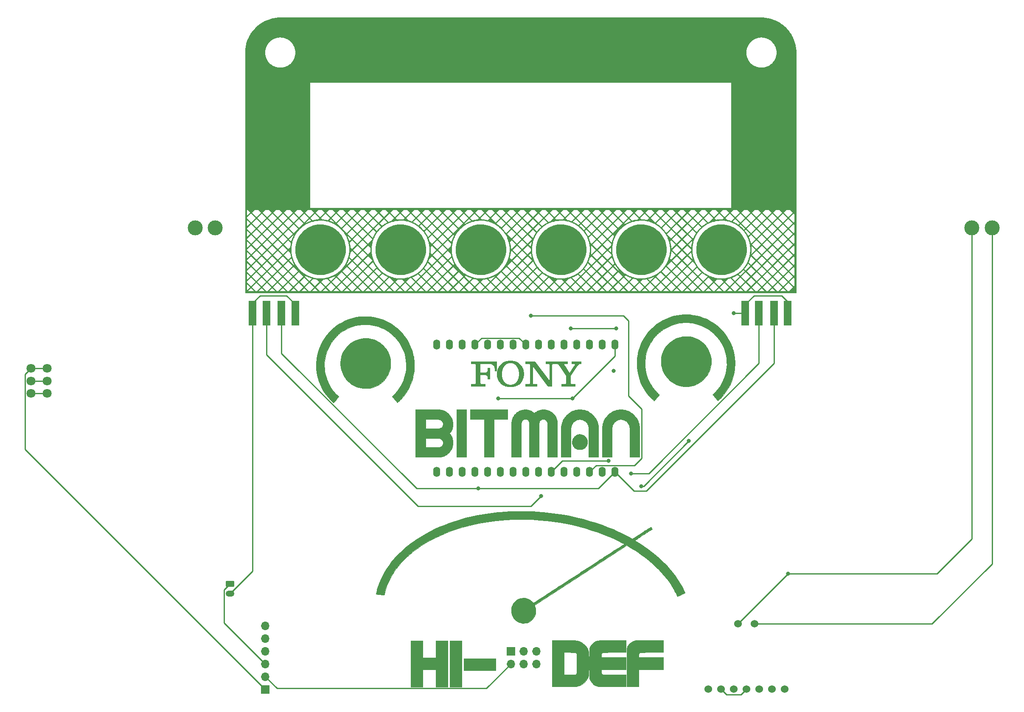
<source format=gbr>
%TF.GenerationSoftware,KiCad,Pcbnew,7.0.9*%
%TF.CreationDate,2024-02-01T20:29:02-08:00*%
%TF.ProjectId,DC32_Cnet_Badge_Main,44433332-5f43-46e6-9574-5f4261646765,rev?*%
%TF.SameCoordinates,Original*%
%TF.FileFunction,Copper,L1,Top*%
%TF.FilePolarity,Positive*%
%FSLAX46Y46*%
G04 Gerber Fmt 4.6, Leading zero omitted, Abs format (unit mm)*
G04 Created by KiCad (PCBNEW 7.0.9) date 2024-02-01 20:29:02*
%MOMM*%
%LPD*%
G01*
G04 APERTURE LIST*
G04 Aperture macros list*
%AMRoundRect*
0 Rectangle with rounded corners*
0 $1 Rounding radius*
0 $2 $3 $4 $5 $6 $7 $8 $9 X,Y pos of 4 corners*
0 Add a 4 corners polygon primitive as box body*
4,1,4,$2,$3,$4,$5,$6,$7,$8,$9,$2,$3,0*
0 Add four circle primitives for the rounded corners*
1,1,$1+$1,$2,$3*
1,1,$1+$1,$4,$5*
1,1,$1+$1,$6,$7*
1,1,$1+$1,$8,$9*
0 Add four rect primitives between the rounded corners*
20,1,$1+$1,$2,$3,$4,$5,0*
20,1,$1+$1,$4,$5,$6,$7,0*
20,1,$1+$1,$6,$7,$8,$9,0*
20,1,$1+$1,$8,$9,$2,$3,0*%
G04 Aperture macros list end*
%ADD10C,0.150000*%
%TA.AperFunction,NonConductor*%
%ADD11C,0.150000*%
%TD*%
%TA.AperFunction,EtchedComponent*%
%ADD12C,0.010000*%
%TD*%
%TA.AperFunction,ComponentPad*%
%ADD13C,1.800000*%
%TD*%
%TA.AperFunction,SMDPad,CuDef*%
%ADD14R,1.500000X5.000000*%
%TD*%
%TA.AperFunction,ComponentPad*%
%ADD15C,2.000000*%
%TD*%
%TA.AperFunction,ComponentPad*%
%ADD16C,3.000000*%
%TD*%
%TA.AperFunction,ComponentPad*%
%ADD17R,1.700000X1.700000*%
%TD*%
%TA.AperFunction,ComponentPad*%
%ADD18O,1.700000X1.700000*%
%TD*%
%TA.AperFunction,ComponentPad*%
%ADD19RoundRect,0.250000X-0.625000X0.350000X-0.625000X-0.350000X0.625000X-0.350000X0.625000X0.350000X0*%
%TD*%
%TA.AperFunction,ComponentPad*%
%ADD20O,1.750000X1.200000*%
%TD*%
%TA.AperFunction,ComponentPad*%
%ADD21O,1.400000X2.000000*%
%TD*%
%TA.AperFunction,ComponentPad*%
%ADD22C,1.524000*%
%TD*%
%TA.AperFunction,ViaPad*%
%ADD23C,0.800000*%
%TD*%
%TA.AperFunction,Conductor*%
%ADD24C,0.250000*%
%TD*%
G04 APERTURE END LIST*
D10*
D11*
G36*
X133753824Y-99233933D02*
G01*
X133898671Y-99244036D01*
X134040962Y-99260876D01*
X134180696Y-99284451D01*
X134317872Y-99314762D01*
X134452492Y-99351808D01*
X134584555Y-99395591D01*
X134714061Y-99446109D01*
X134841010Y-99503363D01*
X134965402Y-99567353D01*
X135087237Y-99638078D01*
X135206516Y-99715539D01*
X135323237Y-99799736D01*
X135437401Y-99890669D01*
X135549009Y-99988338D01*
X135658060Y-100092742D01*
X135762464Y-100201497D01*
X135860132Y-100312828D01*
X135951065Y-100426735D01*
X136035262Y-100543217D01*
X136112723Y-100662276D01*
X136183449Y-100783911D01*
X136247438Y-100908122D01*
X136304692Y-101034909D01*
X136355211Y-101164272D01*
X136398993Y-101296210D01*
X136436040Y-101430725D01*
X136466351Y-101567816D01*
X136489926Y-101707483D01*
X136506765Y-101849726D01*
X136516869Y-101994545D01*
X136520237Y-102141939D01*
X136517565Y-102288428D01*
X136509551Y-102430528D01*
X136496194Y-102568239D01*
X136477494Y-102701561D01*
X136453452Y-102830494D01*
X136424066Y-102955039D01*
X136389338Y-103075195D01*
X136349267Y-103190963D01*
X136303853Y-103302341D01*
X136253096Y-103409331D01*
X136196997Y-103511932D01*
X136135554Y-103610144D01*
X136068769Y-103703968D01*
X135996641Y-103793403D01*
X135919170Y-103878449D01*
X135836357Y-103959106D01*
X135919170Y-104054848D01*
X135996641Y-104154004D01*
X136068769Y-104256577D01*
X136135554Y-104362565D01*
X136196997Y-104471969D01*
X136253096Y-104584788D01*
X136303853Y-104701023D01*
X136349267Y-104820673D01*
X136389338Y-104943739D01*
X136424066Y-105070220D01*
X136453452Y-105200118D01*
X136477494Y-105333430D01*
X136496194Y-105470159D01*
X136509551Y-105610302D01*
X136517565Y-105753862D01*
X136520237Y-105900837D01*
X136516869Y-106048213D01*
X136506765Y-106192974D01*
X136489926Y-106335122D01*
X136466351Y-106474655D01*
X136436040Y-106611574D01*
X136398993Y-106745879D01*
X136355211Y-106877570D01*
X136304692Y-107006646D01*
X136247438Y-107133109D01*
X136183449Y-107256957D01*
X136112723Y-107378191D01*
X136035262Y-107496811D01*
X135951065Y-107612817D01*
X135860132Y-107726209D01*
X135762464Y-107836986D01*
X135658060Y-107945150D01*
X135549009Y-108048667D01*
X135437401Y-108145505D01*
X135323237Y-108235665D01*
X135206516Y-108319146D01*
X135087237Y-108395949D01*
X134965402Y-108466074D01*
X134841010Y-108529520D01*
X134714061Y-108586287D01*
X134584555Y-108636376D01*
X134452492Y-108679786D01*
X134317872Y-108716518D01*
X134180696Y-108746571D01*
X134040962Y-108769946D01*
X133898671Y-108786642D01*
X133753824Y-108796660D01*
X133606420Y-108800000D01*
X129000000Y-108800000D01*
X129000000Y-105041102D01*
X131051639Y-105041102D01*
X131051639Y-106748360D01*
X133606420Y-106748360D01*
X133715291Y-106742397D01*
X133819035Y-106724508D01*
X133917650Y-106694693D01*
X134011138Y-106652952D01*
X134099497Y-106599286D01*
X134182728Y-106533693D01*
X134214584Y-106504117D01*
X134287762Y-106424344D01*
X134348536Y-106339205D01*
X134396908Y-106248699D01*
X134432876Y-106152827D01*
X134456442Y-106051588D01*
X134467605Y-105944982D01*
X134468597Y-105900837D01*
X134462395Y-105792669D01*
X134443791Y-105689510D01*
X134412784Y-105591359D01*
X134369373Y-105498218D01*
X134313560Y-105410085D01*
X134245344Y-105326962D01*
X134214584Y-105295115D01*
X134133405Y-105221937D01*
X134047097Y-105161163D01*
X133955661Y-105112791D01*
X133859096Y-105076823D01*
X133757404Y-105053257D01*
X133650584Y-105042094D01*
X133606420Y-105041102D01*
X131051639Y-105041102D01*
X129000000Y-105041102D01*
X129000000Y-101279762D01*
X131051639Y-101279762D01*
X131051639Y-102989462D01*
X133606420Y-102989462D01*
X133715291Y-102983440D01*
X133819035Y-102965372D01*
X133917650Y-102935259D01*
X134011138Y-102893101D01*
X134099497Y-102838897D01*
X134182728Y-102772649D01*
X134214584Y-102742777D01*
X134287762Y-102663064D01*
X134348536Y-102578104D01*
X134396908Y-102487896D01*
X134432876Y-102392441D01*
X134456442Y-102291739D01*
X134467605Y-102185789D01*
X134468597Y-102141939D01*
X134462395Y-102033068D01*
X134443791Y-101929324D01*
X134412784Y-101830709D01*
X134369373Y-101737221D01*
X134313560Y-101648862D01*
X134245344Y-101565631D01*
X134214584Y-101533775D01*
X134133405Y-101460597D01*
X134047097Y-101399823D01*
X133955661Y-101351451D01*
X133859096Y-101315483D01*
X133757404Y-101291917D01*
X133650584Y-101280754D01*
X133606420Y-101279762D01*
X131051639Y-101279762D01*
X129000000Y-101279762D01*
X129000000Y-99230565D01*
X133606420Y-99230565D01*
X133753824Y-99233933D01*
G37*
G36*
X137196789Y-99230565D02*
G01*
X139248429Y-99230565D01*
X139248429Y-108800000D01*
X137196789Y-108800000D01*
X137196789Y-99230565D01*
G37*
G36*
X139932309Y-99230565D02*
G01*
X147452547Y-99230565D01*
X147452547Y-101279762D01*
X144717027Y-101279762D01*
X144717027Y-108800000D01*
X142667829Y-108800000D01*
X142667829Y-101279762D01*
X139932309Y-101279762D01*
X139932309Y-99230565D01*
G37*
G36*
X150180739Y-108800000D02*
G01*
X148129099Y-108800000D01*
X148129099Y-101963642D01*
X148132219Y-101824739D01*
X148141579Y-101688297D01*
X148157178Y-101554316D01*
X148179016Y-101422797D01*
X148207095Y-101293739D01*
X148241413Y-101167143D01*
X148281971Y-101043009D01*
X148328768Y-100921336D01*
X148381805Y-100802124D01*
X148441081Y-100685374D01*
X148506598Y-100571086D01*
X148578353Y-100459259D01*
X148656349Y-100349893D01*
X148740584Y-100242990D01*
X148831059Y-100138547D01*
X148927773Y-100036566D01*
X149029220Y-99938964D01*
X149133281Y-99847660D01*
X149239956Y-99762652D01*
X149349245Y-99683941D01*
X149461148Y-99611526D01*
X149575666Y-99545409D01*
X149692797Y-99485589D01*
X149812543Y-99432065D01*
X149934903Y-99384838D01*
X150059877Y-99343909D01*
X150187465Y-99309276D01*
X150317668Y-99280940D01*
X150450484Y-99258901D01*
X150585915Y-99243159D01*
X150723960Y-99233713D01*
X150864619Y-99230565D01*
X151003198Y-99233236D01*
X151138667Y-99241250D01*
X151271026Y-99254607D01*
X151400274Y-99273307D01*
X151526412Y-99297350D01*
X151649440Y-99326735D01*
X151769358Y-99361464D01*
X151886165Y-99401535D01*
X151999862Y-99446949D01*
X152110449Y-99497705D01*
X152217925Y-99553805D01*
X152322291Y-99615247D01*
X152423547Y-99682032D01*
X152521692Y-99754160D01*
X152616728Y-99831631D01*
X152708653Y-99914445D01*
X152807437Y-99831631D01*
X152909008Y-99754160D01*
X153013365Y-99682032D01*
X153120507Y-99615247D01*
X153230436Y-99553805D01*
X153343150Y-99497705D01*
X153458650Y-99446949D01*
X153576936Y-99401535D01*
X153698008Y-99361464D01*
X153821866Y-99326735D01*
X153948510Y-99297350D01*
X154077939Y-99273307D01*
X154210155Y-99254607D01*
X154345156Y-99241250D01*
X154482943Y-99233236D01*
X154623517Y-99230565D01*
X154762420Y-99233713D01*
X154898862Y-99243159D01*
X155032843Y-99258901D01*
X155164362Y-99280940D01*
X155293419Y-99309276D01*
X155420015Y-99343909D01*
X155544150Y-99384838D01*
X155665823Y-99432065D01*
X155785034Y-99485589D01*
X155901784Y-99545409D01*
X156016073Y-99611526D01*
X156127900Y-99683941D01*
X156237265Y-99762652D01*
X156344169Y-99847660D01*
X156448612Y-99938964D01*
X156550593Y-100036566D01*
X156648194Y-100138547D01*
X156739499Y-100242990D01*
X156824507Y-100349893D01*
X156903218Y-100459259D01*
X156975632Y-100571086D01*
X157041750Y-100685374D01*
X157101570Y-100802124D01*
X157155094Y-100921336D01*
X157202320Y-101043009D01*
X157243250Y-101167143D01*
X157277883Y-101293739D01*
X157306219Y-101422797D01*
X157328258Y-101554316D01*
X157344000Y-101688297D01*
X157353446Y-101824739D01*
X157356594Y-101963642D01*
X157356594Y-108800000D01*
X155280530Y-108800000D01*
X155280530Y-101963642D01*
X155272287Y-101853647D01*
X155247557Y-101748976D01*
X155206341Y-101649628D01*
X155148639Y-101555604D01*
X155074450Y-101466904D01*
X155046057Y-101438520D01*
X154971579Y-101373083D01*
X154877012Y-101309198D01*
X154776777Y-101261284D01*
X154670874Y-101229342D01*
X154559305Y-101213371D01*
X154501395Y-101211374D01*
X154401039Y-101216920D01*
X154287695Y-101238215D01*
X154182079Y-101275481D01*
X154084191Y-101328718D01*
X153994031Y-101397927D01*
X153951849Y-101438520D01*
X153877975Y-101525446D01*
X153819385Y-101617695D01*
X153776080Y-101715268D01*
X153748059Y-101818165D01*
X153735322Y-101926386D01*
X153734473Y-101963642D01*
X153734473Y-108800000D01*
X151682833Y-108800000D01*
X151682833Y-101963642D01*
X151675105Y-101853647D01*
X151651921Y-101748976D01*
X151613281Y-101649628D01*
X151559185Y-101555604D01*
X151489633Y-101466904D01*
X151463014Y-101438520D01*
X151378149Y-101361326D01*
X151286587Y-101300103D01*
X151188327Y-101254851D01*
X151083369Y-101225571D01*
X150971714Y-101212262D01*
X150933007Y-101211374D01*
X150822182Y-101219360D01*
X150716852Y-101243317D01*
X150617018Y-101283245D01*
X150522679Y-101339144D01*
X150433836Y-101411014D01*
X150405443Y-101438520D01*
X150329079Y-101525446D01*
X150268514Y-101617695D01*
X150223749Y-101715268D01*
X150194783Y-101818165D01*
X150181617Y-101926386D01*
X150180739Y-101963642D01*
X150180739Y-108800000D01*
G37*
G36*
X165555826Y-108800000D02*
G01*
X163504187Y-108800000D01*
X163504187Y-102989462D01*
X163499786Y-102860619D01*
X163486584Y-102735125D01*
X163464581Y-102612980D01*
X163433776Y-102494183D01*
X163394170Y-102378736D01*
X163345763Y-102266637D01*
X163288554Y-102157887D01*
X163222544Y-102052486D01*
X163147733Y-101950433D01*
X163064120Y-101851729D01*
X163003489Y-101787787D01*
X162908198Y-101696998D01*
X162809173Y-101615138D01*
X162706412Y-101542209D01*
X162599916Y-101478210D01*
X162489684Y-101423140D01*
X162375718Y-101377001D01*
X162258016Y-101339793D01*
X162136579Y-101311514D01*
X162011407Y-101292165D01*
X161882500Y-101281747D01*
X161794487Y-101279762D01*
X161665644Y-101284227D01*
X161540150Y-101297622D01*
X161418004Y-101319948D01*
X161299208Y-101351203D01*
X161183760Y-101391389D01*
X161071661Y-101440505D01*
X160962911Y-101498550D01*
X160857510Y-101565526D01*
X160755457Y-101641432D01*
X160656754Y-101726269D01*
X160592812Y-101787787D01*
X160502459Y-101884259D01*
X160420993Y-101984078D01*
X160348414Y-102087247D01*
X160284722Y-102193765D01*
X160229918Y-102303631D01*
X160184001Y-102416846D01*
X160146971Y-102533410D01*
X160118828Y-102653323D01*
X160099572Y-102776584D01*
X160089204Y-102903195D01*
X160087229Y-102989462D01*
X160087229Y-108800000D01*
X158035589Y-108800000D01*
X158035589Y-102989462D01*
X158039911Y-102797922D01*
X158052877Y-102609817D01*
X158074487Y-102425147D01*
X158104740Y-102243911D01*
X158143638Y-102066110D01*
X158191179Y-101891743D01*
X158247365Y-101720811D01*
X158312194Y-101553314D01*
X158385667Y-101389252D01*
X158467785Y-101228624D01*
X158558546Y-101071431D01*
X158657950Y-100917672D01*
X158765999Y-100767348D01*
X158882692Y-100620459D01*
X159008029Y-100477005D01*
X159142009Y-100336985D01*
X159282315Y-100203004D01*
X159426018Y-100077668D01*
X159573117Y-99960975D01*
X159723613Y-99852926D01*
X159877505Y-99753521D01*
X160034793Y-99662760D01*
X160195478Y-99580643D01*
X160359560Y-99507170D01*
X160527038Y-99442340D01*
X160697913Y-99386155D01*
X160872184Y-99338614D01*
X161049851Y-99299716D01*
X161230915Y-99269462D01*
X161415376Y-99247853D01*
X161603233Y-99234887D01*
X161794487Y-99230565D01*
X161987486Y-99234887D01*
X162176917Y-99247853D01*
X162362781Y-99269462D01*
X162545075Y-99299716D01*
X162723802Y-99338614D01*
X162898960Y-99386155D01*
X163070551Y-99442340D01*
X163238572Y-99507170D01*
X163403026Y-99580643D01*
X163563912Y-99662760D01*
X163721229Y-99753521D01*
X163874978Y-99852926D01*
X164025158Y-99960975D01*
X164171771Y-100077668D01*
X164314815Y-100203004D01*
X164454291Y-100336985D01*
X164587680Y-100477005D01*
X164712464Y-100620459D01*
X164828641Y-100767348D01*
X164936213Y-100917672D01*
X165035179Y-101071431D01*
X165125539Y-101228624D01*
X165207294Y-101389252D01*
X165280443Y-101553314D01*
X165344986Y-101720811D01*
X165400923Y-101891743D01*
X165448255Y-102066110D01*
X165486980Y-102243911D01*
X165517101Y-102425147D01*
X165538615Y-102609817D01*
X165551524Y-102797922D01*
X165555826Y-102989462D01*
X165555826Y-108800000D01*
G37*
G36*
X160224005Y-105724982D02*
G01*
X160228019Y-105605670D01*
X160240062Y-105489536D01*
X160260133Y-105376578D01*
X160288233Y-105266798D01*
X160324362Y-105160194D01*
X160368519Y-105056768D01*
X160420704Y-104956519D01*
X160480918Y-104859446D01*
X160549161Y-104765551D01*
X160625432Y-104674833D01*
X160680739Y-104616120D01*
X160768552Y-104533187D01*
X160859800Y-104458411D01*
X160954482Y-104391793D01*
X161052599Y-104333332D01*
X161154151Y-104283029D01*
X161259137Y-104240882D01*
X161367558Y-104206893D01*
X161479413Y-104181062D01*
X161594704Y-104163388D01*
X161713428Y-104153871D01*
X161794487Y-104152058D01*
X161913362Y-104156137D01*
X162029103Y-104168373D01*
X162141710Y-104188766D01*
X162251183Y-104217317D01*
X162357521Y-104254025D01*
X162460726Y-104298890D01*
X162560796Y-104351913D01*
X162657732Y-104413093D01*
X162751535Y-104482430D01*
X162842203Y-104559925D01*
X162900907Y-104616120D01*
X162984276Y-104704720D01*
X163059445Y-104796497D01*
X163126414Y-104891451D01*
X163185182Y-104989582D01*
X163235751Y-105090890D01*
X163278119Y-105195376D01*
X163312287Y-105303038D01*
X163338254Y-105413878D01*
X163356021Y-105527894D01*
X163365588Y-105645088D01*
X163367411Y-105724982D01*
X163363310Y-105845997D01*
X163351010Y-105963577D01*
X163330509Y-106077722D01*
X163301808Y-106188433D01*
X163264907Y-106295709D01*
X163219806Y-106399550D01*
X163166504Y-106499957D01*
X163105002Y-106596929D01*
X163035300Y-106690466D01*
X162957397Y-106780569D01*
X162900907Y-106838729D01*
X162812328Y-106920353D01*
X162720615Y-106993948D01*
X162625769Y-107059514D01*
X162527788Y-107117052D01*
X162426672Y-107166561D01*
X162322423Y-107208042D01*
X162215040Y-107241494D01*
X162104522Y-107266918D01*
X161990871Y-107284313D01*
X161874085Y-107293679D01*
X161794487Y-107295464D01*
X161673472Y-107291449D01*
X161555892Y-107279407D01*
X161441746Y-107259335D01*
X161331036Y-107231235D01*
X161223760Y-107195107D01*
X161119918Y-107150950D01*
X161019512Y-107098765D01*
X160922540Y-107038551D01*
X160829002Y-106970308D01*
X160738900Y-106894037D01*
X160680739Y-106838729D01*
X160599116Y-106750917D01*
X160525521Y-106659669D01*
X160459955Y-106564987D01*
X160402417Y-106466870D01*
X160352908Y-106365318D01*
X160311427Y-106260332D01*
X160277975Y-106151911D01*
X160252551Y-106040055D01*
X160235156Y-105924765D01*
X160225789Y-105806040D01*
X160224005Y-105724982D01*
G37*
G36*
X173752616Y-108800000D02*
G01*
X171700976Y-108800000D01*
X171700976Y-102989462D01*
X171696576Y-102860619D01*
X171683374Y-102735125D01*
X171661370Y-102612980D01*
X171630566Y-102494183D01*
X171590960Y-102378736D01*
X171542553Y-102266637D01*
X171485344Y-102157887D01*
X171419334Y-102052486D01*
X171344523Y-101950433D01*
X171260910Y-101851729D01*
X171200279Y-101787787D01*
X171104988Y-101696998D01*
X171005962Y-101615138D01*
X170903202Y-101542209D01*
X170796705Y-101478210D01*
X170686474Y-101423140D01*
X170572508Y-101377001D01*
X170454806Y-101339793D01*
X170333369Y-101311514D01*
X170208197Y-101292165D01*
X170079290Y-101281747D01*
X169991277Y-101279762D01*
X169862434Y-101284227D01*
X169736940Y-101297622D01*
X169614794Y-101319948D01*
X169495998Y-101351203D01*
X169380550Y-101391389D01*
X169268451Y-101440505D01*
X169159701Y-101498550D01*
X169054300Y-101565526D01*
X168952247Y-101641432D01*
X168853544Y-101726269D01*
X168789602Y-101787787D01*
X168699249Y-101884259D01*
X168617783Y-101984078D01*
X168545204Y-102087247D01*
X168481512Y-102193765D01*
X168426708Y-102303631D01*
X168380791Y-102416846D01*
X168343761Y-102533410D01*
X168315618Y-102653323D01*
X168296362Y-102776584D01*
X168285994Y-102903195D01*
X168284019Y-102989462D01*
X168284019Y-108800000D01*
X166232379Y-108800000D01*
X166232379Y-102989462D01*
X166236701Y-102797922D01*
X166249667Y-102609817D01*
X166271277Y-102425147D01*
X166301530Y-102243911D01*
X166340428Y-102066110D01*
X166387969Y-101891743D01*
X166444155Y-101720811D01*
X166508984Y-101553314D01*
X166582457Y-101389252D01*
X166664574Y-101228624D01*
X166755335Y-101071431D01*
X166854740Y-100917672D01*
X166962789Y-100767348D01*
X167079482Y-100620459D01*
X167204819Y-100477005D01*
X167338799Y-100336985D01*
X167479105Y-100203004D01*
X167622808Y-100077668D01*
X167769907Y-99960975D01*
X167920403Y-99852926D01*
X168074295Y-99753521D01*
X168231583Y-99662760D01*
X168392268Y-99580643D01*
X168556350Y-99507170D01*
X168723828Y-99442340D01*
X168894702Y-99386155D01*
X169068974Y-99338614D01*
X169246641Y-99299716D01*
X169427705Y-99269462D01*
X169612166Y-99247853D01*
X169800023Y-99234887D01*
X169991277Y-99230565D01*
X170184276Y-99234887D01*
X170373707Y-99247853D01*
X170559570Y-99269462D01*
X170741865Y-99299716D01*
X170920592Y-99338614D01*
X171095750Y-99386155D01*
X171267340Y-99442340D01*
X171435362Y-99507170D01*
X171599816Y-99580643D01*
X171760701Y-99662760D01*
X171918019Y-99753521D01*
X172071768Y-99852926D01*
X172221948Y-99960975D01*
X172368561Y-100077668D01*
X172511605Y-100203004D01*
X172651081Y-100336985D01*
X172784470Y-100477005D01*
X172909253Y-100620459D01*
X173025431Y-100767348D01*
X173133003Y-100917672D01*
X173231969Y-101071431D01*
X173322329Y-101228624D01*
X173404084Y-101389252D01*
X173477233Y-101553314D01*
X173541776Y-101720811D01*
X173597713Y-101891743D01*
X173645045Y-102066110D01*
X173683770Y-102243911D01*
X173713891Y-102425147D01*
X173735405Y-102609817D01*
X173748314Y-102797922D01*
X173752616Y-102989462D01*
X173752616Y-108800000D01*
G37*
D10*
D11*
G36*
X140069609Y-90127843D02*
G01*
X140664340Y-90127843D01*
X140715020Y-90127843D01*
X140733949Y-90127843D01*
X140792434Y-90135088D01*
X140841959Y-90145231D01*
X140895265Y-90165267D01*
X140935549Y-90195263D01*
X140964469Y-90237967D01*
X140983686Y-90296127D01*
X140992731Y-90351544D01*
X140997951Y-90418359D01*
X140999653Y-90469807D01*
X141000174Y-90527180D01*
X141000174Y-93481297D01*
X141000174Y-93734089D01*
X140999733Y-93791260D01*
X140998252Y-93842557D01*
X140993552Y-93909223D01*
X140985162Y-93964563D01*
X140966836Y-94022693D01*
X140938591Y-94065394D01*
X140898512Y-94095360D01*
X140844680Y-94115278D01*
X140794126Y-94125243D01*
X140733949Y-94132205D01*
X140683270Y-94138119D01*
X140664340Y-94139532D01*
X140076936Y-94139532D01*
X140076936Y-94650000D01*
X142946789Y-94650000D01*
X142946789Y-94139532D01*
X142414340Y-94139532D01*
X142364308Y-94134850D01*
X142330076Y-94132205D01*
X142271784Y-94127921D01*
X142219859Y-94122611D01*
X142153122Y-94111915D01*
X142098688Y-94096835D01*
X142043148Y-94067761D01*
X142004446Y-94025735D01*
X141979704Y-93967810D01*
X141968578Y-93912158D01*
X141962474Y-93844661D01*
X141960595Y-93792468D01*
X141960048Y-93734089D01*
X141960048Y-92348011D01*
X142708653Y-92348011D01*
X142799477Y-92350009D01*
X142882950Y-92356156D01*
X142959279Y-92366679D01*
X143028668Y-92381804D01*
X143091324Y-92401759D01*
X143147453Y-92426772D01*
X143197259Y-92457069D01*
X143240949Y-92492877D01*
X143278729Y-92534424D01*
X143310804Y-92581938D01*
X143337380Y-92635644D01*
X143358663Y-92695771D01*
X143374858Y-92762545D01*
X143386171Y-92836193D01*
X143392808Y-92916944D01*
X143394975Y-93005024D01*
X143394975Y-93243161D01*
X143843161Y-93243161D01*
X143843161Y-90926517D01*
X143380321Y-90926517D01*
X143380321Y-91178087D01*
X143380072Y-91228512D01*
X143378336Y-91279234D01*
X143374214Y-91325854D01*
X143363401Y-91397359D01*
X143349528Y-91462721D01*
X143332285Y-91522151D01*
X143311360Y-91575860D01*
X143286443Y-91624059D01*
X143257221Y-91666960D01*
X143223384Y-91704772D01*
X143184621Y-91737709D01*
X143140620Y-91765980D01*
X143091069Y-91789797D01*
X143035658Y-91809370D01*
X142974076Y-91824911D01*
X142906011Y-91836631D01*
X142831151Y-91844742D01*
X142749186Y-91849453D01*
X142659804Y-91850976D01*
X141960048Y-91850976D01*
X141960048Y-90127843D01*
X143479239Y-90127843D01*
X143558940Y-90128567D01*
X143635508Y-90130761D01*
X143709003Y-90134453D01*
X143779481Y-90139676D01*
X143847003Y-90146460D01*
X143911626Y-90154835D01*
X143973409Y-90164832D01*
X144032411Y-90176482D01*
X144088690Y-90189815D01*
X144142305Y-90204862D01*
X144193315Y-90221654D01*
X144241777Y-90240221D01*
X144287752Y-90260594D01*
X144331296Y-90282804D01*
X144411331Y-90332855D01*
X144482349Y-90390619D01*
X144544820Y-90456343D01*
X144599212Y-90530270D01*
X144645995Y-90612646D01*
X144666679Y-90657079D01*
X144685636Y-90703716D01*
X144702925Y-90752588D01*
X144718604Y-90803726D01*
X144732733Y-90857159D01*
X144745369Y-90912919D01*
X144756571Y-90971036D01*
X144766399Y-91031542D01*
X144774814Y-91081133D01*
X144781623Y-91136413D01*
X144785656Y-91191522D01*
X144787087Y-91240681D01*
X144787159Y-91255024D01*
X144794487Y-91584752D01*
X145270760Y-91584752D01*
X145270760Y-89610048D01*
X140069609Y-89610048D01*
X140069609Y-90127843D01*
G37*
G36*
X148080624Y-89474010D02*
G01*
X148229637Y-89483474D01*
X148375071Y-89499110D01*
X148516836Y-89520804D01*
X148654841Y-89548445D01*
X148788997Y-89581920D01*
X148919213Y-89621115D01*
X149045400Y-89665919D01*
X149167467Y-89716218D01*
X149285323Y-89771900D01*
X149398880Y-89832852D01*
X149508047Y-89898961D01*
X149612733Y-89970115D01*
X149712849Y-90046201D01*
X149808305Y-90127106D01*
X149899009Y-90212718D01*
X149984874Y-90302923D01*
X150065807Y-90397610D01*
X150141719Y-90496665D01*
X150212520Y-90599976D01*
X150278120Y-90707430D01*
X150338429Y-90818914D01*
X150393357Y-90934317D01*
X150442812Y-91053524D01*
X150486706Y-91176423D01*
X150524949Y-91302902D01*
X150557449Y-91432847D01*
X150584118Y-91566147D01*
X150604864Y-91702689D01*
X150619598Y-91842359D01*
X150628230Y-91985045D01*
X150630669Y-92130635D01*
X150626258Y-92274833D01*
X150615828Y-92416098D01*
X150599466Y-92554320D01*
X150577256Y-92689393D01*
X150549284Y-92821208D01*
X150515635Y-92949657D01*
X150476395Y-93074634D01*
X150431650Y-93196029D01*
X150381484Y-93313736D01*
X150325983Y-93427647D01*
X150265233Y-93537653D01*
X150199318Y-93643647D01*
X150128325Y-93745522D01*
X150052339Y-93843169D01*
X149971445Y-93936480D01*
X149885729Y-94025348D01*
X149795275Y-94109666D01*
X149700170Y-94189324D01*
X149600499Y-94264217D01*
X149496347Y-94334235D01*
X149387800Y-94399270D01*
X149274943Y-94459216D01*
X149157862Y-94513965D01*
X149036641Y-94563408D01*
X148911367Y-94607438D01*
X148782125Y-94645946D01*
X148649000Y-94678827D01*
X148512077Y-94705970D01*
X148371443Y-94727270D01*
X148227182Y-94742617D01*
X148079380Y-94751904D01*
X147928122Y-94755024D01*
X147775624Y-94751844D01*
X147626621Y-94742380D01*
X147481203Y-94726744D01*
X147339459Y-94705050D01*
X147201479Y-94677409D01*
X147067352Y-94643934D01*
X146937168Y-94604739D01*
X146811017Y-94559935D01*
X146688986Y-94509636D01*
X146571167Y-94453954D01*
X146457649Y-94393002D01*
X146348520Y-94326893D01*
X146243871Y-94255739D01*
X146143790Y-94179653D01*
X146048368Y-94098748D01*
X145957693Y-94013136D01*
X145871856Y-93922931D01*
X145790945Y-93828244D01*
X145715050Y-93729189D01*
X145644261Y-93625878D01*
X145578667Y-93518424D01*
X145518357Y-93406939D01*
X145463420Y-93291537D01*
X145413948Y-93172330D01*
X145370027Y-93049431D01*
X145331749Y-92922952D01*
X145299203Y-92793006D01*
X145272477Y-92659707D01*
X145251663Y-92523165D01*
X145236848Y-92383495D01*
X145228122Y-92240809D01*
X145226589Y-92153181D01*
X146241389Y-92153181D01*
X146242048Y-92210298D01*
X146243600Y-92266581D01*
X146246038Y-92322043D01*
X146249358Y-92376698D01*
X146253556Y-92430558D01*
X146258625Y-92483636D01*
X146264561Y-92535944D01*
X146271360Y-92587496D01*
X146279016Y-92638303D01*
X146287525Y-92688380D01*
X146296881Y-92737738D01*
X146307079Y-92786390D01*
X146318115Y-92834349D01*
X146342681Y-92928240D01*
X146370538Y-93019512D01*
X146401647Y-93108267D01*
X146435970Y-93194606D01*
X146473465Y-93278633D01*
X146514095Y-93360449D01*
X146557820Y-93440155D01*
X146604600Y-93517855D01*
X146654396Y-93593649D01*
X146715360Y-93676943D01*
X146779940Y-93754864D01*
X146847895Y-93827410D01*
X146918982Y-93894583D01*
X146992961Y-93956382D01*
X147069591Y-94012807D01*
X147148629Y-94063858D01*
X147229836Y-94109536D01*
X147312969Y-94149840D01*
X147397788Y-94184769D01*
X147484050Y-94214325D01*
X147571516Y-94238508D01*
X147659943Y-94257316D01*
X147749090Y-94270750D01*
X147838716Y-94278811D01*
X147928580Y-94281498D01*
X148018441Y-94278811D01*
X148108056Y-94270750D01*
X148197186Y-94257316D01*
X148285587Y-94238508D01*
X148373021Y-94214325D01*
X148459244Y-94184769D01*
X148544016Y-94149840D01*
X148627096Y-94109536D01*
X148708242Y-94063858D01*
X148787212Y-94012807D01*
X148863767Y-93956382D01*
X148937663Y-93894583D01*
X149008661Y-93827410D01*
X149076519Y-93754864D01*
X149140995Y-93676943D01*
X149201849Y-93593649D01*
X149251645Y-93517855D01*
X149298427Y-93440155D01*
X149342158Y-93360449D01*
X149382798Y-93278633D01*
X149420312Y-93194606D01*
X149454662Y-93108267D01*
X149485809Y-93019512D01*
X149513716Y-92928240D01*
X149538347Y-92834349D01*
X149549421Y-92786390D01*
X149559662Y-92737738D01*
X149569065Y-92688380D01*
X149577625Y-92638303D01*
X149585338Y-92587496D01*
X149592198Y-92535944D01*
X149598202Y-92483636D01*
X149603344Y-92430558D01*
X149607620Y-92376698D01*
X149611025Y-92322043D01*
X149613554Y-92266581D01*
X149615203Y-92210298D01*
X149615966Y-92153181D01*
X149615840Y-92095219D01*
X149612936Y-91969575D01*
X149605674Y-91847291D01*
X149594169Y-91728411D01*
X149578534Y-91612973D01*
X149558884Y-91501021D01*
X149535332Y-91392594D01*
X149507995Y-91287735D01*
X149476985Y-91186483D01*
X149442416Y-91088881D01*
X149404404Y-90994970D01*
X149363063Y-90904790D01*
X149318506Y-90818383D01*
X149270848Y-90735789D01*
X149220203Y-90657051D01*
X149166686Y-90582209D01*
X149110410Y-90511304D01*
X149051491Y-90444378D01*
X148990042Y-90381472D01*
X148926177Y-90322626D01*
X148860011Y-90267882D01*
X148791659Y-90217281D01*
X148721233Y-90170865D01*
X148648850Y-90128674D01*
X148574622Y-90090749D01*
X148498664Y-90057132D01*
X148421091Y-90027863D01*
X148342016Y-90002985D01*
X148261554Y-89982538D01*
X148179820Y-89966563D01*
X148096927Y-89955101D01*
X148012990Y-89948194D01*
X147928122Y-89945882D01*
X147843255Y-89948194D01*
X147759318Y-89955101D01*
X147676426Y-89966563D01*
X147594693Y-89982538D01*
X147514233Y-90002985D01*
X147435162Y-90027863D01*
X147357593Y-90057132D01*
X147281642Y-90090749D01*
X147207422Y-90128674D01*
X147135049Y-90170865D01*
X147064636Y-90217281D01*
X146996298Y-90267882D01*
X146930149Y-90322626D01*
X146866305Y-90381472D01*
X146804880Y-90444378D01*
X146745987Y-90511304D01*
X146689742Y-90582209D01*
X146636259Y-90657051D01*
X146585652Y-90735789D01*
X146538037Y-90818383D01*
X146493527Y-90904790D01*
X146452237Y-90994970D01*
X146414282Y-91088881D01*
X146379775Y-91186483D01*
X146348832Y-91287735D01*
X146321567Y-91392594D01*
X146298095Y-91501021D01*
X146278529Y-91612973D01*
X146262985Y-91728411D01*
X146251576Y-91847291D01*
X146244419Y-91969575D01*
X146241625Y-92095219D01*
X146241389Y-92153181D01*
X145226589Y-92153181D01*
X145225575Y-92095219D01*
X145229345Y-91951021D01*
X145239222Y-91809756D01*
X145255116Y-91671534D01*
X145276935Y-91536461D01*
X145304591Y-91404646D01*
X145337993Y-91276197D01*
X145377052Y-91151220D01*
X145421676Y-91029824D01*
X145471775Y-90912117D01*
X145527261Y-90798207D01*
X145588042Y-90688201D01*
X145654028Y-90582206D01*
X145725130Y-90480332D01*
X145801257Y-90382685D01*
X145882319Y-90289374D01*
X145968226Y-90200505D01*
X146058888Y-90116188D01*
X146154215Y-90036529D01*
X146254116Y-89961637D01*
X146358502Y-89891619D01*
X146467282Y-89826583D01*
X146580367Y-89766637D01*
X146697665Y-89711889D01*
X146819088Y-89662446D01*
X146944545Y-89618416D01*
X147073945Y-89579907D01*
X147207200Y-89547027D01*
X147344217Y-89519884D01*
X147484909Y-89498584D01*
X147629183Y-89483237D01*
X147776951Y-89473950D01*
X147928122Y-89470830D01*
X148080624Y-89474010D01*
G37*
G36*
X150909106Y-94650000D02*
G01*
X153233077Y-94650000D01*
X153233077Y-94139532D01*
X152644452Y-94139532D01*
X152593613Y-94137680D01*
X152537886Y-94128166D01*
X152485556Y-94101407D01*
X152449817Y-94053540D01*
X152431256Y-93996741D01*
X152422229Y-93941695D01*
X152416711Y-93874800D01*
X152414679Y-93823095D01*
X152413750Y-93765337D01*
X152413642Y-93734089D01*
X152413642Y-90646859D01*
X155431263Y-94650000D01*
X156264131Y-94650000D01*
X156264131Y-90527180D01*
X156265664Y-90477149D01*
X156271458Y-90442916D01*
X156274037Y-90389803D01*
X156278557Y-90321614D01*
X156284681Y-90266088D01*
X156296939Y-90209595D01*
X156321916Y-90163003D01*
X156371694Y-90134691D01*
X156420303Y-90127913D01*
X156483808Y-90127357D01*
X156502267Y-90127843D01*
X157062805Y-90127843D01*
X157062805Y-89610048D01*
X154962316Y-89610048D01*
X154962316Y-90127843D01*
X155549720Y-90127843D01*
X155600236Y-90135239D01*
X155626657Y-90142498D01*
X155667157Y-90173884D01*
X155694778Y-90219849D01*
X155707600Y-90271627D01*
X155710921Y-90303698D01*
X155718248Y-90442916D01*
X155718248Y-90527180D01*
X155718248Y-93432449D01*
X152841067Y-89610048D01*
X150916434Y-89610048D01*
X150916434Y-90127843D01*
X151545359Y-90127843D01*
X151580774Y-90127843D01*
X151642180Y-90136353D01*
X151693096Y-90146975D01*
X151746343Y-90166743D01*
X151792615Y-90204925D01*
X151816210Y-90250122D01*
X151830371Y-90311784D01*
X151836186Y-90370747D01*
X151838962Y-90442099D01*
X151839605Y-90497212D01*
X151839672Y-90527180D01*
X151839672Y-93734089D01*
X151839672Y-93786102D01*
X151839672Y-93837238D01*
X151839672Y-93852547D01*
X151834890Y-93912955D01*
X151827825Y-93964739D01*
X151814131Y-94021383D01*
X151788757Y-94074208D01*
X151752410Y-94109586D01*
X151703160Y-94130228D01*
X151653174Y-94137953D01*
X151608862Y-94139532D01*
X150909106Y-94139532D01*
X150909106Y-94650000D01*
G37*
G36*
X156921144Y-90127843D02*
G01*
X157103105Y-90127843D01*
X157151953Y-90127843D01*
X157218538Y-90136849D01*
X157277748Y-90148754D01*
X157331034Y-90164592D01*
X157379843Y-90185395D01*
X157425626Y-90212195D01*
X157469832Y-90246025D01*
X157513908Y-90287917D01*
X157559305Y-90338903D01*
X157591018Y-90378457D01*
X157624392Y-90422817D01*
X157659855Y-90472289D01*
X157697836Y-90527180D01*
X159014305Y-92507990D01*
X159014305Y-93467864D01*
X159014305Y-93734089D01*
X159013914Y-93793675D01*
X159012495Y-93846765D01*
X159007627Y-93915093D01*
X158998362Y-93971057D01*
X158977008Y-94028778D01*
X158942652Y-94070128D01*
X158892333Y-94098311D01*
X158842334Y-94112737D01*
X158780440Y-94122912D01*
X158705401Y-94130189D01*
X158677250Y-94132205D01*
X158628803Y-94139308D01*
X158607641Y-94139532D01*
X158075191Y-94139532D01*
X158075191Y-94650000D01*
X160890090Y-94650000D01*
X160890090Y-94139532D01*
X160357641Y-94139532D01*
X160307609Y-94134850D01*
X160273377Y-94132205D01*
X160223835Y-94128002D01*
X160159860Y-94119909D01*
X160107311Y-94108467D01*
X160053108Y-94085665D01*
X160014632Y-94051299D01*
X159989266Y-94002164D01*
X159977268Y-93953693D01*
X159970067Y-93893758D01*
X159966556Y-93821007D01*
X159965720Y-93764719D01*
X159965631Y-93734089D01*
X159965631Y-92536078D01*
X161310188Y-90527180D01*
X161338135Y-90484950D01*
X161369585Y-90443078D01*
X161379797Y-90429483D01*
X161414255Y-90384368D01*
X161446804Y-90343681D01*
X161492569Y-90290494D01*
X161535378Y-90246091D01*
X161576034Y-90209766D01*
X161628279Y-90172678D01*
X161680027Y-90147022D01*
X161733182Y-90131122D01*
X161789645Y-90123304D01*
X161835310Y-90121737D01*
X161897592Y-90127843D01*
X162086880Y-90127843D01*
X162086880Y-89610048D01*
X160106071Y-89610048D01*
X160106071Y-90121737D01*
X160588450Y-90121737D01*
X160637540Y-90126427D01*
X160659281Y-90127843D01*
X160708721Y-90138131D01*
X160757448Y-90163456D01*
X160783775Y-90206662D01*
X160781036Y-90255654D01*
X160764305Y-90296371D01*
X160742018Y-90340711D01*
X160713256Y-90389765D01*
X160683924Y-90436182D01*
X160653191Y-90483152D01*
X160623866Y-90527180D01*
X159734822Y-91905931D01*
X158838450Y-90527180D01*
X158810668Y-90483358D01*
X158780950Y-90435494D01*
X158755000Y-90391961D01*
X158729228Y-90345486D01*
X158705338Y-90296371D01*
X158687649Y-90245795D01*
X158695454Y-90191986D01*
X158733025Y-90157675D01*
X158789042Y-90137754D01*
X158839004Y-90129339D01*
X158853105Y-90127843D01*
X158903785Y-90127843D01*
X158922714Y-90127843D01*
X159391660Y-90127843D01*
X159391660Y-89610048D01*
X156921144Y-89610048D01*
X156921144Y-90127843D01*
G37*
%TO.C,Ref\u002A\u002A*%
D12*
X190427533Y-62319587D02*
X190832058Y-62365495D01*
X191221154Y-62444112D01*
X191602400Y-62557159D01*
X191983375Y-62706357D01*
X192190750Y-62802121D01*
X192519375Y-62975311D01*
X192821224Y-63164518D01*
X193106326Y-63376927D01*
X193384711Y-63619724D01*
X193534888Y-63765111D01*
X193845650Y-64102868D01*
X194118744Y-64457532D01*
X194355121Y-64830935D01*
X194555733Y-65224905D01*
X194721530Y-65641274D01*
X194853464Y-66081870D01*
X194937307Y-66463917D01*
X194951847Y-66546288D01*
X194963097Y-66622983D01*
X194971460Y-66701188D01*
X194977338Y-66788088D01*
X194981134Y-66890870D01*
X194983250Y-67016719D01*
X194984088Y-67172821D01*
X194984134Y-67300000D01*
X194983408Y-67491199D01*
X194981371Y-67646726D01*
X194977698Y-67773231D01*
X194972064Y-67877363D01*
X194964147Y-67965774D01*
X194953621Y-68045111D01*
X194945446Y-68093750D01*
X194842642Y-68559313D01*
X194706524Y-68999332D01*
X194536275Y-69415394D01*
X194331081Y-69809084D01*
X194090124Y-70181987D01*
X193812590Y-70535688D01*
X193534888Y-70834888D01*
X193195810Y-71146596D01*
X192839134Y-71420666D01*
X192463310Y-71657905D01*
X192066788Y-71859122D01*
X191648017Y-72025123D01*
X191205448Y-72156716D01*
X190846667Y-72235256D01*
X190758475Y-72249907D01*
X190664407Y-72261323D01*
X190557077Y-72269983D01*
X190429100Y-72276366D01*
X190273092Y-72280952D01*
X190095250Y-72284039D01*
X189945499Y-72285683D01*
X189806114Y-72286496D01*
X189683867Y-72286497D01*
X189585532Y-72285701D01*
X189517881Y-72284125D01*
X189492000Y-72282521D01*
X189024052Y-72207612D01*
X188572507Y-72094561D01*
X188138935Y-71943821D01*
X187809250Y-71797946D01*
X187477222Y-71622366D01*
X187172847Y-71431007D01*
X186885865Y-71216519D01*
X186606018Y-70971552D01*
X186465111Y-70834888D01*
X186202398Y-70555117D01*
X185973836Y-70273441D01*
X185772074Y-69979599D01*
X185589764Y-69663332D01*
X185502225Y-69490750D01*
X185331257Y-69103043D01*
X185197913Y-68717048D01*
X185100615Y-68325808D01*
X185037782Y-67922370D01*
X185007835Y-67499776D01*
X185004667Y-67300000D01*
X185020225Y-66866431D01*
X185067952Y-66455170D01*
X185149429Y-66059261D01*
X185266235Y-65671751D01*
X185419950Y-65285681D01*
X185502225Y-65109250D01*
X185677469Y-64777656D01*
X185868428Y-64473702D01*
X186082454Y-64187126D01*
X186326896Y-63907669D01*
X186465111Y-63765111D01*
X186744882Y-63502398D01*
X187026559Y-63273836D01*
X187320400Y-63072074D01*
X187636668Y-62889764D01*
X187809250Y-62802225D01*
X188196957Y-62631257D01*
X188582952Y-62497913D01*
X188974191Y-62400615D01*
X189377630Y-62337782D01*
X189800223Y-62307835D01*
X190000000Y-62304667D01*
X190427533Y-62319587D01*
%TA.AperFunction,EtchedComponent*%
G36*
X190427533Y-62319587D02*
G01*
X190832058Y-62365495D01*
X191221154Y-62444112D01*
X191602400Y-62557159D01*
X191983375Y-62706357D01*
X192190750Y-62802121D01*
X192519375Y-62975311D01*
X192821224Y-63164518D01*
X193106326Y-63376927D01*
X193384711Y-63619724D01*
X193534888Y-63765111D01*
X193845650Y-64102868D01*
X194118744Y-64457532D01*
X194355121Y-64830935D01*
X194555733Y-65224905D01*
X194721530Y-65641274D01*
X194853464Y-66081870D01*
X194937307Y-66463917D01*
X194951847Y-66546288D01*
X194963097Y-66622983D01*
X194971460Y-66701188D01*
X194977338Y-66788088D01*
X194981134Y-66890870D01*
X194983250Y-67016719D01*
X194984088Y-67172821D01*
X194984134Y-67300000D01*
X194983408Y-67491199D01*
X194981371Y-67646726D01*
X194977698Y-67773231D01*
X194972064Y-67877363D01*
X194964147Y-67965774D01*
X194953621Y-68045111D01*
X194945446Y-68093750D01*
X194842642Y-68559313D01*
X194706524Y-68999332D01*
X194536275Y-69415394D01*
X194331081Y-69809084D01*
X194090124Y-70181987D01*
X193812590Y-70535688D01*
X193534888Y-70834888D01*
X193195810Y-71146596D01*
X192839134Y-71420666D01*
X192463310Y-71657905D01*
X192066788Y-71859122D01*
X191648017Y-72025123D01*
X191205448Y-72156716D01*
X190846667Y-72235256D01*
X190758475Y-72249907D01*
X190664407Y-72261323D01*
X190557077Y-72269983D01*
X190429100Y-72276366D01*
X190273092Y-72280952D01*
X190095250Y-72284039D01*
X189945499Y-72285683D01*
X189806114Y-72286496D01*
X189683867Y-72286497D01*
X189585532Y-72285701D01*
X189517881Y-72284125D01*
X189492000Y-72282521D01*
X189024052Y-72207612D01*
X188572507Y-72094561D01*
X188138935Y-71943821D01*
X187809250Y-71797946D01*
X187477222Y-71622366D01*
X187172847Y-71431007D01*
X186885865Y-71216519D01*
X186606018Y-70971552D01*
X186465111Y-70834888D01*
X186202398Y-70555117D01*
X185973836Y-70273441D01*
X185772074Y-69979599D01*
X185589764Y-69663332D01*
X185502225Y-69490750D01*
X185331257Y-69103043D01*
X185197913Y-68717048D01*
X185100615Y-68325808D01*
X185037782Y-67922370D01*
X185007835Y-67499776D01*
X185004667Y-67300000D01*
X185020225Y-66866431D01*
X185067952Y-66455170D01*
X185149429Y-66059261D01*
X185266235Y-65671751D01*
X185419950Y-65285681D01*
X185502225Y-65109250D01*
X185677469Y-64777656D01*
X185868428Y-64473702D01*
X186082454Y-64187126D01*
X186326896Y-63907669D01*
X186465111Y-63765111D01*
X186744882Y-63502398D01*
X187026559Y-63273836D01*
X187320400Y-63072074D01*
X187636668Y-62889764D01*
X187809250Y-62802225D01*
X188196957Y-62631257D01*
X188582952Y-62497913D01*
X188974191Y-62400615D01*
X189377630Y-62337782D01*
X189800223Y-62307835D01*
X190000000Y-62304667D01*
X190427533Y-62319587D01*
G37*
%TD.AperFunction*%
X119178311Y-85014522D02*
X119375428Y-85020725D01*
X119554265Y-85031614D01*
X119704786Y-85047188D01*
X119751417Y-85054158D01*
X120216217Y-85150139D01*
X120655809Y-85279599D01*
X121072033Y-85443456D01*
X121466733Y-85642625D01*
X121841752Y-85878024D01*
X122198933Y-86150571D01*
X122500209Y-86422112D01*
X122817851Y-86758605D01*
X123099222Y-87116923D01*
X123344298Y-87497014D01*
X123553052Y-87898828D01*
X123725458Y-88322314D01*
X123861489Y-88767421D01*
X123961120Y-89234099D01*
X123967088Y-89269750D01*
X123984240Y-89407617D01*
X123996724Y-89577343D01*
X124004545Y-89768909D01*
X124007705Y-89972297D01*
X124006206Y-90177489D01*
X124000051Y-90374466D01*
X123989243Y-90553211D01*
X123973785Y-90703705D01*
X123966690Y-90751417D01*
X123870785Y-91216358D01*
X123741203Y-91656300D01*
X123577067Y-92073004D01*
X123377499Y-92468232D01*
X123141624Y-92843747D01*
X122868564Y-93201311D01*
X122599055Y-93500209D01*
X122262282Y-93817953D01*
X121903141Y-94099834D01*
X121522322Y-94345491D01*
X121120515Y-94554563D01*
X120698410Y-94726690D01*
X120256695Y-94861511D01*
X119814917Y-94955495D01*
X119712525Y-94969176D01*
X119578771Y-94981569D01*
X119423048Y-94992314D01*
X119254745Y-95001051D01*
X119083254Y-95007418D01*
X118917967Y-95011056D01*
X118768275Y-95011603D01*
X118643568Y-95008699D01*
X118566083Y-95003442D01*
X118093422Y-94934642D01*
X117639846Y-94828080D01*
X117205433Y-94683794D01*
X116790263Y-94501819D01*
X116394412Y-94282192D01*
X116017961Y-94024949D01*
X115660987Y-93730126D01*
X115520957Y-93599055D01*
X115203416Y-93262726D01*
X114922207Y-92904731D01*
X114677295Y-92525000D01*
X114468646Y-92123468D01*
X114296224Y-91700066D01*
X114159995Y-91254727D01*
X114059925Y-90787384D01*
X114053872Y-90751417D01*
X114036594Y-90613301D01*
X114024023Y-90443341D01*
X114016155Y-90251563D01*
X114012989Y-90047996D01*
X114014521Y-89842667D01*
X114020749Y-89645604D01*
X114031669Y-89466835D01*
X114047280Y-89316388D01*
X114054271Y-89269750D01*
X114150437Y-88804802D01*
X114279917Y-88365245D01*
X114443648Y-87949195D01*
X114642567Y-87554772D01*
X114877610Y-87180092D01*
X115149714Y-86823273D01*
X115422112Y-86520957D01*
X115758440Y-86203416D01*
X116116436Y-85922207D01*
X116496166Y-85677295D01*
X116897698Y-85468646D01*
X117321100Y-85296224D01*
X117766439Y-85159995D01*
X118233783Y-85059925D01*
X118269750Y-85053872D01*
X118407742Y-85036613D01*
X118577630Y-85024051D01*
X118769377Y-85016183D01*
X118972949Y-85013007D01*
X119178311Y-85014522D01*
%TA.AperFunction,EtchedComponent*%
G36*
X119178311Y-85014522D02*
G01*
X119375428Y-85020725D01*
X119554265Y-85031614D01*
X119704786Y-85047188D01*
X119751417Y-85054158D01*
X120216217Y-85150139D01*
X120655809Y-85279599D01*
X121072033Y-85443456D01*
X121466733Y-85642625D01*
X121841752Y-85878024D01*
X122198933Y-86150571D01*
X122500209Y-86422112D01*
X122817851Y-86758605D01*
X123099222Y-87116923D01*
X123344298Y-87497014D01*
X123553052Y-87898828D01*
X123725458Y-88322314D01*
X123861489Y-88767421D01*
X123961120Y-89234099D01*
X123967088Y-89269750D01*
X123984240Y-89407617D01*
X123996724Y-89577343D01*
X124004545Y-89768909D01*
X124007705Y-89972297D01*
X124006206Y-90177489D01*
X124000051Y-90374466D01*
X123989243Y-90553211D01*
X123973785Y-90703705D01*
X123966690Y-90751417D01*
X123870785Y-91216358D01*
X123741203Y-91656300D01*
X123577067Y-92073004D01*
X123377499Y-92468232D01*
X123141624Y-92843747D01*
X122868564Y-93201311D01*
X122599055Y-93500209D01*
X122262282Y-93817953D01*
X121903141Y-94099834D01*
X121522322Y-94345491D01*
X121120515Y-94554563D01*
X120698410Y-94726690D01*
X120256695Y-94861511D01*
X119814917Y-94955495D01*
X119712525Y-94969176D01*
X119578771Y-94981569D01*
X119423048Y-94992314D01*
X119254745Y-95001051D01*
X119083254Y-95007418D01*
X118917967Y-95011056D01*
X118768275Y-95011603D01*
X118643568Y-95008699D01*
X118566083Y-95003442D01*
X118093422Y-94934642D01*
X117639846Y-94828080D01*
X117205433Y-94683794D01*
X116790263Y-94501819D01*
X116394412Y-94282192D01*
X116017961Y-94024949D01*
X115660987Y-93730126D01*
X115520957Y-93599055D01*
X115203416Y-93262726D01*
X114922207Y-92904731D01*
X114677295Y-92525000D01*
X114468646Y-92123468D01*
X114296224Y-91700066D01*
X114159995Y-91254727D01*
X114059925Y-90787384D01*
X114053872Y-90751417D01*
X114036594Y-90613301D01*
X114024023Y-90443341D01*
X114016155Y-90251563D01*
X114012989Y-90047996D01*
X114014521Y-89842667D01*
X114020749Y-89645604D01*
X114031669Y-89466835D01*
X114047280Y-89316388D01*
X114054271Y-89269750D01*
X114150437Y-88804802D01*
X114279917Y-88365245D01*
X114443648Y-87949195D01*
X114642567Y-87554772D01*
X114877610Y-87180092D01*
X115149714Y-86823273D01*
X115422112Y-86520957D01*
X115758440Y-86203416D01*
X116116436Y-85922207D01*
X116496166Y-85677295D01*
X116897698Y-85468646D01*
X117321100Y-85296224D01*
X117766439Y-85159995D01*
X118233783Y-85059925D01*
X118269750Y-85053872D01*
X118407742Y-85036613D01*
X118577630Y-85024051D01*
X118769377Y-85016183D01*
X118972949Y-85013007D01*
X119178311Y-85014522D01*
G37*
%TD.AperFunction*%
X119762088Y-80661590D02*
X119941917Y-80678292D01*
X120581897Y-80764471D01*
X121209141Y-80890955D01*
X121824403Y-81057961D01*
X122428433Y-81265708D01*
X123021985Y-81514415D01*
X123328583Y-81660920D01*
X123894932Y-81966459D01*
X124436165Y-82305573D01*
X124951162Y-82676962D01*
X125438805Y-83079327D01*
X125897975Y-83511369D01*
X126327555Y-83971789D01*
X126726425Y-84459287D01*
X127093466Y-84972565D01*
X127427562Y-85510322D01*
X127727592Y-86071261D01*
X127992438Y-86654080D01*
X128220982Y-87257483D01*
X128268116Y-87398491D01*
X128394590Y-87824292D01*
X128506067Y-88276847D01*
X128599602Y-88742326D01*
X128672253Y-89206901D01*
X128698007Y-89417917D01*
X128708497Y-89543123D01*
X128716662Y-89702722D01*
X128722538Y-89889303D01*
X128726164Y-90095459D01*
X128727577Y-90313781D01*
X128726815Y-90536860D01*
X128723917Y-90757287D01*
X128718919Y-90967654D01*
X128711859Y-91160552D01*
X128702776Y-91328573D01*
X128691707Y-91464307D01*
X128687368Y-91502833D01*
X128585848Y-92163005D01*
X128447274Y-92802784D01*
X128271474Y-93422561D01*
X128058273Y-94022727D01*
X127807500Y-94603671D01*
X127518980Y-95165784D01*
X127192542Y-95709456D01*
X126828011Y-96235078D01*
X126425215Y-96743041D01*
X126299435Y-96889141D01*
X126229811Y-96966308D01*
X126144279Y-97057571D01*
X126047085Y-97158741D01*
X125942475Y-97265631D01*
X125834694Y-97374053D01*
X125727988Y-97479819D01*
X125626604Y-97578743D01*
X125534787Y-97666636D01*
X125456782Y-97739310D01*
X125396836Y-97792579D01*
X125359194Y-97822254D01*
X125348664Y-97826893D01*
X125332048Y-97810164D01*
X125291272Y-97765212D01*
X125229741Y-97695947D01*
X125150857Y-97606279D01*
X125058024Y-97500118D01*
X124954643Y-97381373D01*
X124844120Y-97253953D01*
X124729856Y-97121767D01*
X124615255Y-96988727D01*
X124503720Y-96858740D01*
X124398654Y-96735717D01*
X124390575Y-96726229D01*
X124288401Y-96606196D01*
X124639528Y-96263519D01*
X125052620Y-95832165D01*
X125428555Y-95380575D01*
X125767541Y-94908418D01*
X126069783Y-94415366D01*
X126335486Y-93901087D01*
X126564856Y-93365251D01*
X126722279Y-92921000D01*
X126880959Y-92362808D01*
X126999595Y-91795283D01*
X127077881Y-91221688D01*
X127115515Y-90645286D01*
X127112192Y-90069341D01*
X127067607Y-89497117D01*
X127052689Y-89375548D01*
X126956759Y-88800493D01*
X126821999Y-88239743D01*
X126649829Y-87694764D01*
X126441666Y-87167023D01*
X126198929Y-86657987D01*
X125923036Y-86169123D01*
X125615405Y-85701898D01*
X125277454Y-85257778D01*
X124910602Y-84838229D01*
X124516267Y-84444720D01*
X124095867Y-84078716D01*
X123650821Y-83741684D01*
X123182546Y-83435091D01*
X122692460Y-83160403D01*
X122181983Y-82919088D01*
X121652532Y-82712612D01*
X121105525Y-82542442D01*
X120542381Y-82410044D01*
X120270000Y-82360869D01*
X120078190Y-82330979D01*
X119905924Y-82307697D01*
X119743073Y-82290281D01*
X119579506Y-82277983D01*
X119405092Y-82270060D01*
X119209700Y-82265766D01*
X118983201Y-82264355D01*
X118957667Y-82264344D01*
X118727383Y-82265500D01*
X118529251Y-82269462D01*
X118353142Y-82276976D01*
X118188924Y-82288788D01*
X118026468Y-82305642D01*
X117855642Y-82328284D01*
X117666316Y-82357459D01*
X117645333Y-82360869D01*
X117075303Y-82474796D01*
X116520677Y-82627209D01*
X115982880Y-82816636D01*
X115463335Y-83041604D01*
X114963467Y-83300642D01*
X114484699Y-83592278D01*
X114028455Y-83915039D01*
X113596158Y-84267453D01*
X113189233Y-84648050D01*
X112809103Y-85055355D01*
X112457192Y-85487898D01*
X112134924Y-85944205D01*
X111843722Y-86422806D01*
X111585011Y-86922228D01*
X111360214Y-87440999D01*
X111170755Y-87977647D01*
X111018057Y-88530700D01*
X110903546Y-89098685D01*
X110862945Y-89373250D01*
X110809459Y-89944642D01*
X110797374Y-90519621D01*
X110826261Y-91095262D01*
X110895693Y-91668635D01*
X111005240Y-92236813D01*
X111154476Y-92796870D01*
X111342971Y-93345876D01*
X111499505Y-93725333D01*
X111686623Y-94118121D01*
X111897951Y-94503190D01*
X112140354Y-94893001D01*
X112155756Y-94916388D01*
X112314650Y-95149678D01*
X112471771Y-95364292D01*
X112634264Y-95568844D01*
X112809278Y-95771948D01*
X113003958Y-95982221D01*
X113225450Y-96208276D01*
X113236847Y-96219640D01*
X113362573Y-96345248D01*
X113460958Y-96444669D01*
X113534938Y-96521305D01*
X113587450Y-96578557D01*
X113621429Y-96619826D01*
X113639812Y-96648513D01*
X113645533Y-96668019D01*
X113641530Y-96681746D01*
X113638819Y-96685307D01*
X113618376Y-96709267D01*
X113573903Y-96761545D01*
X113508763Y-96838182D01*
X113426321Y-96935218D01*
X113329939Y-97048695D01*
X113222982Y-97174655D01*
X113128648Y-97285770D01*
X113016211Y-97417932D01*
X112912076Y-97539781D01*
X112819493Y-97647557D01*
X112741711Y-97737501D01*
X112681979Y-97805853D01*
X112643547Y-97848853D01*
X112630028Y-97862678D01*
X112606541Y-97855090D01*
X112561055Y-97824599D01*
X112502408Y-97777304D01*
X112487791Y-97764516D01*
X112016395Y-97318022D01*
X111578283Y-96845925D01*
X111174185Y-96349683D01*
X110804832Y-95830755D01*
X110470952Y-95290599D01*
X110173277Y-94730674D01*
X109912535Y-94152437D01*
X109689456Y-93557348D01*
X109504771Y-92946864D01*
X109359210Y-92322444D01*
X109253501Y-91685546D01*
X109200421Y-91195917D01*
X109184788Y-90942042D01*
X109177138Y-90657867D01*
X109177180Y-90354609D01*
X109184624Y-90043484D01*
X109199179Y-89735709D01*
X109220554Y-89442500D01*
X109248458Y-89175074D01*
X109253938Y-89132167D01*
X109356816Y-88510509D01*
X109500086Y-87897195D01*
X109682543Y-87294582D01*
X109902981Y-86705028D01*
X110160196Y-86130893D01*
X110452984Y-85574536D01*
X110780139Y-85038315D01*
X111140457Y-84524588D01*
X111532733Y-84035715D01*
X111955763Y-83574054D01*
X112229942Y-83305359D01*
X112712559Y-82879997D01*
X113217967Y-82489365D01*
X113744348Y-82134082D01*
X114289888Y-81814767D01*
X114852767Y-81532039D01*
X115431172Y-81286516D01*
X116023283Y-81078818D01*
X116627286Y-80909562D01*
X117241364Y-80779369D01*
X117863699Y-80688856D01*
X118492476Y-80638643D01*
X119125878Y-80629348D01*
X119762088Y-80661590D01*
%TA.AperFunction,EtchedComponent*%
G36*
X119762088Y-80661590D02*
G01*
X119941917Y-80678292D01*
X120581897Y-80764471D01*
X121209141Y-80890955D01*
X121824403Y-81057961D01*
X122428433Y-81265708D01*
X123021985Y-81514415D01*
X123328583Y-81660920D01*
X123894932Y-81966459D01*
X124436165Y-82305573D01*
X124951162Y-82676962D01*
X125438805Y-83079327D01*
X125897975Y-83511369D01*
X126327555Y-83971789D01*
X126726425Y-84459287D01*
X127093466Y-84972565D01*
X127427562Y-85510322D01*
X127727592Y-86071261D01*
X127992438Y-86654080D01*
X128220982Y-87257483D01*
X128268116Y-87398491D01*
X128394590Y-87824292D01*
X128506067Y-88276847D01*
X128599602Y-88742326D01*
X128672253Y-89206901D01*
X128698007Y-89417917D01*
X128708497Y-89543123D01*
X128716662Y-89702722D01*
X128722538Y-89889303D01*
X128726164Y-90095459D01*
X128727577Y-90313781D01*
X128726815Y-90536860D01*
X128723917Y-90757287D01*
X128718919Y-90967654D01*
X128711859Y-91160552D01*
X128702776Y-91328573D01*
X128691707Y-91464307D01*
X128687368Y-91502833D01*
X128585848Y-92163005D01*
X128447274Y-92802784D01*
X128271474Y-93422561D01*
X128058273Y-94022727D01*
X127807500Y-94603671D01*
X127518980Y-95165784D01*
X127192542Y-95709456D01*
X126828011Y-96235078D01*
X126425215Y-96743041D01*
X126299435Y-96889141D01*
X126229811Y-96966308D01*
X126144279Y-97057571D01*
X126047085Y-97158741D01*
X125942475Y-97265631D01*
X125834694Y-97374053D01*
X125727988Y-97479819D01*
X125626604Y-97578743D01*
X125534787Y-97666636D01*
X125456782Y-97739310D01*
X125396836Y-97792579D01*
X125359194Y-97822254D01*
X125348664Y-97826893D01*
X125332048Y-97810164D01*
X125291272Y-97765212D01*
X125229741Y-97695947D01*
X125150857Y-97606279D01*
X125058024Y-97500118D01*
X124954643Y-97381373D01*
X124844120Y-97253953D01*
X124729856Y-97121767D01*
X124615255Y-96988727D01*
X124503720Y-96858740D01*
X124398654Y-96735717D01*
X124390575Y-96726229D01*
X124288401Y-96606196D01*
X124639528Y-96263519D01*
X125052620Y-95832165D01*
X125428555Y-95380575D01*
X125767541Y-94908418D01*
X126069783Y-94415366D01*
X126335486Y-93901087D01*
X126564856Y-93365251D01*
X126722279Y-92921000D01*
X126880959Y-92362808D01*
X126999595Y-91795283D01*
X127077881Y-91221688D01*
X127115515Y-90645286D01*
X127112192Y-90069341D01*
X127067607Y-89497117D01*
X127052689Y-89375548D01*
X126956759Y-88800493D01*
X126821999Y-88239743D01*
X126649829Y-87694764D01*
X126441666Y-87167023D01*
X126198929Y-86657987D01*
X125923036Y-86169123D01*
X125615405Y-85701898D01*
X125277454Y-85257778D01*
X124910602Y-84838229D01*
X124516267Y-84444720D01*
X124095867Y-84078716D01*
X123650821Y-83741684D01*
X123182546Y-83435091D01*
X122692460Y-83160403D01*
X122181983Y-82919088D01*
X121652532Y-82712612D01*
X121105525Y-82542442D01*
X120542381Y-82410044D01*
X120270000Y-82360869D01*
X120078190Y-82330979D01*
X119905924Y-82307697D01*
X119743073Y-82290281D01*
X119579506Y-82277983D01*
X119405092Y-82270060D01*
X119209700Y-82265766D01*
X118983201Y-82264355D01*
X118957667Y-82264344D01*
X118727383Y-82265500D01*
X118529251Y-82269462D01*
X118353142Y-82276976D01*
X118188924Y-82288788D01*
X118026468Y-82305642D01*
X117855642Y-82328284D01*
X117666316Y-82357459D01*
X117645333Y-82360869D01*
X117075303Y-82474796D01*
X116520677Y-82627209D01*
X115982880Y-82816636D01*
X115463335Y-83041604D01*
X114963467Y-83300642D01*
X114484699Y-83592278D01*
X114028455Y-83915039D01*
X113596158Y-84267453D01*
X113189233Y-84648050D01*
X112809103Y-85055355D01*
X112457192Y-85487898D01*
X112134924Y-85944205D01*
X111843722Y-86422806D01*
X111585011Y-86922228D01*
X111360214Y-87440999D01*
X111170755Y-87977647D01*
X111018057Y-88530700D01*
X110903546Y-89098685D01*
X110862945Y-89373250D01*
X110809459Y-89944642D01*
X110797374Y-90519621D01*
X110826261Y-91095262D01*
X110895693Y-91668635D01*
X111005240Y-92236813D01*
X111154476Y-92796870D01*
X111342971Y-93345876D01*
X111499505Y-93725333D01*
X111686623Y-94118121D01*
X111897951Y-94503190D01*
X112140354Y-94893001D01*
X112155756Y-94916388D01*
X112314650Y-95149678D01*
X112471771Y-95364292D01*
X112634264Y-95568844D01*
X112809278Y-95771948D01*
X113003958Y-95982221D01*
X113225450Y-96208276D01*
X113236847Y-96219640D01*
X113362573Y-96345248D01*
X113460958Y-96444669D01*
X113534938Y-96521305D01*
X113587450Y-96578557D01*
X113621429Y-96619826D01*
X113639812Y-96648513D01*
X113645533Y-96668019D01*
X113641530Y-96681746D01*
X113638819Y-96685307D01*
X113618376Y-96709267D01*
X113573903Y-96761545D01*
X113508763Y-96838182D01*
X113426321Y-96935218D01*
X113329939Y-97048695D01*
X113222982Y-97174655D01*
X113128648Y-97285770D01*
X113016211Y-97417932D01*
X112912076Y-97539781D01*
X112819493Y-97647557D01*
X112741711Y-97737501D01*
X112681979Y-97805853D01*
X112643547Y-97848853D01*
X112630028Y-97862678D01*
X112606541Y-97855090D01*
X112561055Y-97824599D01*
X112502408Y-97777304D01*
X112487791Y-97764516D01*
X112016395Y-97318022D01*
X111578283Y-96845925D01*
X111174185Y-96349683D01*
X110804832Y-95830755D01*
X110470952Y-95290599D01*
X110173277Y-94730674D01*
X109912535Y-94152437D01*
X109689456Y-93557348D01*
X109504771Y-92946864D01*
X109359210Y-92322444D01*
X109253501Y-91685546D01*
X109200421Y-91195917D01*
X109184788Y-90942042D01*
X109177138Y-90657867D01*
X109177180Y-90354609D01*
X109184624Y-90043484D01*
X109199179Y-89735709D01*
X109220554Y-89442500D01*
X109248458Y-89175074D01*
X109253938Y-89132167D01*
X109356816Y-88510509D01*
X109500086Y-87897195D01*
X109682543Y-87294582D01*
X109902981Y-86705028D01*
X110160196Y-86130893D01*
X110452984Y-85574536D01*
X110780139Y-85038315D01*
X111140457Y-84524588D01*
X111532733Y-84035715D01*
X111955763Y-83574054D01*
X112229942Y-83305359D01*
X112712559Y-82879997D01*
X113217967Y-82489365D01*
X113744348Y-82134082D01*
X114289888Y-81814767D01*
X114852767Y-81532039D01*
X115431172Y-81286516D01*
X116023283Y-81078818D01*
X116627286Y-80909562D01*
X117241364Y-80779369D01*
X117863699Y-80688856D01*
X118492476Y-80638643D01*
X119125878Y-80629348D01*
X119762088Y-80661590D01*
G37*
%TD.AperFunction*%
X138191833Y-154549462D02*
X135800000Y-154549462D01*
X135800000Y-145341962D01*
X138191833Y-145341962D01*
X138191833Y-154549462D01*
%TA.AperFunction,EtchedComponent*%
G36*
X138191833Y-154549462D02*
G01*
X135800000Y-154549462D01*
X135800000Y-145341962D01*
X138191833Y-145341962D01*
X138191833Y-154549462D01*
G37*
%TD.AperFunction*%
X145000000Y-151306295D02*
X138607667Y-151306295D01*
X138607667Y-148914462D01*
X145000000Y-148914462D01*
X145000000Y-151306295D01*
%TA.AperFunction,EtchedComponent*%
G36*
X145000000Y-151306295D02*
G01*
X138607667Y-151306295D01*
X138607667Y-148914462D01*
X145000000Y-148914462D01*
X145000000Y-151306295D01*
G37*
%TD.AperFunction*%
X130417667Y-148749462D02*
X133000000Y-148749462D01*
X133000000Y-145341628D01*
X135391833Y-145341628D01*
X135391833Y-154549128D01*
X133000000Y-154549128D01*
X133000000Y-151141295D01*
X130417667Y-151141295D01*
X130417667Y-154549128D01*
X128047000Y-154549128D01*
X128047000Y-145341628D01*
X130417667Y-145341628D01*
X130417667Y-148749462D01*
%TA.AperFunction,EtchedComponent*%
G36*
X130417667Y-148749462D02*
G01*
X133000000Y-148749462D01*
X133000000Y-145341628D01*
X135391833Y-145341628D01*
X135391833Y-154549128D01*
X133000000Y-154549128D01*
X133000000Y-151141295D01*
X130417667Y-151141295D01*
X130417667Y-154549128D01*
X128047000Y-154549128D01*
X128047000Y-145341628D01*
X130417667Y-145341628D01*
X130417667Y-148749462D01*
G37*
%TD.AperFunction*%
X178453000Y-147684334D02*
X176164907Y-147684334D01*
X175797776Y-147684272D01*
X175470556Y-147684179D01*
X175180828Y-147684195D01*
X174926170Y-147684459D01*
X174704161Y-147685110D01*
X174512381Y-147686288D01*
X174348408Y-147688133D01*
X174209822Y-147690784D01*
X174094202Y-147694379D01*
X173999126Y-147699060D01*
X173922175Y-147704965D01*
X173860926Y-147712233D01*
X173812960Y-147721005D01*
X173775855Y-147731419D01*
X173747190Y-147743615D01*
X173724545Y-147757732D01*
X173705498Y-147773911D01*
X173687628Y-147792289D01*
X173668516Y-147813008D01*
X173653057Y-147829021D01*
X173598227Y-147889054D01*
X173558114Y-147948698D01*
X173530509Y-148016051D01*
X173513202Y-148099210D01*
X173503984Y-148206271D01*
X173500644Y-148345331D01*
X173500465Y-148388125D01*
X173500000Y-148700334D01*
X178453000Y-148700334D01*
X178453000Y-151092167D01*
X173500000Y-151092167D01*
X173500000Y-154500000D01*
X171108167Y-154500000D01*
X171108292Y-150875209D01*
X171108298Y-150401351D01*
X171108323Y-149967864D01*
X171108425Y-149572782D01*
X171108664Y-149214142D01*
X171109098Y-148889981D01*
X171109787Y-148598335D01*
X171110790Y-148337240D01*
X171112165Y-148104732D01*
X171113973Y-147898847D01*
X171116271Y-147717623D01*
X171119120Y-147559094D01*
X171122578Y-147421299D01*
X171126704Y-147302271D01*
X171131558Y-147200049D01*
X171137198Y-147112668D01*
X171143684Y-147038165D01*
X171151074Y-146974576D01*
X171159429Y-146919937D01*
X171168806Y-146872284D01*
X171179265Y-146829654D01*
X171190865Y-146790083D01*
X171203665Y-146751608D01*
X171217724Y-146712264D01*
X171233102Y-146670087D01*
X171234987Y-146664886D01*
X171348407Y-146412402D01*
X171498159Y-146176593D01*
X171680347Y-145960957D01*
X171891072Y-145768992D01*
X172126437Y-145604196D01*
X172382544Y-145470068D01*
X172655495Y-145370106D01*
X172687797Y-145360956D01*
X172896750Y-145303543D01*
X178453000Y-145291157D01*
X178453000Y-147684334D01*
%TA.AperFunction,EtchedComponent*%
G36*
X178453000Y-147684334D02*
G01*
X176164907Y-147684334D01*
X175797776Y-147684272D01*
X175470556Y-147684179D01*
X175180828Y-147684195D01*
X174926170Y-147684459D01*
X174704161Y-147685110D01*
X174512381Y-147686288D01*
X174348408Y-147688133D01*
X174209822Y-147690784D01*
X174094202Y-147694379D01*
X173999126Y-147699060D01*
X173922175Y-147704965D01*
X173860926Y-147712233D01*
X173812960Y-147721005D01*
X173775855Y-147731419D01*
X173747190Y-147743615D01*
X173724545Y-147757732D01*
X173705498Y-147773911D01*
X173687628Y-147792289D01*
X173668516Y-147813008D01*
X173653057Y-147829021D01*
X173598227Y-147889054D01*
X173558114Y-147948698D01*
X173530509Y-148016051D01*
X173513202Y-148099210D01*
X173503984Y-148206271D01*
X173500644Y-148345331D01*
X173500465Y-148388125D01*
X173500000Y-148700334D01*
X178453000Y-148700334D01*
X178453000Y-151092167D01*
X173500000Y-151092167D01*
X173500000Y-154500000D01*
X171108167Y-154500000D01*
X171108292Y-150875209D01*
X171108298Y-150401351D01*
X171108323Y-149967864D01*
X171108425Y-149572782D01*
X171108664Y-149214142D01*
X171109098Y-148889981D01*
X171109787Y-148598335D01*
X171110790Y-148337240D01*
X171112165Y-148104732D01*
X171113973Y-147898847D01*
X171116271Y-147717623D01*
X171119120Y-147559094D01*
X171122578Y-147421299D01*
X171126704Y-147302271D01*
X171131558Y-147200049D01*
X171137198Y-147112668D01*
X171143684Y-147038165D01*
X171151074Y-146974576D01*
X171159429Y-146919937D01*
X171168806Y-146872284D01*
X171179265Y-146829654D01*
X171190865Y-146790083D01*
X171203665Y-146751608D01*
X171217724Y-146712264D01*
X171233102Y-146670087D01*
X171234987Y-146664886D01*
X171348407Y-146412402D01*
X171498159Y-146176593D01*
X171680347Y-145960957D01*
X171891072Y-145768992D01*
X172126437Y-145604196D01*
X172382544Y-145470068D01*
X172655495Y-145370106D01*
X172687797Y-145360956D01*
X172896750Y-145303543D01*
X178453000Y-145291157D01*
X178453000Y-147684334D01*
G37*
%TD.AperFunction*%
X158646292Y-145298036D02*
X159017503Y-145299178D01*
X159348864Y-145300246D01*
X159642857Y-145301292D01*
X159901965Y-145302367D01*
X160128671Y-145303522D01*
X160325458Y-145304808D01*
X160494809Y-145306277D01*
X160639205Y-145307980D01*
X160761131Y-145309968D01*
X160863069Y-145312293D01*
X160947501Y-145315005D01*
X161016911Y-145318155D01*
X161073781Y-145321796D01*
X161120594Y-145325978D01*
X161159833Y-145330752D01*
X161193980Y-145336171D01*
X161225518Y-145342284D01*
X161256931Y-145349143D01*
X161270365Y-145352187D01*
X161597213Y-145444716D01*
X161900793Y-145569367D01*
X162185163Y-145728470D01*
X162454378Y-145924353D01*
X162712495Y-146159345D01*
X162758642Y-146206550D01*
X162987055Y-146469375D01*
X163175828Y-146742604D01*
X163327203Y-147030473D01*
X163443422Y-147337218D01*
X163523837Y-147652584D01*
X163530235Y-147686603D01*
X163535885Y-147723142D01*
X163540833Y-147764908D01*
X163545125Y-147814606D01*
X163548807Y-147874945D01*
X163551925Y-147948631D01*
X163554526Y-148038371D01*
X163556655Y-148146872D01*
X163558358Y-148276841D01*
X163559683Y-148430985D01*
X163560674Y-148612011D01*
X163561378Y-148822625D01*
X163561841Y-149065536D01*
X163562110Y-149343449D01*
X163562230Y-149659071D01*
X163562250Y-149906834D01*
X163562261Y-150258931D01*
X163562202Y-150571500D01*
X163561933Y-150847347D01*
X163561315Y-151089277D01*
X163560208Y-151300094D01*
X163558474Y-151482605D01*
X163555973Y-151639615D01*
X163552565Y-151773929D01*
X163548112Y-151888351D01*
X163542474Y-151985689D01*
X163535512Y-152068746D01*
X163527086Y-152140329D01*
X163517057Y-152203243D01*
X163505286Y-152260292D01*
X163491634Y-152314282D01*
X163475961Y-152368019D01*
X163458128Y-152424308D01*
X163437995Y-152485955D01*
X163433493Y-152499750D01*
X163311483Y-152807327D01*
X163151548Y-153101873D01*
X162957194Y-153379063D01*
X162731925Y-153634572D01*
X162479244Y-153864075D01*
X162202658Y-154063245D01*
X162131095Y-154107251D01*
X161869393Y-154242300D01*
X161583872Y-154352586D01*
X161287860Y-154433653D01*
X161022250Y-154478087D01*
X160968866Y-154481636D01*
X160874842Y-154484915D01*
X160741869Y-154487908D01*
X160571641Y-154490602D01*
X160365849Y-154492982D01*
X160126185Y-154495032D01*
X159854343Y-154496738D01*
X159552013Y-154498085D01*
X159220888Y-154499059D01*
X158862661Y-154499645D01*
X158529875Y-154499826D01*
X156228000Y-154500000D01*
X156228000Y-152109251D01*
X158619834Y-152109251D01*
X159739862Y-152103417D01*
X160859891Y-152097584D01*
X160951063Y-152033492D01*
X161020792Y-151974651D01*
X161087183Y-151903321D01*
X161106326Y-151878219D01*
X161170417Y-151787036D01*
X161176735Y-149952643D01*
X161177771Y-149594723D01*
X161178263Y-149277714D01*
X161178197Y-149000199D01*
X161177560Y-148760760D01*
X161176340Y-148557977D01*
X161174524Y-148390433D01*
X161172099Y-148256710D01*
X161169051Y-148155389D01*
X161165369Y-148085052D01*
X161161040Y-148044281D01*
X161159391Y-148036809D01*
X161121162Y-147956953D01*
X161056522Y-147871397D01*
X160977138Y-147792938D01*
X160894679Y-147734369D01*
X160874084Y-147723937D01*
X160852676Y-147715257D01*
X160827241Y-147707972D01*
X160794097Y-147701958D01*
X160749567Y-147697094D01*
X160689973Y-147693254D01*
X160611635Y-147690317D01*
X160510874Y-147688159D01*
X160384013Y-147686657D01*
X160227372Y-147685688D01*
X160037272Y-147685129D01*
X159810036Y-147684856D01*
X159704625Y-147684798D01*
X158619834Y-147684334D01*
X158619834Y-152109251D01*
X156228000Y-152109251D01*
X156228000Y-145290660D01*
X158646292Y-145298036D01*
%TA.AperFunction,EtchedComponent*%
G36*
X158646292Y-145298036D02*
G01*
X159017503Y-145299178D01*
X159348864Y-145300246D01*
X159642857Y-145301292D01*
X159901965Y-145302367D01*
X160128671Y-145303522D01*
X160325458Y-145304808D01*
X160494809Y-145306277D01*
X160639205Y-145307980D01*
X160761131Y-145309968D01*
X160863069Y-145312293D01*
X160947501Y-145315005D01*
X161016911Y-145318155D01*
X161073781Y-145321796D01*
X161120594Y-145325978D01*
X161159833Y-145330752D01*
X161193980Y-145336171D01*
X161225518Y-145342284D01*
X161256931Y-145349143D01*
X161270365Y-145352187D01*
X161597213Y-145444716D01*
X161900793Y-145569367D01*
X162185163Y-145728470D01*
X162454378Y-145924353D01*
X162712495Y-146159345D01*
X162758642Y-146206550D01*
X162987055Y-146469375D01*
X163175828Y-146742604D01*
X163327203Y-147030473D01*
X163443422Y-147337218D01*
X163523837Y-147652584D01*
X163530235Y-147686603D01*
X163535885Y-147723142D01*
X163540833Y-147764908D01*
X163545125Y-147814606D01*
X163548807Y-147874945D01*
X163551925Y-147948631D01*
X163554526Y-148038371D01*
X163556655Y-148146872D01*
X163558358Y-148276841D01*
X163559683Y-148430985D01*
X163560674Y-148612011D01*
X163561378Y-148822625D01*
X163561841Y-149065536D01*
X163562110Y-149343449D01*
X163562230Y-149659071D01*
X163562250Y-149906834D01*
X163562261Y-150258931D01*
X163562202Y-150571500D01*
X163561933Y-150847347D01*
X163561315Y-151089277D01*
X163560208Y-151300094D01*
X163558474Y-151482605D01*
X163555973Y-151639615D01*
X163552565Y-151773929D01*
X163548112Y-151888351D01*
X163542474Y-151985689D01*
X163535512Y-152068746D01*
X163527086Y-152140329D01*
X163517057Y-152203243D01*
X163505286Y-152260292D01*
X163491634Y-152314282D01*
X163475961Y-152368019D01*
X163458128Y-152424308D01*
X163437995Y-152485955D01*
X163433493Y-152499750D01*
X163311483Y-152807327D01*
X163151548Y-153101873D01*
X162957194Y-153379063D01*
X162731925Y-153634572D01*
X162479244Y-153864075D01*
X162202658Y-154063245D01*
X162131095Y-154107251D01*
X161869393Y-154242300D01*
X161583872Y-154352586D01*
X161287860Y-154433653D01*
X161022250Y-154478087D01*
X160968866Y-154481636D01*
X160874842Y-154484915D01*
X160741869Y-154487908D01*
X160571641Y-154490602D01*
X160365849Y-154492982D01*
X160126185Y-154495032D01*
X159854343Y-154496738D01*
X159552013Y-154498085D01*
X159220888Y-154499059D01*
X158862661Y-154499645D01*
X158529875Y-154499826D01*
X156228000Y-154500000D01*
X156228000Y-152109251D01*
X158619834Y-152109251D01*
X159739862Y-152103417D01*
X160859891Y-152097584D01*
X160951063Y-152033492D01*
X161020792Y-151974651D01*
X161087183Y-151903321D01*
X161106326Y-151878219D01*
X161170417Y-151787036D01*
X161176735Y-149952643D01*
X161177771Y-149594723D01*
X161178263Y-149277714D01*
X161178197Y-149000199D01*
X161177560Y-148760760D01*
X161176340Y-148557977D01*
X161174524Y-148390433D01*
X161172099Y-148256710D01*
X161169051Y-148155389D01*
X161165369Y-148085052D01*
X161161040Y-148044281D01*
X161159391Y-148036809D01*
X161121162Y-147956953D01*
X161056522Y-147871397D01*
X160977138Y-147792938D01*
X160894679Y-147734369D01*
X160874084Y-147723937D01*
X160852676Y-147715257D01*
X160827241Y-147707972D01*
X160794097Y-147701958D01*
X160749567Y-147697094D01*
X160689973Y-147693254D01*
X160611635Y-147690317D01*
X160510874Y-147688159D01*
X160384013Y-147686657D01*
X160227372Y-147685688D01*
X160037272Y-147685129D01*
X159810036Y-147684856D01*
X159704625Y-147684798D01*
X158619834Y-147684334D01*
X158619834Y-152109251D01*
X156228000Y-152109251D01*
X156228000Y-145290660D01*
X158646292Y-145298036D01*
G37*
%TD.AperFunction*%
X171002334Y-147684334D02*
X168726237Y-147684334D01*
X168359440Y-147684289D01*
X168032551Y-147684244D01*
X167743146Y-147684325D01*
X167488799Y-147684662D01*
X167267085Y-147685385D01*
X167075581Y-147686623D01*
X166911860Y-147688505D01*
X166773499Y-147691159D01*
X166658072Y-147694716D01*
X166563154Y-147699303D01*
X166486320Y-147705051D01*
X166425147Y-147712089D01*
X166377207Y-147720545D01*
X166340078Y-147730549D01*
X166311334Y-147742230D01*
X166288550Y-147755717D01*
X166269301Y-147771139D01*
X166251162Y-147788625D01*
X166231710Y-147808305D01*
X166222104Y-147817698D01*
X166164914Y-147876892D01*
X166122723Y-147934300D01*
X166093082Y-147998026D01*
X166073545Y-148076177D01*
X166061664Y-148176859D01*
X166054992Y-148308179D01*
X166053081Y-148377542D01*
X166045534Y-148700334D01*
X171002334Y-148700334D01*
X171002334Y-151092167D01*
X166045614Y-151092167D01*
X166052766Y-151427276D01*
X166055709Y-151553664D01*
X166059175Y-151645813D01*
X166064474Y-151711813D01*
X166072920Y-151759751D01*
X166085825Y-151797716D01*
X166104501Y-151833795D01*
X166123918Y-151865830D01*
X166178886Y-151938738D01*
X166246244Y-152007117D01*
X166279194Y-152033429D01*
X166370470Y-152097584D01*
X168686402Y-152103151D01*
X171002334Y-152108719D01*
X171002334Y-154500000D01*
X168298292Y-154496829D01*
X167962319Y-154496374D01*
X167637390Y-154495816D01*
X167326091Y-154495166D01*
X167031008Y-154494432D01*
X166754728Y-154493627D01*
X166499837Y-154492760D01*
X166268921Y-154491841D01*
X166064567Y-154490882D01*
X165889360Y-154489891D01*
X165745888Y-154488881D01*
X165636736Y-154487860D01*
X165564491Y-154486840D01*
X165531739Y-154485831D01*
X165530750Y-154485733D01*
X165242103Y-154429500D01*
X164968348Y-154336315D01*
X164712525Y-154208971D01*
X164477672Y-154050262D01*
X164266830Y-153862984D01*
X164083035Y-153649932D01*
X163929328Y-153413899D01*
X163808748Y-153157681D01*
X163724332Y-152884071D01*
X163708619Y-152810097D01*
X163704180Y-152781255D01*
X163700185Y-152741745D01*
X163696613Y-152689454D01*
X163693444Y-152622271D01*
X163690655Y-152538084D01*
X163688225Y-152434780D01*
X163686132Y-152310247D01*
X163684355Y-152162373D01*
X163682873Y-151989046D01*
X163681664Y-151788154D01*
X163680707Y-151557585D01*
X163679980Y-151295226D01*
X163679462Y-150998966D01*
X163679131Y-150666692D01*
X163678966Y-150296293D01*
X163678945Y-149889097D01*
X163679009Y-149489206D01*
X163679137Y-149129360D01*
X163679359Y-148807273D01*
X163679706Y-148520655D01*
X163680209Y-148267219D01*
X163680899Y-148044678D01*
X163681806Y-147850743D01*
X163682961Y-147683126D01*
X163684395Y-147539541D01*
X163686138Y-147417698D01*
X163688221Y-147315311D01*
X163690675Y-147230091D01*
X163693531Y-147159750D01*
X163696819Y-147102001D01*
X163700569Y-147054557D01*
X163704813Y-147015128D01*
X163709582Y-146981427D01*
X163714905Y-146951167D01*
X163718619Y-146932541D01*
X163795270Y-146663825D01*
X163909798Y-146409439D01*
X164059213Y-146172674D01*
X164240526Y-145956818D01*
X164450745Y-145765160D01*
X164686881Y-145600990D01*
X164945944Y-145467596D01*
X165107417Y-145404975D01*
X165153916Y-145389161D01*
X165198122Y-145374907D01*
X165242362Y-145362132D01*
X165288963Y-145350755D01*
X165340252Y-145340695D01*
X165398556Y-145331870D01*
X165466202Y-145324200D01*
X165545517Y-145317603D01*
X165638828Y-145311998D01*
X165748462Y-145307305D01*
X165876745Y-145303441D01*
X166026006Y-145300326D01*
X166198571Y-145297879D01*
X166396766Y-145296018D01*
X166622919Y-145294663D01*
X166879358Y-145293732D01*
X167168408Y-145293144D01*
X167492397Y-145292818D01*
X167853652Y-145292674D01*
X168254499Y-145292629D01*
X168330042Y-145292625D01*
X171002334Y-145292500D01*
X171002334Y-147684334D01*
%TA.AperFunction,EtchedComponent*%
G36*
X171002334Y-147684334D02*
G01*
X168726237Y-147684334D01*
X168359440Y-147684289D01*
X168032551Y-147684244D01*
X167743146Y-147684325D01*
X167488799Y-147684662D01*
X167267085Y-147685385D01*
X167075581Y-147686623D01*
X166911860Y-147688505D01*
X166773499Y-147691159D01*
X166658072Y-147694716D01*
X166563154Y-147699303D01*
X166486320Y-147705051D01*
X166425147Y-147712089D01*
X166377207Y-147720545D01*
X166340078Y-147730549D01*
X166311334Y-147742230D01*
X166288550Y-147755717D01*
X166269301Y-147771139D01*
X166251162Y-147788625D01*
X166231710Y-147808305D01*
X166222104Y-147817698D01*
X166164914Y-147876892D01*
X166122723Y-147934300D01*
X166093082Y-147998026D01*
X166073545Y-148076177D01*
X166061664Y-148176859D01*
X166054992Y-148308179D01*
X166053081Y-148377542D01*
X166045534Y-148700334D01*
X171002334Y-148700334D01*
X171002334Y-151092167D01*
X166045614Y-151092167D01*
X166052766Y-151427276D01*
X166055709Y-151553664D01*
X166059175Y-151645813D01*
X166064474Y-151711813D01*
X166072920Y-151759751D01*
X166085825Y-151797716D01*
X166104501Y-151833795D01*
X166123918Y-151865830D01*
X166178886Y-151938738D01*
X166246244Y-152007117D01*
X166279194Y-152033429D01*
X166370470Y-152097584D01*
X168686402Y-152103151D01*
X171002334Y-152108719D01*
X171002334Y-154500000D01*
X168298292Y-154496829D01*
X167962319Y-154496374D01*
X167637390Y-154495816D01*
X167326091Y-154495166D01*
X167031008Y-154494432D01*
X166754728Y-154493627D01*
X166499837Y-154492760D01*
X166268921Y-154491841D01*
X166064567Y-154490882D01*
X165889360Y-154489891D01*
X165745888Y-154488881D01*
X165636736Y-154487860D01*
X165564491Y-154486840D01*
X165531739Y-154485831D01*
X165530750Y-154485733D01*
X165242103Y-154429500D01*
X164968348Y-154336315D01*
X164712525Y-154208971D01*
X164477672Y-154050262D01*
X164266830Y-153862984D01*
X164083035Y-153649932D01*
X163929328Y-153413899D01*
X163808748Y-153157681D01*
X163724332Y-152884071D01*
X163708619Y-152810097D01*
X163704180Y-152781255D01*
X163700185Y-152741745D01*
X163696613Y-152689454D01*
X163693444Y-152622271D01*
X163690655Y-152538084D01*
X163688225Y-152434780D01*
X163686132Y-152310247D01*
X163684355Y-152162373D01*
X163682873Y-151989046D01*
X163681664Y-151788154D01*
X163680707Y-151557585D01*
X163679980Y-151295226D01*
X163679462Y-150998966D01*
X163679131Y-150666692D01*
X163678966Y-150296293D01*
X163678945Y-149889097D01*
X163679009Y-149489206D01*
X163679137Y-149129360D01*
X163679359Y-148807273D01*
X163679706Y-148520655D01*
X163680209Y-148267219D01*
X163680899Y-148044678D01*
X163681806Y-147850743D01*
X163682961Y-147683126D01*
X163684395Y-147539541D01*
X163686138Y-147417698D01*
X163688221Y-147315311D01*
X163690675Y-147230091D01*
X163693531Y-147159750D01*
X163696819Y-147102001D01*
X163700569Y-147054557D01*
X163704813Y-147015128D01*
X163709582Y-146981427D01*
X163714905Y-146951167D01*
X163718619Y-146932541D01*
X163795270Y-146663825D01*
X163909798Y-146409439D01*
X164059213Y-146172674D01*
X164240526Y-145956818D01*
X164450745Y-145765160D01*
X164686881Y-145600990D01*
X164945944Y-145467596D01*
X165107417Y-145404975D01*
X165153916Y-145389161D01*
X165198122Y-145374907D01*
X165242362Y-145362132D01*
X165288963Y-145350755D01*
X165340252Y-145340695D01*
X165398556Y-145331870D01*
X165466202Y-145324200D01*
X165545517Y-145317603D01*
X165638828Y-145311998D01*
X165748462Y-145307305D01*
X165876745Y-145303441D01*
X166026006Y-145300326D01*
X166198571Y-145297879D01*
X166396766Y-145296018D01*
X166622919Y-145294663D01*
X166879358Y-145293732D01*
X167168408Y-145293144D01*
X167492397Y-145292818D01*
X167853652Y-145292674D01*
X168254499Y-145292629D01*
X168330042Y-145292625D01*
X171002334Y-145292500D01*
X171002334Y-147684334D01*
G37*
%TD.AperFunction*%
X150517652Y-119503884D02*
X150863148Y-119505929D01*
X151181313Y-119509566D01*
X151479643Y-119515005D01*
X151765631Y-119522458D01*
X152046770Y-119532134D01*
X152330555Y-119544244D01*
X152624480Y-119559000D01*
X152936037Y-119576612D01*
X153100667Y-119586548D01*
X154465710Y-119689635D01*
X155823721Y-119830507D01*
X157172942Y-120008756D01*
X158511615Y-120223976D01*
X159837982Y-120475760D01*
X161150286Y-120763701D01*
X162446769Y-121087392D01*
X163725674Y-121446426D01*
X164985243Y-121840396D01*
X166223718Y-122268895D01*
X167439342Y-122731516D01*
X168402687Y-123129537D01*
X168792142Y-123299738D01*
X169201992Y-123485227D01*
X169624217Y-123682087D01*
X170050795Y-123886400D01*
X170473704Y-124094249D01*
X170884924Y-124301715D01*
X171276433Y-124504880D01*
X171640210Y-124699828D01*
X171814570Y-124795993D01*
X172229890Y-125027595D01*
X174068820Y-123835981D01*
X174321514Y-123672427D01*
X174564335Y-123515633D01*
X174794913Y-123367110D01*
X175010880Y-123228365D01*
X175209867Y-123100910D01*
X175389506Y-122986252D01*
X175547429Y-122885901D01*
X175681266Y-122801367D01*
X175788648Y-122734158D01*
X175867208Y-122685785D01*
X175914577Y-122657756D01*
X175928465Y-122651005D01*
X175947559Y-122670487D01*
X175983830Y-122718413D01*
X176031922Y-122787388D01*
X176081966Y-122863017D01*
X176214752Y-123068391D01*
X175913084Y-123265047D01*
X175846749Y-123308196D01*
X175748336Y-123372075D01*
X175621320Y-123454436D01*
X175469176Y-123553026D01*
X175295378Y-123665598D01*
X175103401Y-123789899D01*
X174896720Y-123923681D01*
X174678810Y-124064693D01*
X174453145Y-124210684D01*
X174223199Y-124359406D01*
X174193250Y-124378773D01*
X173971633Y-124522135D01*
X173760206Y-124659005D01*
X173561679Y-124787623D01*
X173378762Y-124906229D01*
X173214163Y-125013062D01*
X173070593Y-125106364D01*
X172950761Y-125184372D01*
X172857377Y-125245329D01*
X172793150Y-125287473D01*
X172760789Y-125309044D01*
X172757455Y-125311441D01*
X172766950Y-125327932D01*
X172806458Y-125360240D01*
X172869195Y-125403252D01*
X172926788Y-125439087D01*
X173794397Y-125978469D01*
X174636408Y-126541056D01*
X175451172Y-127125414D01*
X176237041Y-127730108D01*
X176992365Y-128353702D01*
X177715495Y-128994761D01*
X178404780Y-129651851D01*
X179058573Y-130323535D01*
X179675224Y-131008380D01*
X180253083Y-131704951D01*
X180515267Y-132041833D01*
X180835335Y-132475805D01*
X181149982Y-132929388D01*
X181455213Y-133395928D01*
X181747032Y-133868770D01*
X182021443Y-134341261D01*
X182274452Y-134806746D01*
X182502063Y-135258571D01*
X182685479Y-135656193D01*
X182752885Y-135809803D01*
X182667759Y-135853231D01*
X182617050Y-135878244D01*
X182537899Y-135916212D01*
X182435391Y-135964778D01*
X182314611Y-136021584D01*
X182180646Y-136084272D01*
X182038581Y-136150485D01*
X181893501Y-136217867D01*
X181750492Y-136284059D01*
X181614640Y-136346704D01*
X181491029Y-136403444D01*
X181384746Y-136451923D01*
X181300876Y-136489783D01*
X181244505Y-136514666D01*
X181220717Y-136524215D01*
X181220286Y-136524210D01*
X181210294Y-136503699D01*
X181187212Y-136453332D01*
X181155076Y-136381968D01*
X181135755Y-136338666D01*
X181076585Y-136209856D01*
X181002248Y-136054480D01*
X180918003Y-135883049D01*
X180829111Y-135706076D01*
X180740830Y-135534072D01*
X180658422Y-135377550D01*
X180611499Y-135290916D01*
X180192469Y-134570771D01*
X179733043Y-133861650D01*
X179233857Y-133164162D01*
X178695545Y-132478918D01*
X178118746Y-131806527D01*
X177504093Y-131147598D01*
X176852223Y-130502741D01*
X176163772Y-129872565D01*
X175439376Y-129257679D01*
X174679671Y-128658695D01*
X173885292Y-128076220D01*
X173056876Y-127510864D01*
X172195058Y-126963238D01*
X171477892Y-126535943D01*
X171154368Y-126348650D01*
X161951530Y-132310378D01*
X152748692Y-138272105D01*
X152799537Y-138397984D01*
X152889699Y-138673563D01*
X152947272Y-138967796D01*
X152972019Y-139272039D01*
X152963706Y-139577648D01*
X152922098Y-139875979D01*
X152847370Y-140157169D01*
X152737042Y-140436926D01*
X152603230Y-140687650D01*
X152440084Y-140918794D01*
X152241757Y-141139810D01*
X152235445Y-141146141D01*
X151990587Y-141363930D01*
X151731023Y-141542041D01*
X151456321Y-141680655D01*
X151166045Y-141779951D01*
X150859760Y-141840106D01*
X150537033Y-141861302D01*
X150499686Y-141861256D01*
X150382003Y-141857843D01*
X150261233Y-141850166D01*
X150154363Y-141839498D01*
X150098777Y-141831269D01*
X149792800Y-141754707D01*
X149501726Y-141639635D01*
X149228534Y-141488163D01*
X148976204Y-141302403D01*
X148747716Y-141084464D01*
X148546051Y-140836456D01*
X148420573Y-140642911D01*
X148274975Y-140354346D01*
X148168540Y-140054576D01*
X148100798Y-139747277D01*
X148071279Y-139436121D01*
X148079512Y-139124782D01*
X148125029Y-138816936D01*
X148207358Y-138516255D01*
X148326031Y-138226414D01*
X148480577Y-137951087D01*
X148670527Y-137693947D01*
X148818403Y-137532629D01*
X149057348Y-137322803D01*
X149319628Y-137147340D01*
X149601781Y-137008036D01*
X149900345Y-136906688D01*
X150114605Y-136859744D01*
X150430517Y-136826630D01*
X150745246Y-136835061D01*
X151055440Y-136884303D01*
X151357748Y-136973623D01*
X151648817Y-137102287D01*
X151895954Y-137249466D01*
X151961253Y-137298583D01*
X152043721Y-137367968D01*
X152135496Y-137450175D01*
X152228717Y-137537762D01*
X152315522Y-137623284D01*
X152388049Y-137699297D01*
X152438437Y-137758357D01*
X152449113Y-137773229D01*
X152451723Y-137776679D01*
X152455276Y-137779255D01*
X152460683Y-137780375D01*
X152468855Y-137779454D01*
X152480704Y-137775909D01*
X152497141Y-137769157D01*
X152519077Y-137758614D01*
X152547423Y-137743697D01*
X152583091Y-137723822D01*
X152626992Y-137698406D01*
X152680038Y-137666865D01*
X152743139Y-137628616D01*
X152817208Y-137583075D01*
X152903154Y-137529660D01*
X153001891Y-137467786D01*
X153114328Y-137396870D01*
X153241377Y-137316328D01*
X153383950Y-137225578D01*
X153542958Y-137124035D01*
X153719311Y-137011116D01*
X153913922Y-136886238D01*
X154127702Y-136748817D01*
X154361562Y-136598270D01*
X154616413Y-136434013D01*
X154893166Y-136255463D01*
X155192734Y-136062036D01*
X155516026Y-135853149D01*
X155863956Y-135628218D01*
X156237432Y-135386661D01*
X156637368Y-135127892D01*
X157064675Y-134851330D01*
X157520263Y-134556390D01*
X158005044Y-134242489D01*
X158519929Y-133909044D01*
X159065829Y-133555471D01*
X159643657Y-133181187D01*
X160254323Y-132785607D01*
X160898738Y-132368150D01*
X161544843Y-131949589D01*
X162110611Y-131583035D01*
X162667424Y-131222209D01*
X163214230Y-130867796D01*
X163749976Y-130520480D01*
X164273608Y-130180946D01*
X164784074Y-129849877D01*
X165280320Y-129527959D01*
X165761293Y-129215876D01*
X166225941Y-128914312D01*
X166673209Y-128623952D01*
X167102046Y-128345480D01*
X167511397Y-128079581D01*
X167900210Y-127826938D01*
X168267431Y-127588237D01*
X168612009Y-127364162D01*
X168932888Y-127155398D01*
X169229017Y-126962628D01*
X169499342Y-126786537D01*
X169742811Y-126627810D01*
X169958369Y-126487132D01*
X170144965Y-126365185D01*
X170301544Y-126262656D01*
X170427054Y-126180228D01*
X170520441Y-126118586D01*
X170580653Y-126078414D01*
X170606636Y-126060397D01*
X170607662Y-126059443D01*
X170589232Y-126045847D01*
X170537331Y-126015494D01*
X170456276Y-125970706D01*
X170350385Y-125913808D01*
X170223975Y-125847125D01*
X170081363Y-125772980D01*
X169955177Y-125708152D01*
X168836967Y-125159915D01*
X167693520Y-124645118D01*
X166525931Y-124164050D01*
X165335291Y-123717000D01*
X164122694Y-123304257D01*
X162889231Y-122926111D01*
X161635997Y-122582852D01*
X160364084Y-122274768D01*
X159074584Y-122002150D01*
X157768590Y-121765287D01*
X156447196Y-121564467D01*
X155111493Y-121399981D01*
X153762575Y-121272118D01*
X152994834Y-121216166D01*
X152697231Y-121197524D01*
X152417878Y-121181651D01*
X152150099Y-121168356D01*
X151887216Y-121157451D01*
X151622553Y-121148747D01*
X151349434Y-121142055D01*
X151061183Y-121137185D01*
X150751123Y-121133948D01*
X150412578Y-121132155D01*
X150038872Y-121131617D01*
X150010334Y-121131622D01*
X149531703Y-121133064D01*
X149087890Y-121137322D01*
X148671456Y-121144689D01*
X148274960Y-121155454D01*
X147890963Y-121169908D01*
X147512025Y-121188341D01*
X147130707Y-121211045D01*
X146739568Y-121238309D01*
X146331168Y-121270423D01*
X146221500Y-121279582D01*
X145055423Y-121393584D01*
X143904694Y-121537177D01*
X142770516Y-121709932D01*
X141654096Y-121911421D01*
X140556639Y-122141215D01*
X139479349Y-122398886D01*
X138423433Y-122684005D01*
X137390094Y-122996143D01*
X136380538Y-123334873D01*
X135395970Y-123699766D01*
X134437596Y-124090392D01*
X133506620Y-124506325D01*
X132604248Y-124947134D01*
X131731684Y-125412393D01*
X130890135Y-125901671D01*
X130080804Y-126414541D01*
X129304897Y-126950574D01*
X128563620Y-127509342D01*
X128452084Y-127597811D01*
X127788696Y-128150048D01*
X127162020Y-128717665D01*
X126572773Y-129299892D01*
X126021671Y-129895957D01*
X125509432Y-130505089D01*
X125036774Y-131126519D01*
X124661690Y-131671416D01*
X124488509Y-131940656D01*
X124331980Y-132195728D01*
X124185191Y-132448712D01*
X124041228Y-132711689D01*
X123893180Y-132996738D01*
X123819856Y-133142500D01*
X123561498Y-133687457D01*
X123336820Y-134219969D01*
X123142684Y-134748483D01*
X122975952Y-135281448D01*
X122853014Y-135746000D01*
X122820057Y-135880379D01*
X122789796Y-136002098D01*
X122763868Y-136104710D01*
X122743907Y-136181767D01*
X122731551Y-136226821D01*
X122729026Y-136234642D01*
X122722034Y-136242752D01*
X122705874Y-136247903D01*
X122676677Y-136249723D01*
X122630573Y-136247841D01*
X122563694Y-136241884D01*
X122472170Y-136231479D01*
X122352132Y-136216256D01*
X122199712Y-136195842D01*
X122011041Y-136169864D01*
X121911584Y-136156023D01*
X121732441Y-136131030D01*
X121567017Y-136107935D01*
X121419865Y-136087376D01*
X121295541Y-136069989D01*
X121198599Y-136056411D01*
X121133593Y-136047279D01*
X121105078Y-136043231D01*
X121104158Y-136043088D01*
X121105705Y-136022862D01*
X121116080Y-135968323D01*
X121133714Y-135886196D01*
X121157036Y-135783202D01*
X121184479Y-135666067D01*
X121214472Y-135541514D01*
X121245445Y-135416267D01*
X121275830Y-135297049D01*
X121297457Y-135215005D01*
X121518319Y-134473643D01*
X121779981Y-133742462D01*
X122082015Y-133022040D01*
X122423991Y-132312950D01*
X122805482Y-131615770D01*
X123226059Y-130931075D01*
X123685293Y-130259440D01*
X124182755Y-129601441D01*
X124718016Y-128957653D01*
X125290649Y-128328654D01*
X125900224Y-127715017D01*
X126546313Y-127117318D01*
X127228487Y-126536134D01*
X127946317Y-125972040D01*
X128462667Y-125592736D01*
X129278607Y-125033823D01*
X130128375Y-124498948D01*
X131010642Y-123988570D01*
X131924077Y-123503149D01*
X132867350Y-123043144D01*
X133839130Y-122609012D01*
X134838089Y-122201214D01*
X135862895Y-121820208D01*
X136912218Y-121466454D01*
X137984729Y-121140410D01*
X139079098Y-120842535D01*
X140193993Y-120573288D01*
X141328086Y-120333128D01*
X142480045Y-120122514D01*
X143648542Y-119941905D01*
X144832245Y-119791760D01*
X145470084Y-119724222D01*
X146035816Y-119671211D01*
X146579205Y-119626289D01*
X147108879Y-119589046D01*
X147633469Y-119559075D01*
X148161604Y-119535966D01*
X148701915Y-119519311D01*
X149263030Y-119508701D01*
X149853580Y-119503727D01*
X150137334Y-119503220D01*
X150517652Y-119503884D01*
%TA.AperFunction,EtchedComponent*%
G36*
X150517652Y-119503884D02*
G01*
X150863148Y-119505929D01*
X151181313Y-119509566D01*
X151479643Y-119515005D01*
X151765631Y-119522458D01*
X152046770Y-119532134D01*
X152330555Y-119544244D01*
X152624480Y-119559000D01*
X152936037Y-119576612D01*
X153100667Y-119586548D01*
X154465710Y-119689635D01*
X155823721Y-119830507D01*
X157172942Y-120008756D01*
X158511615Y-120223976D01*
X159837982Y-120475760D01*
X161150286Y-120763701D01*
X162446769Y-121087392D01*
X163725674Y-121446426D01*
X164985243Y-121840396D01*
X166223718Y-122268895D01*
X167439342Y-122731516D01*
X168402687Y-123129537D01*
X168792142Y-123299738D01*
X169201992Y-123485227D01*
X169624217Y-123682087D01*
X170050795Y-123886400D01*
X170473704Y-124094249D01*
X170884924Y-124301715D01*
X171276433Y-124504880D01*
X171640210Y-124699828D01*
X171814570Y-124795993D01*
X172229890Y-125027595D01*
X174068820Y-123835981D01*
X174321514Y-123672427D01*
X174564335Y-123515633D01*
X174794913Y-123367110D01*
X175010880Y-123228365D01*
X175209867Y-123100910D01*
X175389506Y-122986252D01*
X175547429Y-122885901D01*
X175681266Y-122801367D01*
X175788648Y-122734158D01*
X175867208Y-122685785D01*
X175914577Y-122657756D01*
X175928465Y-122651005D01*
X175947559Y-122670487D01*
X175983830Y-122718413D01*
X176031922Y-122787388D01*
X176081966Y-122863017D01*
X176214752Y-123068391D01*
X175913084Y-123265047D01*
X175846749Y-123308196D01*
X175748336Y-123372075D01*
X175621320Y-123454436D01*
X175469176Y-123553026D01*
X175295378Y-123665598D01*
X175103401Y-123789899D01*
X174896720Y-123923681D01*
X174678810Y-124064693D01*
X174453145Y-124210684D01*
X174223199Y-124359406D01*
X174193250Y-124378773D01*
X173971633Y-124522135D01*
X173760206Y-124659005D01*
X173561679Y-124787623D01*
X173378762Y-124906229D01*
X173214163Y-125013062D01*
X173070593Y-125106364D01*
X172950761Y-125184372D01*
X172857377Y-125245329D01*
X172793150Y-125287473D01*
X172760789Y-125309044D01*
X172757455Y-125311441D01*
X172766950Y-125327932D01*
X172806458Y-125360240D01*
X172869195Y-125403252D01*
X172926788Y-125439087D01*
X173794397Y-125978469D01*
X174636408Y-126541056D01*
X175451172Y-127125414D01*
X176237041Y-127730108D01*
X176992365Y-128353702D01*
X177715495Y-128994761D01*
X178404780Y-129651851D01*
X179058573Y-130323535D01*
X179675224Y-131008380D01*
X180253083Y-131704951D01*
X180515267Y-132041833D01*
X180835335Y-132475805D01*
X181149982Y-132929388D01*
X181455213Y-133395928D01*
X181747032Y-133868770D01*
X182021443Y-134341261D01*
X182274452Y-134806746D01*
X182502063Y-135258571D01*
X182685479Y-135656193D01*
X182752885Y-135809803D01*
X182667759Y-135853231D01*
X182617050Y-135878244D01*
X182537899Y-135916212D01*
X182435391Y-135964778D01*
X182314611Y-136021584D01*
X182180646Y-136084272D01*
X182038581Y-136150485D01*
X181893501Y-136217867D01*
X181750492Y-136284059D01*
X181614640Y-136346704D01*
X181491029Y-136403444D01*
X181384746Y-136451923D01*
X181300876Y-136489783D01*
X181244505Y-136514666D01*
X181220717Y-136524215D01*
X181220286Y-136524210D01*
X181210294Y-136503699D01*
X181187212Y-136453332D01*
X181155076Y-136381968D01*
X181135755Y-136338666D01*
X181076585Y-136209856D01*
X181002248Y-136054480D01*
X180918003Y-135883049D01*
X180829111Y-135706076D01*
X180740830Y-135534072D01*
X180658422Y-135377550D01*
X180611499Y-135290916D01*
X180192469Y-134570771D01*
X179733043Y-133861650D01*
X179233857Y-133164162D01*
X178695545Y-132478918D01*
X178118746Y-131806527D01*
X177504093Y-131147598D01*
X176852223Y-130502741D01*
X176163772Y-129872565D01*
X175439376Y-129257679D01*
X174679671Y-128658695D01*
X173885292Y-128076220D01*
X173056876Y-127510864D01*
X172195058Y-126963238D01*
X171477892Y-126535943D01*
X171154368Y-126348650D01*
X161951530Y-132310378D01*
X152748692Y-138272105D01*
X152799537Y-138397984D01*
X152889699Y-138673563D01*
X152947272Y-138967796D01*
X152972019Y-139272039D01*
X152963706Y-139577648D01*
X152922098Y-139875979D01*
X152847370Y-140157169D01*
X152737042Y-140436926D01*
X152603230Y-140687650D01*
X152440084Y-140918794D01*
X152241757Y-141139810D01*
X152235445Y-141146141D01*
X151990587Y-141363930D01*
X151731023Y-141542041D01*
X151456321Y-141680655D01*
X151166045Y-141779951D01*
X150859760Y-141840106D01*
X150537033Y-141861302D01*
X150499686Y-141861256D01*
X150382003Y-141857843D01*
X150261233Y-141850166D01*
X150154363Y-141839498D01*
X150098777Y-141831269D01*
X149792800Y-141754707D01*
X149501726Y-141639635D01*
X149228534Y-141488163D01*
X148976204Y-141302403D01*
X148747716Y-141084464D01*
X148546051Y-140836456D01*
X148420573Y-140642911D01*
X148274975Y-140354346D01*
X148168540Y-140054576D01*
X148100798Y-139747277D01*
X148071279Y-139436121D01*
X148079512Y-139124782D01*
X148125029Y-138816936D01*
X148207358Y-138516255D01*
X148326031Y-138226414D01*
X148480577Y-137951087D01*
X148670527Y-137693947D01*
X148818403Y-137532629D01*
X149057348Y-137322803D01*
X149319628Y-137147340D01*
X149601781Y-137008036D01*
X149900345Y-136906688D01*
X150114605Y-136859744D01*
X150430517Y-136826630D01*
X150745246Y-136835061D01*
X151055440Y-136884303D01*
X151357748Y-136973623D01*
X151648817Y-137102287D01*
X151895954Y-137249466D01*
X151961253Y-137298583D01*
X152043721Y-137367968D01*
X152135496Y-137450175D01*
X152228717Y-137537762D01*
X152315522Y-137623284D01*
X152388049Y-137699297D01*
X152438437Y-137758357D01*
X152449113Y-137773229D01*
X152451723Y-137776679D01*
X152455276Y-137779255D01*
X152460683Y-137780375D01*
X152468855Y-137779454D01*
X152480704Y-137775909D01*
X152497141Y-137769157D01*
X152519077Y-137758614D01*
X152547423Y-137743697D01*
X152583091Y-137723822D01*
X152626992Y-137698406D01*
X152680038Y-137666865D01*
X152743139Y-137628616D01*
X152817208Y-137583075D01*
X152903154Y-137529660D01*
X153001891Y-137467786D01*
X153114328Y-137396870D01*
X153241377Y-137316328D01*
X153383950Y-137225578D01*
X153542958Y-137124035D01*
X153719311Y-137011116D01*
X153913922Y-136886238D01*
X154127702Y-136748817D01*
X154361562Y-136598270D01*
X154616413Y-136434013D01*
X154893166Y-136255463D01*
X155192734Y-136062036D01*
X155516026Y-135853149D01*
X155863956Y-135628218D01*
X156237432Y-135386661D01*
X156637368Y-135127892D01*
X157064675Y-134851330D01*
X157520263Y-134556390D01*
X158005044Y-134242489D01*
X158519929Y-133909044D01*
X159065829Y-133555471D01*
X159643657Y-133181187D01*
X160254323Y-132785607D01*
X160898738Y-132368150D01*
X161544843Y-131949589D01*
X162110611Y-131583035D01*
X162667424Y-131222209D01*
X163214230Y-130867796D01*
X163749976Y-130520480D01*
X164273608Y-130180946D01*
X164784074Y-129849877D01*
X165280320Y-129527959D01*
X165761293Y-129215876D01*
X166225941Y-128914312D01*
X166673209Y-128623952D01*
X167102046Y-128345480D01*
X167511397Y-128079581D01*
X167900210Y-127826938D01*
X168267431Y-127588237D01*
X168612009Y-127364162D01*
X168932888Y-127155398D01*
X169229017Y-126962628D01*
X169499342Y-126786537D01*
X169742811Y-126627810D01*
X169958369Y-126487132D01*
X170144965Y-126365185D01*
X170301544Y-126262656D01*
X170427054Y-126180228D01*
X170520441Y-126118586D01*
X170580653Y-126078414D01*
X170606636Y-126060397D01*
X170607662Y-126059443D01*
X170589232Y-126045847D01*
X170537331Y-126015494D01*
X170456276Y-125970706D01*
X170350385Y-125913808D01*
X170223975Y-125847125D01*
X170081363Y-125772980D01*
X169955177Y-125708152D01*
X168836967Y-125159915D01*
X167693520Y-124645118D01*
X166525931Y-124164050D01*
X165335291Y-123717000D01*
X164122694Y-123304257D01*
X162889231Y-122926111D01*
X161635997Y-122582852D01*
X160364084Y-122274768D01*
X159074584Y-122002150D01*
X157768590Y-121765287D01*
X156447196Y-121564467D01*
X155111493Y-121399981D01*
X153762575Y-121272118D01*
X152994834Y-121216166D01*
X152697231Y-121197524D01*
X152417878Y-121181651D01*
X152150099Y-121168356D01*
X151887216Y-121157451D01*
X151622553Y-121148747D01*
X151349434Y-121142055D01*
X151061183Y-121137185D01*
X150751123Y-121133948D01*
X150412578Y-121132155D01*
X150038872Y-121131617D01*
X150010334Y-121131622D01*
X149531703Y-121133064D01*
X149087890Y-121137322D01*
X148671456Y-121144689D01*
X148274960Y-121155454D01*
X147890963Y-121169908D01*
X147512025Y-121188341D01*
X147130707Y-121211045D01*
X146739568Y-121238309D01*
X146331168Y-121270423D01*
X146221500Y-121279582D01*
X145055423Y-121393584D01*
X143904694Y-121537177D01*
X142770516Y-121709932D01*
X141654096Y-121911421D01*
X140556639Y-122141215D01*
X139479349Y-122398886D01*
X138423433Y-122684005D01*
X137390094Y-122996143D01*
X136380538Y-123334873D01*
X135395970Y-123699766D01*
X134437596Y-124090392D01*
X133506620Y-124506325D01*
X132604248Y-124947134D01*
X131731684Y-125412393D01*
X130890135Y-125901671D01*
X130080804Y-126414541D01*
X129304897Y-126950574D01*
X128563620Y-127509342D01*
X128452084Y-127597811D01*
X127788696Y-128150048D01*
X127162020Y-128717665D01*
X126572773Y-129299892D01*
X126021671Y-129895957D01*
X125509432Y-130505089D01*
X125036774Y-131126519D01*
X124661690Y-131671416D01*
X124488509Y-131940656D01*
X124331980Y-132195728D01*
X124185191Y-132448712D01*
X124041228Y-132711689D01*
X123893180Y-132996738D01*
X123819856Y-133142500D01*
X123561498Y-133687457D01*
X123336820Y-134219969D01*
X123142684Y-134748483D01*
X122975952Y-135281448D01*
X122853014Y-135746000D01*
X122820057Y-135880379D01*
X122789796Y-136002098D01*
X122763868Y-136104710D01*
X122743907Y-136181767D01*
X122731551Y-136226821D01*
X122729026Y-136234642D01*
X122722034Y-136242752D01*
X122705874Y-136247903D01*
X122676677Y-136249723D01*
X122630573Y-136247841D01*
X122563694Y-136241884D01*
X122472170Y-136231479D01*
X122352132Y-136216256D01*
X122199712Y-136195842D01*
X122011041Y-136169864D01*
X121911584Y-136156023D01*
X121732441Y-136131030D01*
X121567017Y-136107935D01*
X121419865Y-136087376D01*
X121295541Y-136069989D01*
X121198599Y-136056411D01*
X121133593Y-136047279D01*
X121105078Y-136043231D01*
X121104158Y-136043088D01*
X121105705Y-136022862D01*
X121116080Y-135968323D01*
X121133714Y-135886196D01*
X121157036Y-135783202D01*
X121184479Y-135666067D01*
X121214472Y-135541514D01*
X121245445Y-135416267D01*
X121275830Y-135297049D01*
X121297457Y-135215005D01*
X121518319Y-134473643D01*
X121779981Y-133742462D01*
X122082015Y-133022040D01*
X122423991Y-132312950D01*
X122805482Y-131615770D01*
X123226059Y-130931075D01*
X123685293Y-130259440D01*
X124182755Y-129601441D01*
X124718016Y-128957653D01*
X125290649Y-128328654D01*
X125900224Y-127715017D01*
X126546313Y-127117318D01*
X127228487Y-126536134D01*
X127946317Y-125972040D01*
X128462667Y-125592736D01*
X129278607Y-125033823D01*
X130128375Y-124498948D01*
X131010642Y-123988570D01*
X131924077Y-123503149D01*
X132867350Y-123043144D01*
X133839130Y-122609012D01*
X134838089Y-122201214D01*
X135862895Y-121820208D01*
X136912218Y-121466454D01*
X137984729Y-121140410D01*
X139079098Y-120842535D01*
X140193993Y-120573288D01*
X141328086Y-120333128D01*
X142480045Y-120122514D01*
X143648542Y-119941905D01*
X144832245Y-119791760D01*
X145470084Y-119724222D01*
X146035816Y-119671211D01*
X146579205Y-119626289D01*
X147108879Y-119589046D01*
X147633469Y-119559075D01*
X148161604Y-119535966D01*
X148701915Y-119519311D01*
X149263030Y-119508701D01*
X149853580Y-119503727D01*
X150137334Y-119503220D01*
X150517652Y-119503884D01*
G37*
%TD.AperFunction*%
X126427533Y-62319587D02*
X126832058Y-62365495D01*
X127221154Y-62444112D01*
X127602400Y-62557159D01*
X127983375Y-62706357D01*
X128190750Y-62802121D01*
X128519375Y-62975311D01*
X128821224Y-63164518D01*
X129106326Y-63376927D01*
X129384711Y-63619724D01*
X129534888Y-63765111D01*
X129845650Y-64102868D01*
X130118744Y-64457532D01*
X130355121Y-64830935D01*
X130555733Y-65224905D01*
X130721530Y-65641274D01*
X130853464Y-66081870D01*
X130937307Y-66463917D01*
X130951847Y-66546288D01*
X130963097Y-66622983D01*
X130971460Y-66701188D01*
X130977338Y-66788088D01*
X130981134Y-66890870D01*
X130983250Y-67016719D01*
X130984088Y-67172821D01*
X130984134Y-67300000D01*
X130983408Y-67491199D01*
X130981371Y-67646726D01*
X130977698Y-67773231D01*
X130972064Y-67877363D01*
X130964147Y-67965774D01*
X130953621Y-68045111D01*
X130945446Y-68093750D01*
X130842642Y-68559313D01*
X130706524Y-68999332D01*
X130536275Y-69415394D01*
X130331081Y-69809084D01*
X130090124Y-70181987D01*
X129812590Y-70535688D01*
X129534888Y-70834888D01*
X129195810Y-71146596D01*
X128839134Y-71420666D01*
X128463310Y-71657905D01*
X128066788Y-71859122D01*
X127648017Y-72025123D01*
X127205448Y-72156716D01*
X126846667Y-72235256D01*
X126758475Y-72249907D01*
X126664407Y-72261323D01*
X126557077Y-72269983D01*
X126429100Y-72276366D01*
X126273092Y-72280952D01*
X126095250Y-72284039D01*
X125945499Y-72285683D01*
X125806114Y-72286496D01*
X125683867Y-72286497D01*
X125585532Y-72285701D01*
X125517881Y-72284125D01*
X125492000Y-72282521D01*
X125024052Y-72207612D01*
X124572507Y-72094561D01*
X124138935Y-71943821D01*
X123809250Y-71797946D01*
X123477222Y-71622366D01*
X123172847Y-71431007D01*
X122885865Y-71216519D01*
X122606018Y-70971552D01*
X122465111Y-70834888D01*
X122202398Y-70555117D01*
X121973836Y-70273441D01*
X121772074Y-69979599D01*
X121589764Y-69663332D01*
X121502225Y-69490750D01*
X121331257Y-69103043D01*
X121197913Y-68717048D01*
X121100615Y-68325808D01*
X121037782Y-67922370D01*
X121007835Y-67499776D01*
X121004667Y-67300000D01*
X121020225Y-66866431D01*
X121067952Y-66455170D01*
X121149429Y-66059261D01*
X121266235Y-65671751D01*
X121419950Y-65285681D01*
X121502225Y-65109250D01*
X121677469Y-64777656D01*
X121868428Y-64473702D01*
X122082454Y-64187126D01*
X122326896Y-63907669D01*
X122465111Y-63765111D01*
X122744882Y-63502398D01*
X123026559Y-63273836D01*
X123320400Y-63072074D01*
X123636668Y-62889764D01*
X123809250Y-62802225D01*
X124196957Y-62631257D01*
X124582952Y-62497913D01*
X124974191Y-62400615D01*
X125377630Y-62337782D01*
X125800223Y-62307835D01*
X126000000Y-62304667D01*
X126427533Y-62319587D01*
%TA.AperFunction,EtchedComponent*%
G36*
X126427533Y-62319587D02*
G01*
X126832058Y-62365495D01*
X127221154Y-62444112D01*
X127602400Y-62557159D01*
X127983375Y-62706357D01*
X128190750Y-62802121D01*
X128519375Y-62975311D01*
X128821224Y-63164518D01*
X129106326Y-63376927D01*
X129384711Y-63619724D01*
X129534888Y-63765111D01*
X129845650Y-64102868D01*
X130118744Y-64457532D01*
X130355121Y-64830935D01*
X130555733Y-65224905D01*
X130721530Y-65641274D01*
X130853464Y-66081870D01*
X130937307Y-66463917D01*
X130951847Y-66546288D01*
X130963097Y-66622983D01*
X130971460Y-66701188D01*
X130977338Y-66788088D01*
X130981134Y-66890870D01*
X130983250Y-67016719D01*
X130984088Y-67172821D01*
X130984134Y-67300000D01*
X130983408Y-67491199D01*
X130981371Y-67646726D01*
X130977698Y-67773231D01*
X130972064Y-67877363D01*
X130964147Y-67965774D01*
X130953621Y-68045111D01*
X130945446Y-68093750D01*
X130842642Y-68559313D01*
X130706524Y-68999332D01*
X130536275Y-69415394D01*
X130331081Y-69809084D01*
X130090124Y-70181987D01*
X129812590Y-70535688D01*
X129534888Y-70834888D01*
X129195810Y-71146596D01*
X128839134Y-71420666D01*
X128463310Y-71657905D01*
X128066788Y-71859122D01*
X127648017Y-72025123D01*
X127205448Y-72156716D01*
X126846667Y-72235256D01*
X126758475Y-72249907D01*
X126664407Y-72261323D01*
X126557077Y-72269983D01*
X126429100Y-72276366D01*
X126273092Y-72280952D01*
X126095250Y-72284039D01*
X125945499Y-72285683D01*
X125806114Y-72286496D01*
X125683867Y-72286497D01*
X125585532Y-72285701D01*
X125517881Y-72284125D01*
X125492000Y-72282521D01*
X125024052Y-72207612D01*
X124572507Y-72094561D01*
X124138935Y-71943821D01*
X123809250Y-71797946D01*
X123477222Y-71622366D01*
X123172847Y-71431007D01*
X122885865Y-71216519D01*
X122606018Y-70971552D01*
X122465111Y-70834888D01*
X122202398Y-70555117D01*
X121973836Y-70273441D01*
X121772074Y-69979599D01*
X121589764Y-69663332D01*
X121502225Y-69490750D01*
X121331257Y-69103043D01*
X121197913Y-68717048D01*
X121100615Y-68325808D01*
X121037782Y-67922370D01*
X121007835Y-67499776D01*
X121004667Y-67300000D01*
X121020225Y-66866431D01*
X121067952Y-66455170D01*
X121149429Y-66059261D01*
X121266235Y-65671751D01*
X121419950Y-65285681D01*
X121502225Y-65109250D01*
X121677469Y-64777656D01*
X121868428Y-64473702D01*
X122082454Y-64187126D01*
X122326896Y-63907669D01*
X122465111Y-63765111D01*
X122744882Y-63502398D01*
X123026559Y-63273836D01*
X123320400Y-63072074D01*
X123636668Y-62889764D01*
X123809250Y-62802225D01*
X124196957Y-62631257D01*
X124582952Y-62497913D01*
X124974191Y-62400615D01*
X125377630Y-62337782D01*
X125800223Y-62307835D01*
X126000000Y-62304667D01*
X126427533Y-62319587D01*
G37*
%TD.AperFunction*%
X142427533Y-62319587D02*
X142832058Y-62365495D01*
X143221154Y-62444112D01*
X143602400Y-62557159D01*
X143983375Y-62706357D01*
X144190750Y-62802121D01*
X144519375Y-62975311D01*
X144821224Y-63164518D01*
X145106326Y-63376927D01*
X145384711Y-63619724D01*
X145534888Y-63765111D01*
X145845650Y-64102868D01*
X146118744Y-64457532D01*
X146355121Y-64830935D01*
X146555733Y-65224905D01*
X146721530Y-65641274D01*
X146853464Y-66081870D01*
X146937307Y-66463917D01*
X146951847Y-66546288D01*
X146963097Y-66622983D01*
X146971460Y-66701188D01*
X146977338Y-66788088D01*
X146981134Y-66890870D01*
X146983250Y-67016719D01*
X146984088Y-67172821D01*
X146984134Y-67300000D01*
X146983408Y-67491199D01*
X146981371Y-67646726D01*
X146977698Y-67773231D01*
X146972064Y-67877363D01*
X146964147Y-67965774D01*
X146953621Y-68045111D01*
X146945446Y-68093750D01*
X146842642Y-68559313D01*
X146706524Y-68999332D01*
X146536275Y-69415394D01*
X146331081Y-69809084D01*
X146090124Y-70181987D01*
X145812590Y-70535688D01*
X145534888Y-70834888D01*
X145195810Y-71146596D01*
X144839134Y-71420666D01*
X144463310Y-71657905D01*
X144066788Y-71859122D01*
X143648017Y-72025123D01*
X143205448Y-72156716D01*
X142846667Y-72235256D01*
X142758475Y-72249907D01*
X142664407Y-72261323D01*
X142557077Y-72269983D01*
X142429100Y-72276366D01*
X142273092Y-72280952D01*
X142095250Y-72284039D01*
X141945499Y-72285683D01*
X141806114Y-72286496D01*
X141683867Y-72286497D01*
X141585532Y-72285701D01*
X141517881Y-72284125D01*
X141492000Y-72282521D01*
X141024052Y-72207612D01*
X140572507Y-72094561D01*
X140138935Y-71943821D01*
X139809250Y-71797946D01*
X139477222Y-71622366D01*
X139172847Y-71431007D01*
X138885865Y-71216519D01*
X138606018Y-70971552D01*
X138465111Y-70834888D01*
X138202398Y-70555117D01*
X137973836Y-70273441D01*
X137772074Y-69979599D01*
X137589764Y-69663332D01*
X137502225Y-69490750D01*
X137331257Y-69103043D01*
X137197913Y-68717048D01*
X137100615Y-68325808D01*
X137037782Y-67922370D01*
X137007835Y-67499776D01*
X137004667Y-67300000D01*
X137020225Y-66866431D01*
X137067952Y-66455170D01*
X137149429Y-66059261D01*
X137266235Y-65671751D01*
X137419950Y-65285681D01*
X137502225Y-65109250D01*
X137677469Y-64777656D01*
X137868428Y-64473702D01*
X138082454Y-64187126D01*
X138326896Y-63907669D01*
X138465111Y-63765111D01*
X138744882Y-63502398D01*
X139026559Y-63273836D01*
X139320400Y-63072074D01*
X139636668Y-62889764D01*
X139809250Y-62802225D01*
X140196957Y-62631257D01*
X140582952Y-62497913D01*
X140974191Y-62400615D01*
X141377630Y-62337782D01*
X141800223Y-62307835D01*
X142000000Y-62304667D01*
X142427533Y-62319587D01*
%TA.AperFunction,EtchedComponent*%
G36*
X142427533Y-62319587D02*
G01*
X142832058Y-62365495D01*
X143221154Y-62444112D01*
X143602400Y-62557159D01*
X143983375Y-62706357D01*
X144190750Y-62802121D01*
X144519375Y-62975311D01*
X144821224Y-63164518D01*
X145106326Y-63376927D01*
X145384711Y-63619724D01*
X145534888Y-63765111D01*
X145845650Y-64102868D01*
X146118744Y-64457532D01*
X146355121Y-64830935D01*
X146555733Y-65224905D01*
X146721530Y-65641274D01*
X146853464Y-66081870D01*
X146937307Y-66463917D01*
X146951847Y-66546288D01*
X146963097Y-66622983D01*
X146971460Y-66701188D01*
X146977338Y-66788088D01*
X146981134Y-66890870D01*
X146983250Y-67016719D01*
X146984088Y-67172821D01*
X146984134Y-67300000D01*
X146983408Y-67491199D01*
X146981371Y-67646726D01*
X146977698Y-67773231D01*
X146972064Y-67877363D01*
X146964147Y-67965774D01*
X146953621Y-68045111D01*
X146945446Y-68093750D01*
X146842642Y-68559313D01*
X146706524Y-68999332D01*
X146536275Y-69415394D01*
X146331081Y-69809084D01*
X146090124Y-70181987D01*
X145812590Y-70535688D01*
X145534888Y-70834888D01*
X145195810Y-71146596D01*
X144839134Y-71420666D01*
X144463310Y-71657905D01*
X144066788Y-71859122D01*
X143648017Y-72025123D01*
X143205448Y-72156716D01*
X142846667Y-72235256D01*
X142758475Y-72249907D01*
X142664407Y-72261323D01*
X142557077Y-72269983D01*
X142429100Y-72276366D01*
X142273092Y-72280952D01*
X142095250Y-72284039D01*
X141945499Y-72285683D01*
X141806114Y-72286496D01*
X141683867Y-72286497D01*
X141585532Y-72285701D01*
X141517881Y-72284125D01*
X141492000Y-72282521D01*
X141024052Y-72207612D01*
X140572507Y-72094561D01*
X140138935Y-71943821D01*
X139809250Y-71797946D01*
X139477222Y-71622366D01*
X139172847Y-71431007D01*
X138885865Y-71216519D01*
X138606018Y-70971552D01*
X138465111Y-70834888D01*
X138202398Y-70555117D01*
X137973836Y-70273441D01*
X137772074Y-69979599D01*
X137589764Y-69663332D01*
X137502225Y-69490750D01*
X137331257Y-69103043D01*
X137197913Y-68717048D01*
X137100615Y-68325808D01*
X137037782Y-67922370D01*
X137007835Y-67499776D01*
X137004667Y-67300000D01*
X137020225Y-66866431D01*
X137067952Y-66455170D01*
X137149429Y-66059261D01*
X137266235Y-65671751D01*
X137419950Y-65285681D01*
X137502225Y-65109250D01*
X137677469Y-64777656D01*
X137868428Y-64473702D01*
X138082454Y-64187126D01*
X138326896Y-63907669D01*
X138465111Y-63765111D01*
X138744882Y-63502398D01*
X139026559Y-63273836D01*
X139320400Y-63072074D01*
X139636668Y-62889764D01*
X139809250Y-62802225D01*
X140196957Y-62631257D01*
X140582952Y-62497913D01*
X140974191Y-62400615D01*
X141377630Y-62337782D01*
X141800223Y-62307835D01*
X142000000Y-62304667D01*
X142427533Y-62319587D01*
G37*
%TD.AperFunction*%
X174427533Y-62319587D02*
X174832058Y-62365495D01*
X175221154Y-62444112D01*
X175602400Y-62557159D01*
X175983375Y-62706357D01*
X176190750Y-62802121D01*
X176519375Y-62975311D01*
X176821224Y-63164518D01*
X177106326Y-63376927D01*
X177384711Y-63619724D01*
X177534888Y-63765111D01*
X177845650Y-64102868D01*
X178118744Y-64457532D01*
X178355121Y-64830935D01*
X178555733Y-65224905D01*
X178721530Y-65641274D01*
X178853464Y-66081870D01*
X178937307Y-66463917D01*
X178951847Y-66546288D01*
X178963097Y-66622983D01*
X178971460Y-66701188D01*
X178977338Y-66788088D01*
X178981134Y-66890870D01*
X178983250Y-67016719D01*
X178984088Y-67172821D01*
X178984134Y-67300000D01*
X178983408Y-67491199D01*
X178981371Y-67646726D01*
X178977698Y-67773231D01*
X178972064Y-67877363D01*
X178964147Y-67965774D01*
X178953621Y-68045111D01*
X178945446Y-68093750D01*
X178842642Y-68559313D01*
X178706524Y-68999332D01*
X178536275Y-69415394D01*
X178331081Y-69809084D01*
X178090124Y-70181987D01*
X177812590Y-70535688D01*
X177534888Y-70834888D01*
X177195810Y-71146596D01*
X176839134Y-71420666D01*
X176463310Y-71657905D01*
X176066788Y-71859122D01*
X175648017Y-72025123D01*
X175205448Y-72156716D01*
X174846667Y-72235256D01*
X174758475Y-72249907D01*
X174664407Y-72261323D01*
X174557077Y-72269983D01*
X174429100Y-72276366D01*
X174273092Y-72280952D01*
X174095250Y-72284039D01*
X173945499Y-72285683D01*
X173806114Y-72286496D01*
X173683867Y-72286497D01*
X173585532Y-72285701D01*
X173517881Y-72284125D01*
X173492000Y-72282521D01*
X173024052Y-72207612D01*
X172572507Y-72094561D01*
X172138935Y-71943821D01*
X171809250Y-71797946D01*
X171477222Y-71622366D01*
X171172847Y-71431007D01*
X170885865Y-71216519D01*
X170606018Y-70971552D01*
X170465111Y-70834888D01*
X170202398Y-70555117D01*
X169973836Y-70273441D01*
X169772074Y-69979599D01*
X169589764Y-69663332D01*
X169502225Y-69490750D01*
X169331257Y-69103043D01*
X169197913Y-68717048D01*
X169100615Y-68325808D01*
X169037782Y-67922370D01*
X169007835Y-67499776D01*
X169004667Y-67300000D01*
X169020225Y-66866431D01*
X169067952Y-66455170D01*
X169149429Y-66059261D01*
X169266235Y-65671751D01*
X169419950Y-65285681D01*
X169502225Y-65109250D01*
X169677469Y-64777656D01*
X169868428Y-64473702D01*
X170082454Y-64187126D01*
X170326896Y-63907669D01*
X170465111Y-63765111D01*
X170744882Y-63502398D01*
X171026559Y-63273836D01*
X171320400Y-63072074D01*
X171636668Y-62889764D01*
X171809250Y-62802225D01*
X172196957Y-62631257D01*
X172582952Y-62497913D01*
X172974191Y-62400615D01*
X173377630Y-62337782D01*
X173800223Y-62307835D01*
X174000000Y-62304667D01*
X174427533Y-62319587D01*
%TA.AperFunction,EtchedComponent*%
G36*
X174427533Y-62319587D02*
G01*
X174832058Y-62365495D01*
X175221154Y-62444112D01*
X175602400Y-62557159D01*
X175983375Y-62706357D01*
X176190750Y-62802121D01*
X176519375Y-62975311D01*
X176821224Y-63164518D01*
X177106326Y-63376927D01*
X177384711Y-63619724D01*
X177534888Y-63765111D01*
X177845650Y-64102868D01*
X178118744Y-64457532D01*
X178355121Y-64830935D01*
X178555733Y-65224905D01*
X178721530Y-65641274D01*
X178853464Y-66081870D01*
X178937307Y-66463917D01*
X178951847Y-66546288D01*
X178963097Y-66622983D01*
X178971460Y-66701188D01*
X178977338Y-66788088D01*
X178981134Y-66890870D01*
X178983250Y-67016719D01*
X178984088Y-67172821D01*
X178984134Y-67300000D01*
X178983408Y-67491199D01*
X178981371Y-67646726D01*
X178977698Y-67773231D01*
X178972064Y-67877363D01*
X178964147Y-67965774D01*
X178953621Y-68045111D01*
X178945446Y-68093750D01*
X178842642Y-68559313D01*
X178706524Y-68999332D01*
X178536275Y-69415394D01*
X178331081Y-69809084D01*
X178090124Y-70181987D01*
X177812590Y-70535688D01*
X177534888Y-70834888D01*
X177195810Y-71146596D01*
X176839134Y-71420666D01*
X176463310Y-71657905D01*
X176066788Y-71859122D01*
X175648017Y-72025123D01*
X175205448Y-72156716D01*
X174846667Y-72235256D01*
X174758475Y-72249907D01*
X174664407Y-72261323D01*
X174557077Y-72269983D01*
X174429100Y-72276366D01*
X174273092Y-72280952D01*
X174095250Y-72284039D01*
X173945499Y-72285683D01*
X173806114Y-72286496D01*
X173683867Y-72286497D01*
X173585532Y-72285701D01*
X173517881Y-72284125D01*
X173492000Y-72282521D01*
X173024052Y-72207612D01*
X172572507Y-72094561D01*
X172138935Y-71943821D01*
X171809250Y-71797946D01*
X171477222Y-71622366D01*
X171172847Y-71431007D01*
X170885865Y-71216519D01*
X170606018Y-70971552D01*
X170465111Y-70834888D01*
X170202398Y-70555117D01*
X169973836Y-70273441D01*
X169772074Y-69979599D01*
X169589764Y-69663332D01*
X169502225Y-69490750D01*
X169331257Y-69103043D01*
X169197913Y-68717048D01*
X169100615Y-68325808D01*
X169037782Y-67922370D01*
X169007835Y-67499776D01*
X169004667Y-67300000D01*
X169020225Y-66866431D01*
X169067952Y-66455170D01*
X169149429Y-66059261D01*
X169266235Y-65671751D01*
X169419950Y-65285681D01*
X169502225Y-65109250D01*
X169677469Y-64777656D01*
X169868428Y-64473702D01*
X170082454Y-64187126D01*
X170326896Y-63907669D01*
X170465111Y-63765111D01*
X170744882Y-63502398D01*
X171026559Y-63273836D01*
X171320400Y-63072074D01*
X171636668Y-62889764D01*
X171809250Y-62802225D01*
X172196957Y-62631257D01*
X172582952Y-62497913D01*
X172974191Y-62400615D01*
X173377630Y-62337782D01*
X173800223Y-62307835D01*
X174000000Y-62304667D01*
X174427533Y-62319587D01*
G37*
%TD.AperFunction*%
X183142109Y-84633988D02*
X183339226Y-84640191D01*
X183518063Y-84651080D01*
X183668584Y-84666654D01*
X183715215Y-84673624D01*
X184180015Y-84769605D01*
X184619607Y-84899065D01*
X185035831Y-85062922D01*
X185430531Y-85262091D01*
X185805550Y-85497490D01*
X186162731Y-85770037D01*
X186464007Y-86041578D01*
X186781649Y-86378071D01*
X187063020Y-86736389D01*
X187308096Y-87116480D01*
X187516850Y-87518294D01*
X187689256Y-87941780D01*
X187825287Y-88386887D01*
X187924918Y-88853565D01*
X187930886Y-88889216D01*
X187948038Y-89027083D01*
X187960522Y-89196809D01*
X187968343Y-89388375D01*
X187971503Y-89591763D01*
X187970004Y-89796955D01*
X187963849Y-89993932D01*
X187953041Y-90172677D01*
X187937583Y-90323171D01*
X187930488Y-90370883D01*
X187834583Y-90835824D01*
X187705001Y-91275766D01*
X187540865Y-91692470D01*
X187341297Y-92087698D01*
X187105422Y-92463213D01*
X186832362Y-92820777D01*
X186562853Y-93119675D01*
X186226080Y-93437419D01*
X185866939Y-93719300D01*
X185486120Y-93964957D01*
X185084313Y-94174029D01*
X184662208Y-94346156D01*
X184220493Y-94480977D01*
X183778715Y-94574961D01*
X183676323Y-94588642D01*
X183542569Y-94601035D01*
X183386846Y-94611780D01*
X183218543Y-94620517D01*
X183047052Y-94626884D01*
X182881765Y-94630522D01*
X182732073Y-94631069D01*
X182607366Y-94628165D01*
X182529881Y-94622908D01*
X182057220Y-94554108D01*
X181603644Y-94447546D01*
X181169231Y-94303260D01*
X180754061Y-94121285D01*
X180358210Y-93901658D01*
X179981759Y-93644415D01*
X179624785Y-93349592D01*
X179484755Y-93218521D01*
X179167214Y-92882192D01*
X178886005Y-92524197D01*
X178641093Y-92144466D01*
X178432444Y-91742934D01*
X178260022Y-91319532D01*
X178123793Y-90874193D01*
X178023723Y-90406850D01*
X178017670Y-90370883D01*
X178000392Y-90232767D01*
X177987821Y-90062807D01*
X177979953Y-89871029D01*
X177976787Y-89667462D01*
X177978319Y-89462133D01*
X177984547Y-89265070D01*
X177995467Y-89086301D01*
X178011078Y-88935854D01*
X178018069Y-88889216D01*
X178114235Y-88424268D01*
X178243715Y-87984711D01*
X178407446Y-87568661D01*
X178606365Y-87174238D01*
X178841408Y-86799558D01*
X179113512Y-86442739D01*
X179385910Y-86140423D01*
X179722238Y-85822882D01*
X180080234Y-85541673D01*
X180459964Y-85296761D01*
X180861496Y-85088112D01*
X181284898Y-84915690D01*
X181730237Y-84779461D01*
X182197581Y-84679391D01*
X182233548Y-84673338D01*
X182371540Y-84656079D01*
X182541428Y-84643517D01*
X182733175Y-84635649D01*
X182936747Y-84632473D01*
X183142109Y-84633988D01*
%TA.AperFunction,EtchedComponent*%
G36*
X183142109Y-84633988D02*
G01*
X183339226Y-84640191D01*
X183518063Y-84651080D01*
X183668584Y-84666654D01*
X183715215Y-84673624D01*
X184180015Y-84769605D01*
X184619607Y-84899065D01*
X185035831Y-85062922D01*
X185430531Y-85262091D01*
X185805550Y-85497490D01*
X186162731Y-85770037D01*
X186464007Y-86041578D01*
X186781649Y-86378071D01*
X187063020Y-86736389D01*
X187308096Y-87116480D01*
X187516850Y-87518294D01*
X187689256Y-87941780D01*
X187825287Y-88386887D01*
X187924918Y-88853565D01*
X187930886Y-88889216D01*
X187948038Y-89027083D01*
X187960522Y-89196809D01*
X187968343Y-89388375D01*
X187971503Y-89591763D01*
X187970004Y-89796955D01*
X187963849Y-89993932D01*
X187953041Y-90172677D01*
X187937583Y-90323171D01*
X187930488Y-90370883D01*
X187834583Y-90835824D01*
X187705001Y-91275766D01*
X187540865Y-91692470D01*
X187341297Y-92087698D01*
X187105422Y-92463213D01*
X186832362Y-92820777D01*
X186562853Y-93119675D01*
X186226080Y-93437419D01*
X185866939Y-93719300D01*
X185486120Y-93964957D01*
X185084313Y-94174029D01*
X184662208Y-94346156D01*
X184220493Y-94480977D01*
X183778715Y-94574961D01*
X183676323Y-94588642D01*
X183542569Y-94601035D01*
X183386846Y-94611780D01*
X183218543Y-94620517D01*
X183047052Y-94626884D01*
X182881765Y-94630522D01*
X182732073Y-94631069D01*
X182607366Y-94628165D01*
X182529881Y-94622908D01*
X182057220Y-94554108D01*
X181603644Y-94447546D01*
X181169231Y-94303260D01*
X180754061Y-94121285D01*
X180358210Y-93901658D01*
X179981759Y-93644415D01*
X179624785Y-93349592D01*
X179484755Y-93218521D01*
X179167214Y-92882192D01*
X178886005Y-92524197D01*
X178641093Y-92144466D01*
X178432444Y-91742934D01*
X178260022Y-91319532D01*
X178123793Y-90874193D01*
X178023723Y-90406850D01*
X178017670Y-90370883D01*
X178000392Y-90232767D01*
X177987821Y-90062807D01*
X177979953Y-89871029D01*
X177976787Y-89667462D01*
X177978319Y-89462133D01*
X177984547Y-89265070D01*
X177995467Y-89086301D01*
X178011078Y-88935854D01*
X178018069Y-88889216D01*
X178114235Y-88424268D01*
X178243715Y-87984711D01*
X178407446Y-87568661D01*
X178606365Y-87174238D01*
X178841408Y-86799558D01*
X179113512Y-86442739D01*
X179385910Y-86140423D01*
X179722238Y-85822882D01*
X180080234Y-85541673D01*
X180459964Y-85296761D01*
X180861496Y-85088112D01*
X181284898Y-84915690D01*
X181730237Y-84779461D01*
X182197581Y-84679391D01*
X182233548Y-84673338D01*
X182371540Y-84656079D01*
X182541428Y-84643517D01*
X182733175Y-84635649D01*
X182936747Y-84632473D01*
X183142109Y-84633988D01*
G37*
%TD.AperFunction*%
X183725886Y-80281056D02*
X183905715Y-80297758D01*
X184545695Y-80383937D01*
X185172939Y-80510421D01*
X185788201Y-80677427D01*
X186392231Y-80885174D01*
X186985783Y-81133881D01*
X187292381Y-81280386D01*
X187858730Y-81585925D01*
X188399963Y-81925039D01*
X188914960Y-82296428D01*
X189402603Y-82698793D01*
X189861773Y-83130835D01*
X190291353Y-83591255D01*
X190690223Y-84078753D01*
X191057264Y-84592031D01*
X191391360Y-85129788D01*
X191691390Y-85690727D01*
X191956236Y-86273546D01*
X192184780Y-86876949D01*
X192231914Y-87017957D01*
X192358388Y-87443758D01*
X192469865Y-87896313D01*
X192563400Y-88361792D01*
X192636051Y-88826367D01*
X192661805Y-89037383D01*
X192672295Y-89162589D01*
X192680460Y-89322188D01*
X192686336Y-89508769D01*
X192689962Y-89714925D01*
X192691375Y-89933247D01*
X192690613Y-90156326D01*
X192687715Y-90376753D01*
X192682717Y-90587120D01*
X192675657Y-90780018D01*
X192666574Y-90948039D01*
X192655505Y-91083773D01*
X192651166Y-91122299D01*
X192549646Y-91782471D01*
X192411072Y-92422250D01*
X192235272Y-93042027D01*
X192022071Y-93642193D01*
X191771298Y-94223137D01*
X191482778Y-94785250D01*
X191156340Y-95328922D01*
X190791809Y-95854544D01*
X190389013Y-96362507D01*
X190263233Y-96508607D01*
X190193609Y-96585774D01*
X190108077Y-96677037D01*
X190010883Y-96778207D01*
X189906273Y-96885097D01*
X189798492Y-96993519D01*
X189691786Y-97099285D01*
X189590402Y-97198209D01*
X189498585Y-97286102D01*
X189420580Y-97358776D01*
X189360634Y-97412045D01*
X189322992Y-97441720D01*
X189312462Y-97446359D01*
X189295846Y-97429630D01*
X189255070Y-97384678D01*
X189193539Y-97315413D01*
X189114655Y-97225745D01*
X189021822Y-97119584D01*
X188918441Y-97000839D01*
X188807918Y-96873419D01*
X188693654Y-96741233D01*
X188579053Y-96608193D01*
X188467518Y-96478206D01*
X188362452Y-96355183D01*
X188354373Y-96345695D01*
X188252199Y-96225662D01*
X188603326Y-95882985D01*
X189016418Y-95451631D01*
X189392353Y-95000041D01*
X189731339Y-94527884D01*
X190033581Y-94034832D01*
X190299284Y-93520553D01*
X190528654Y-92984717D01*
X190686077Y-92540466D01*
X190844757Y-91982274D01*
X190963393Y-91414749D01*
X191041679Y-90841154D01*
X191079313Y-90264752D01*
X191075990Y-89688807D01*
X191031405Y-89116583D01*
X191016487Y-88995014D01*
X190920557Y-88419959D01*
X190785797Y-87859209D01*
X190613627Y-87314230D01*
X190405464Y-86786489D01*
X190162727Y-86277453D01*
X189886834Y-85788589D01*
X189579203Y-85321364D01*
X189241252Y-84877244D01*
X188874400Y-84457695D01*
X188480065Y-84064186D01*
X188059665Y-83698182D01*
X187614619Y-83361150D01*
X187146344Y-83054557D01*
X186656258Y-82779869D01*
X186145781Y-82538554D01*
X185616330Y-82332078D01*
X185069323Y-82161908D01*
X184506179Y-82029510D01*
X184233798Y-81980335D01*
X184041988Y-81950445D01*
X183869722Y-81927163D01*
X183706871Y-81909747D01*
X183543304Y-81897449D01*
X183368890Y-81889526D01*
X183173498Y-81885232D01*
X182946999Y-81883821D01*
X182921465Y-81883810D01*
X182691181Y-81884966D01*
X182493049Y-81888928D01*
X182316940Y-81896442D01*
X182152722Y-81908254D01*
X181990266Y-81925108D01*
X181819440Y-81947750D01*
X181630114Y-81976925D01*
X181609131Y-81980335D01*
X181039101Y-82094262D01*
X180484475Y-82246675D01*
X179946678Y-82436102D01*
X179427133Y-82661070D01*
X178927265Y-82920108D01*
X178448497Y-83211744D01*
X177992253Y-83534505D01*
X177559956Y-83886919D01*
X177153031Y-84267516D01*
X176772901Y-84674821D01*
X176420990Y-85107364D01*
X176098722Y-85563671D01*
X175807520Y-86042272D01*
X175548809Y-86541694D01*
X175324012Y-87060465D01*
X175134553Y-87597113D01*
X174981855Y-88150166D01*
X174867344Y-88718151D01*
X174826743Y-88992716D01*
X174773257Y-89564108D01*
X174761172Y-90139087D01*
X174790059Y-90714728D01*
X174859491Y-91288101D01*
X174969038Y-91856279D01*
X175118274Y-92416336D01*
X175306769Y-92965342D01*
X175463303Y-93344799D01*
X175650421Y-93737587D01*
X175861749Y-94122656D01*
X176104152Y-94512467D01*
X176119554Y-94535854D01*
X176278448Y-94769144D01*
X176435569Y-94983758D01*
X176598062Y-95188310D01*
X176773076Y-95391414D01*
X176967756Y-95601687D01*
X177189248Y-95827742D01*
X177200645Y-95839106D01*
X177326371Y-95964714D01*
X177424756Y-96064135D01*
X177498736Y-96140771D01*
X177551248Y-96198023D01*
X177585227Y-96239292D01*
X177603610Y-96267979D01*
X177609331Y-96287485D01*
X177605328Y-96301212D01*
X177602617Y-96304773D01*
X177582174Y-96328733D01*
X177537701Y-96381011D01*
X177472561Y-96457648D01*
X177390119Y-96554684D01*
X177293737Y-96668161D01*
X177186780Y-96794121D01*
X177092446Y-96905236D01*
X176980009Y-97037398D01*
X176875874Y-97159247D01*
X176783291Y-97267023D01*
X176705509Y-97356967D01*
X176645777Y-97425319D01*
X176607345Y-97468319D01*
X176593826Y-97482144D01*
X176570339Y-97474556D01*
X176524853Y-97444065D01*
X176466206Y-97396770D01*
X176451589Y-97383982D01*
X175980193Y-96937488D01*
X175542081Y-96465391D01*
X175137983Y-95969149D01*
X174768630Y-95450221D01*
X174434750Y-94910065D01*
X174137075Y-94350140D01*
X173876333Y-93771903D01*
X173653254Y-93176814D01*
X173468569Y-92566330D01*
X173323008Y-91941910D01*
X173217299Y-91305012D01*
X173164219Y-90815383D01*
X173148586Y-90561508D01*
X173140936Y-90277333D01*
X173140978Y-89974075D01*
X173148422Y-89662950D01*
X173162977Y-89355175D01*
X173184352Y-89061966D01*
X173212256Y-88794540D01*
X173217736Y-88751633D01*
X173320614Y-88129975D01*
X173463884Y-87516661D01*
X173646341Y-86914048D01*
X173866779Y-86324494D01*
X174123994Y-85750359D01*
X174416782Y-85194002D01*
X174743937Y-84657781D01*
X175104255Y-84144054D01*
X175496531Y-83655181D01*
X175919561Y-83193520D01*
X176193740Y-82924825D01*
X176676357Y-82499463D01*
X177181765Y-82108831D01*
X177708146Y-81753548D01*
X178253686Y-81434233D01*
X178816565Y-81151505D01*
X179394970Y-80905982D01*
X179987081Y-80698284D01*
X180591084Y-80529028D01*
X181205162Y-80398835D01*
X181827497Y-80308322D01*
X182456274Y-80258109D01*
X183089676Y-80248814D01*
X183725886Y-80281056D01*
%TA.AperFunction,EtchedComponent*%
G36*
X183725886Y-80281056D02*
G01*
X183905715Y-80297758D01*
X184545695Y-80383937D01*
X185172939Y-80510421D01*
X185788201Y-80677427D01*
X186392231Y-80885174D01*
X186985783Y-81133881D01*
X187292381Y-81280386D01*
X187858730Y-81585925D01*
X188399963Y-81925039D01*
X188914960Y-82296428D01*
X189402603Y-82698793D01*
X189861773Y-83130835D01*
X190291353Y-83591255D01*
X190690223Y-84078753D01*
X191057264Y-84592031D01*
X191391360Y-85129788D01*
X191691390Y-85690727D01*
X191956236Y-86273546D01*
X192184780Y-86876949D01*
X192231914Y-87017957D01*
X192358388Y-87443758D01*
X192469865Y-87896313D01*
X192563400Y-88361792D01*
X192636051Y-88826367D01*
X192661805Y-89037383D01*
X192672295Y-89162589D01*
X192680460Y-89322188D01*
X192686336Y-89508769D01*
X192689962Y-89714925D01*
X192691375Y-89933247D01*
X192690613Y-90156326D01*
X192687715Y-90376753D01*
X192682717Y-90587120D01*
X192675657Y-90780018D01*
X192666574Y-90948039D01*
X192655505Y-91083773D01*
X192651166Y-91122299D01*
X192549646Y-91782471D01*
X192411072Y-92422250D01*
X192235272Y-93042027D01*
X192022071Y-93642193D01*
X191771298Y-94223137D01*
X191482778Y-94785250D01*
X191156340Y-95328922D01*
X190791809Y-95854544D01*
X190389013Y-96362507D01*
X190263233Y-96508607D01*
X190193609Y-96585774D01*
X190108077Y-96677037D01*
X190010883Y-96778207D01*
X189906273Y-96885097D01*
X189798492Y-96993519D01*
X189691786Y-97099285D01*
X189590402Y-97198209D01*
X189498585Y-97286102D01*
X189420580Y-97358776D01*
X189360634Y-97412045D01*
X189322992Y-97441720D01*
X189312462Y-97446359D01*
X189295846Y-97429630D01*
X189255070Y-97384678D01*
X189193539Y-97315413D01*
X189114655Y-97225745D01*
X189021822Y-97119584D01*
X188918441Y-97000839D01*
X188807918Y-96873419D01*
X188693654Y-96741233D01*
X188579053Y-96608193D01*
X188467518Y-96478206D01*
X188362452Y-96355183D01*
X188354373Y-96345695D01*
X188252199Y-96225662D01*
X188603326Y-95882985D01*
X189016418Y-95451631D01*
X189392353Y-95000041D01*
X189731339Y-94527884D01*
X190033581Y-94034832D01*
X190299284Y-93520553D01*
X190528654Y-92984717D01*
X190686077Y-92540466D01*
X190844757Y-91982274D01*
X190963393Y-91414749D01*
X191041679Y-90841154D01*
X191079313Y-90264752D01*
X191075990Y-89688807D01*
X191031405Y-89116583D01*
X191016487Y-88995014D01*
X190920557Y-88419959D01*
X190785797Y-87859209D01*
X190613627Y-87314230D01*
X190405464Y-86786489D01*
X190162727Y-86277453D01*
X189886834Y-85788589D01*
X189579203Y-85321364D01*
X189241252Y-84877244D01*
X188874400Y-84457695D01*
X188480065Y-84064186D01*
X188059665Y-83698182D01*
X187614619Y-83361150D01*
X187146344Y-83054557D01*
X186656258Y-82779869D01*
X186145781Y-82538554D01*
X185616330Y-82332078D01*
X185069323Y-82161908D01*
X184506179Y-82029510D01*
X184233798Y-81980335D01*
X184041988Y-81950445D01*
X183869722Y-81927163D01*
X183706871Y-81909747D01*
X183543304Y-81897449D01*
X183368890Y-81889526D01*
X183173498Y-81885232D01*
X182946999Y-81883821D01*
X182921465Y-81883810D01*
X182691181Y-81884966D01*
X182493049Y-81888928D01*
X182316940Y-81896442D01*
X182152722Y-81908254D01*
X181990266Y-81925108D01*
X181819440Y-81947750D01*
X181630114Y-81976925D01*
X181609131Y-81980335D01*
X181039101Y-82094262D01*
X180484475Y-82246675D01*
X179946678Y-82436102D01*
X179427133Y-82661070D01*
X178927265Y-82920108D01*
X178448497Y-83211744D01*
X177992253Y-83534505D01*
X177559956Y-83886919D01*
X177153031Y-84267516D01*
X176772901Y-84674821D01*
X176420990Y-85107364D01*
X176098722Y-85563671D01*
X175807520Y-86042272D01*
X175548809Y-86541694D01*
X175324012Y-87060465D01*
X175134553Y-87597113D01*
X174981855Y-88150166D01*
X174867344Y-88718151D01*
X174826743Y-88992716D01*
X174773257Y-89564108D01*
X174761172Y-90139087D01*
X174790059Y-90714728D01*
X174859491Y-91288101D01*
X174969038Y-91856279D01*
X175118274Y-92416336D01*
X175306769Y-92965342D01*
X175463303Y-93344799D01*
X175650421Y-93737587D01*
X175861749Y-94122656D01*
X176104152Y-94512467D01*
X176119554Y-94535854D01*
X176278448Y-94769144D01*
X176435569Y-94983758D01*
X176598062Y-95188310D01*
X176773076Y-95391414D01*
X176967756Y-95601687D01*
X177189248Y-95827742D01*
X177200645Y-95839106D01*
X177326371Y-95964714D01*
X177424756Y-96064135D01*
X177498736Y-96140771D01*
X177551248Y-96198023D01*
X177585227Y-96239292D01*
X177603610Y-96267979D01*
X177609331Y-96287485D01*
X177605328Y-96301212D01*
X177602617Y-96304773D01*
X177582174Y-96328733D01*
X177537701Y-96381011D01*
X177472561Y-96457648D01*
X177390119Y-96554684D01*
X177293737Y-96668161D01*
X177186780Y-96794121D01*
X177092446Y-96905236D01*
X176980009Y-97037398D01*
X176875874Y-97159247D01*
X176783291Y-97267023D01*
X176705509Y-97356967D01*
X176645777Y-97425319D01*
X176607345Y-97468319D01*
X176593826Y-97482144D01*
X176570339Y-97474556D01*
X176524853Y-97444065D01*
X176466206Y-97396770D01*
X176451589Y-97383982D01*
X175980193Y-96937488D01*
X175542081Y-96465391D01*
X175137983Y-95969149D01*
X174768630Y-95450221D01*
X174434750Y-94910065D01*
X174137075Y-94350140D01*
X173876333Y-93771903D01*
X173653254Y-93176814D01*
X173468569Y-92566330D01*
X173323008Y-91941910D01*
X173217299Y-91305012D01*
X173164219Y-90815383D01*
X173148586Y-90561508D01*
X173140936Y-90277333D01*
X173140978Y-89974075D01*
X173148422Y-89662950D01*
X173162977Y-89355175D01*
X173184352Y-89061966D01*
X173212256Y-88794540D01*
X173217736Y-88751633D01*
X173320614Y-88129975D01*
X173463884Y-87516661D01*
X173646341Y-86914048D01*
X173866779Y-86324494D01*
X174123994Y-85750359D01*
X174416782Y-85194002D01*
X174743937Y-84657781D01*
X175104255Y-84144054D01*
X175496531Y-83655181D01*
X175919561Y-83193520D01*
X176193740Y-82924825D01*
X176676357Y-82499463D01*
X177181765Y-82108831D01*
X177708146Y-81753548D01*
X178253686Y-81434233D01*
X178816565Y-81151505D01*
X179394970Y-80905982D01*
X179987081Y-80698284D01*
X180591084Y-80529028D01*
X181205162Y-80398835D01*
X181827497Y-80308322D01*
X182456274Y-80258109D01*
X183089676Y-80248814D01*
X183725886Y-80281056D01*
G37*
%TD.AperFunction*%
X110427533Y-62319587D02*
X110832058Y-62365495D01*
X111221154Y-62444112D01*
X111602400Y-62557159D01*
X111983375Y-62706357D01*
X112190750Y-62802121D01*
X112519375Y-62975311D01*
X112821224Y-63164518D01*
X113106326Y-63376927D01*
X113384711Y-63619724D01*
X113534888Y-63765111D01*
X113845650Y-64102868D01*
X114118744Y-64457532D01*
X114355121Y-64830935D01*
X114555733Y-65224905D01*
X114721530Y-65641274D01*
X114853464Y-66081870D01*
X114937307Y-66463917D01*
X114951847Y-66546288D01*
X114963097Y-66622983D01*
X114971460Y-66701188D01*
X114977338Y-66788088D01*
X114981134Y-66890870D01*
X114983250Y-67016719D01*
X114984088Y-67172821D01*
X114984134Y-67300000D01*
X114983408Y-67491199D01*
X114981371Y-67646726D01*
X114977698Y-67773231D01*
X114972064Y-67877363D01*
X114964147Y-67965774D01*
X114953621Y-68045111D01*
X114945446Y-68093750D01*
X114842642Y-68559313D01*
X114706524Y-68999332D01*
X114536275Y-69415394D01*
X114331081Y-69809084D01*
X114090124Y-70181987D01*
X113812590Y-70535688D01*
X113534888Y-70834888D01*
X113195810Y-71146596D01*
X112839134Y-71420666D01*
X112463310Y-71657905D01*
X112066788Y-71859122D01*
X111648017Y-72025123D01*
X111205448Y-72156716D01*
X110846667Y-72235256D01*
X110758475Y-72249907D01*
X110664407Y-72261323D01*
X110557077Y-72269983D01*
X110429100Y-72276366D01*
X110273092Y-72280952D01*
X110095250Y-72284039D01*
X109945499Y-72285683D01*
X109806114Y-72286496D01*
X109683867Y-72286497D01*
X109585532Y-72285701D01*
X109517881Y-72284125D01*
X109492000Y-72282521D01*
X109024052Y-72207612D01*
X108572507Y-72094561D01*
X108138935Y-71943821D01*
X107809250Y-71797946D01*
X107477222Y-71622366D01*
X107172847Y-71431007D01*
X106885865Y-71216519D01*
X106606018Y-70971552D01*
X106465111Y-70834888D01*
X106202398Y-70555117D01*
X105973836Y-70273441D01*
X105772074Y-69979599D01*
X105589764Y-69663332D01*
X105502225Y-69490750D01*
X105331257Y-69103043D01*
X105197913Y-68717048D01*
X105100615Y-68325808D01*
X105037782Y-67922370D01*
X105007835Y-67499776D01*
X105004667Y-67300000D01*
X105020225Y-66866431D01*
X105067952Y-66455170D01*
X105149429Y-66059261D01*
X105266235Y-65671751D01*
X105419950Y-65285681D01*
X105502225Y-65109250D01*
X105677469Y-64777656D01*
X105868428Y-64473702D01*
X106082454Y-64187126D01*
X106326896Y-63907669D01*
X106465111Y-63765111D01*
X106744882Y-63502398D01*
X107026559Y-63273836D01*
X107320400Y-63072074D01*
X107636668Y-62889764D01*
X107809250Y-62802225D01*
X108196957Y-62631257D01*
X108582952Y-62497913D01*
X108974191Y-62400615D01*
X109377630Y-62337782D01*
X109800223Y-62307835D01*
X110000000Y-62304667D01*
X110427533Y-62319587D01*
%TA.AperFunction,EtchedComponent*%
G36*
X110427533Y-62319587D02*
G01*
X110832058Y-62365495D01*
X111221154Y-62444112D01*
X111602400Y-62557159D01*
X111983375Y-62706357D01*
X112190750Y-62802121D01*
X112519375Y-62975311D01*
X112821224Y-63164518D01*
X113106326Y-63376927D01*
X113384711Y-63619724D01*
X113534888Y-63765111D01*
X113845650Y-64102868D01*
X114118744Y-64457532D01*
X114355121Y-64830935D01*
X114555733Y-65224905D01*
X114721530Y-65641274D01*
X114853464Y-66081870D01*
X114937307Y-66463917D01*
X114951847Y-66546288D01*
X114963097Y-66622983D01*
X114971460Y-66701188D01*
X114977338Y-66788088D01*
X114981134Y-66890870D01*
X114983250Y-67016719D01*
X114984088Y-67172821D01*
X114984134Y-67300000D01*
X114983408Y-67491199D01*
X114981371Y-67646726D01*
X114977698Y-67773231D01*
X114972064Y-67877363D01*
X114964147Y-67965774D01*
X114953621Y-68045111D01*
X114945446Y-68093750D01*
X114842642Y-68559313D01*
X114706524Y-68999332D01*
X114536275Y-69415394D01*
X114331081Y-69809084D01*
X114090124Y-70181987D01*
X113812590Y-70535688D01*
X113534888Y-70834888D01*
X113195810Y-71146596D01*
X112839134Y-71420666D01*
X112463310Y-71657905D01*
X112066788Y-71859122D01*
X111648017Y-72025123D01*
X111205448Y-72156716D01*
X110846667Y-72235256D01*
X110758475Y-72249907D01*
X110664407Y-72261323D01*
X110557077Y-72269983D01*
X110429100Y-72276366D01*
X110273092Y-72280952D01*
X110095250Y-72284039D01*
X109945499Y-72285683D01*
X109806114Y-72286496D01*
X109683867Y-72286497D01*
X109585532Y-72285701D01*
X109517881Y-72284125D01*
X109492000Y-72282521D01*
X109024052Y-72207612D01*
X108572507Y-72094561D01*
X108138935Y-71943821D01*
X107809250Y-71797946D01*
X107477222Y-71622366D01*
X107172847Y-71431007D01*
X106885865Y-71216519D01*
X106606018Y-70971552D01*
X106465111Y-70834888D01*
X106202398Y-70555117D01*
X105973836Y-70273441D01*
X105772074Y-69979599D01*
X105589764Y-69663332D01*
X105502225Y-69490750D01*
X105331257Y-69103043D01*
X105197913Y-68717048D01*
X105100615Y-68325808D01*
X105037782Y-67922370D01*
X105007835Y-67499776D01*
X105004667Y-67300000D01*
X105020225Y-66866431D01*
X105067952Y-66455170D01*
X105149429Y-66059261D01*
X105266235Y-65671751D01*
X105419950Y-65285681D01*
X105502225Y-65109250D01*
X105677469Y-64777656D01*
X105868428Y-64473702D01*
X106082454Y-64187126D01*
X106326896Y-63907669D01*
X106465111Y-63765111D01*
X106744882Y-63502398D01*
X107026559Y-63273836D01*
X107320400Y-63072074D01*
X107636668Y-62889764D01*
X107809250Y-62802225D01*
X108196957Y-62631257D01*
X108582952Y-62497913D01*
X108974191Y-62400615D01*
X109377630Y-62337782D01*
X109800223Y-62307835D01*
X110000000Y-62304667D01*
X110427533Y-62319587D01*
G37*
%TD.AperFunction*%
X158427533Y-62319587D02*
X158832058Y-62365495D01*
X159221154Y-62444112D01*
X159602400Y-62557159D01*
X159983375Y-62706357D01*
X160190750Y-62802121D01*
X160519375Y-62975311D01*
X160821224Y-63164518D01*
X161106326Y-63376927D01*
X161384711Y-63619724D01*
X161534888Y-63765111D01*
X161845650Y-64102868D01*
X162118744Y-64457532D01*
X162355121Y-64830935D01*
X162555733Y-65224905D01*
X162721530Y-65641274D01*
X162853464Y-66081870D01*
X162937307Y-66463917D01*
X162951847Y-66546288D01*
X162963097Y-66622983D01*
X162971460Y-66701188D01*
X162977338Y-66788088D01*
X162981134Y-66890870D01*
X162983250Y-67016719D01*
X162984088Y-67172821D01*
X162984134Y-67300000D01*
X162983408Y-67491199D01*
X162981371Y-67646726D01*
X162977698Y-67773231D01*
X162972064Y-67877363D01*
X162964147Y-67965774D01*
X162953621Y-68045111D01*
X162945446Y-68093750D01*
X162842642Y-68559313D01*
X162706524Y-68999332D01*
X162536275Y-69415394D01*
X162331081Y-69809084D01*
X162090124Y-70181987D01*
X161812590Y-70535688D01*
X161534888Y-70834888D01*
X161195810Y-71146596D01*
X160839134Y-71420666D01*
X160463310Y-71657905D01*
X160066788Y-71859122D01*
X159648017Y-72025123D01*
X159205448Y-72156716D01*
X158846667Y-72235256D01*
X158758475Y-72249907D01*
X158664407Y-72261323D01*
X158557077Y-72269983D01*
X158429100Y-72276366D01*
X158273092Y-72280952D01*
X158095250Y-72284039D01*
X157945499Y-72285683D01*
X157806114Y-72286496D01*
X157683867Y-72286497D01*
X157585532Y-72285701D01*
X157517881Y-72284125D01*
X157492000Y-72282521D01*
X157024052Y-72207612D01*
X156572507Y-72094561D01*
X156138935Y-71943821D01*
X155809250Y-71797946D01*
X155477222Y-71622366D01*
X155172847Y-71431007D01*
X154885865Y-71216519D01*
X154606018Y-70971552D01*
X154465111Y-70834888D01*
X154202398Y-70555117D01*
X153973836Y-70273441D01*
X153772074Y-69979599D01*
X153589764Y-69663332D01*
X153502225Y-69490750D01*
X153331257Y-69103043D01*
X153197913Y-68717048D01*
X153100615Y-68325808D01*
X153037782Y-67922370D01*
X153007835Y-67499776D01*
X153004667Y-67300000D01*
X153020225Y-66866431D01*
X153067952Y-66455170D01*
X153149429Y-66059261D01*
X153266235Y-65671751D01*
X153419950Y-65285681D01*
X153502225Y-65109250D01*
X153677469Y-64777656D01*
X153868428Y-64473702D01*
X154082454Y-64187126D01*
X154326896Y-63907669D01*
X154465111Y-63765111D01*
X154744882Y-63502398D01*
X155026559Y-63273836D01*
X155320400Y-63072074D01*
X155636668Y-62889764D01*
X155809250Y-62802225D01*
X156196957Y-62631257D01*
X156582952Y-62497913D01*
X156974191Y-62400615D01*
X157377630Y-62337782D01*
X157800223Y-62307835D01*
X158000000Y-62304667D01*
X158427533Y-62319587D01*
%TA.AperFunction,EtchedComponent*%
G36*
X158427533Y-62319587D02*
G01*
X158832058Y-62365495D01*
X159221154Y-62444112D01*
X159602400Y-62557159D01*
X159983375Y-62706357D01*
X160190750Y-62802121D01*
X160519375Y-62975311D01*
X160821224Y-63164518D01*
X161106326Y-63376927D01*
X161384711Y-63619724D01*
X161534888Y-63765111D01*
X161845650Y-64102868D01*
X162118744Y-64457532D01*
X162355121Y-64830935D01*
X162555733Y-65224905D01*
X162721530Y-65641274D01*
X162853464Y-66081870D01*
X162937307Y-66463917D01*
X162951847Y-66546288D01*
X162963097Y-66622983D01*
X162971460Y-66701188D01*
X162977338Y-66788088D01*
X162981134Y-66890870D01*
X162983250Y-67016719D01*
X162984088Y-67172821D01*
X162984134Y-67300000D01*
X162983408Y-67491199D01*
X162981371Y-67646726D01*
X162977698Y-67773231D01*
X162972064Y-67877363D01*
X162964147Y-67965774D01*
X162953621Y-68045111D01*
X162945446Y-68093750D01*
X162842642Y-68559313D01*
X162706524Y-68999332D01*
X162536275Y-69415394D01*
X162331081Y-69809084D01*
X162090124Y-70181987D01*
X161812590Y-70535688D01*
X161534888Y-70834888D01*
X161195810Y-71146596D01*
X160839134Y-71420666D01*
X160463310Y-71657905D01*
X160066788Y-71859122D01*
X159648017Y-72025123D01*
X159205448Y-72156716D01*
X158846667Y-72235256D01*
X158758475Y-72249907D01*
X158664407Y-72261323D01*
X158557077Y-72269983D01*
X158429100Y-72276366D01*
X158273092Y-72280952D01*
X158095250Y-72284039D01*
X157945499Y-72285683D01*
X157806114Y-72286496D01*
X157683867Y-72286497D01*
X157585532Y-72285701D01*
X157517881Y-72284125D01*
X157492000Y-72282521D01*
X157024052Y-72207612D01*
X156572507Y-72094561D01*
X156138935Y-71943821D01*
X155809250Y-71797946D01*
X155477222Y-71622366D01*
X155172847Y-71431007D01*
X154885865Y-71216519D01*
X154606018Y-70971552D01*
X154465111Y-70834888D01*
X154202398Y-70555117D01*
X153973836Y-70273441D01*
X153772074Y-69979599D01*
X153589764Y-69663332D01*
X153502225Y-69490750D01*
X153331257Y-69103043D01*
X153197913Y-68717048D01*
X153100615Y-68325808D01*
X153037782Y-67922370D01*
X153007835Y-67499776D01*
X153004667Y-67300000D01*
X153020225Y-66866431D01*
X153067952Y-66455170D01*
X153149429Y-66059261D01*
X153266235Y-65671751D01*
X153419950Y-65285681D01*
X153502225Y-65109250D01*
X153677469Y-64777656D01*
X153868428Y-64473702D01*
X154082454Y-64187126D01*
X154326896Y-63907669D01*
X154465111Y-63765111D01*
X154744882Y-63502398D01*
X155026559Y-63273836D01*
X155320400Y-63072074D01*
X155636668Y-62889764D01*
X155809250Y-62802225D01*
X156196957Y-62631257D01*
X156582952Y-62497913D01*
X156974191Y-62400615D01*
X157377630Y-62337782D01*
X157800223Y-62307835D01*
X158000000Y-62304667D01*
X158427533Y-62319587D01*
G37*
%TD.AperFunction*%
%TD*%
D13*
%TO.P,S1,1*%
%TO.N,Net-(U2-VIN)*%
X55500000Y-96000000D03*
%TO.P,S1,2*%
%TO.N,VCC*%
X55500000Y-93500000D03*
%TO.P,S1,3*%
%TO.N,Net-(U2-OUT)*%
X55500000Y-91000000D03*
%TO.P,S1,4*%
%TO.N,Net-(U2-VIN)*%
X52300000Y-96000000D03*
%TO.P,S1,5*%
%TO.N,VCC*%
X52300000Y-93500000D03*
%TO.P,S1,6*%
%TO.N,Net-(U2-OUT)*%
X52300000Y-91000000D03*
%TD*%
D14*
%TO.P,U4,1,GND*%
%TO.N,GND*%
X194750000Y-80000000D03*
%TO.P,U4,2,IN*%
%TO.N,Net-(J1-Pin_5)*%
X197500000Y-80000000D03*
%TO.P,U4,3,VCC*%
%TO.N,+3.3V*%
X200500000Y-80000000D03*
%TO.P,U4,4,GND*%
%TO.N,GND*%
X203250000Y-80000000D03*
%TD*%
D15*
%TO.P,Ref\u002A\u002A,1*%
%TO.N,/MUTEPIN*%
X190000000Y-71000000D03*
%TD*%
%TO.P,Ref\u002A\u002A,1*%
%TO.N,/RWDPIN*%
X126000000Y-71000000D03*
%TD*%
D16*
%TO.P,REF\u002A\u002A,1*%
%TO.N,unconnected-(U3-SPK+-Pad9)*%
X240000000Y-63000000D03*
%TO.P,REF\u002A\u002A,2*%
%TO.N,unconnected-(U3-SPK--Pad8)*%
X244000000Y-63000000D03*
%TD*%
D14*
%TO.P,U5,1,GND*%
%TO.N,GND*%
X96500000Y-80000000D03*
%TO.P,U5,2,IN*%
%TO.N,Net-(J1-Pin_5)*%
X99250000Y-80000000D03*
%TO.P,U5,3,VCC*%
%TO.N,+3.3V*%
X102250000Y-80000000D03*
%TO.P,U5,4,GND*%
%TO.N,GND*%
X105000000Y-80000000D03*
%TD*%
D15*
%TO.P,Ref\u002A\u002A,1*%
%TO.N,/FWDPIN*%
X142000000Y-71000000D03*
%TD*%
%TO.P,Ref\u002A\u002A,1*%
%TO.N,/VUPPIN*%
X174000000Y-71000000D03*
%TD*%
D17*
%TO.P,J1,1,Pin_1*%
%TO.N,+3.3V*%
X148000000Y-147460000D03*
D18*
%TO.P,J1,2,Pin_2*%
%TO.N,GND*%
X148000000Y-150000000D03*
%TO.P,J1,3,Pin_3*%
%TO.N,Net-(J1-Pin_3)*%
X150540000Y-147460000D03*
%TO.P,J1,4,Pin_4*%
%TO.N,Net-(J1-Pin_4)*%
X150540000Y-150000000D03*
%TO.P,J1,5,Pin_5*%
%TO.N,Net-(J1-Pin_5)*%
X153080000Y-147460000D03*
%TO.P,J1,6,Pin_6*%
%TO.N,Net-(J1-Pin_6)*%
X153080000Y-150000000D03*
%TD*%
D15*
%TO.P,Ref\u002A\u002A,1*%
%TO.N,/PLAYPIN*%
X110000000Y-71000000D03*
%TD*%
%TO.P,Ref\u002A\u002A,1*%
%TO.N,/VDNPIN*%
X158000000Y-71000000D03*
%TD*%
D19*
%TO.P,J3,1,Pin_1*%
%TO.N,Net-(J3-Pin_1)*%
X92000000Y-134000000D03*
D20*
%TO.P,J3,2,Pin_2*%
%TO.N,GND*%
X92000000Y-136000000D03*
%TD*%
D21*
%TO.P,U1,1,3V3*%
%TO.N,+3.3V*%
X168780000Y-111700000D03*
%TO.P,U1,2,GND*%
%TO.N,GND*%
X166240000Y-111700000D03*
%TO.P,U1,3,D15*%
%TO.N,/FWDPIN*%
X163700000Y-111700000D03*
%TO.P,U1,4,D2*%
%TO.N,unconnected-(U1-D2-Pad4)*%
X161160000Y-111700000D03*
%TO.P,U1,5,D4*%
%TO.N,/PLAYPIN*%
X158620000Y-111700000D03*
%TO.P,U1,6,D16*%
%TO.N,Net-(J1-Pin_5)*%
X156080000Y-111700000D03*
%TO.P,U1,7,D17*%
%TO.N,unconnected-(U1-D17-Pad7)*%
X153540000Y-111700000D03*
%TO.P,U1,8,D5*%
%TO.N,unconnected-(U1-D5-Pad8)*%
X151000000Y-111700000D03*
%TO.P,U1,9,D18*%
%TO.N,unconnected-(U1-D18-Pad9)*%
X148460000Y-111700000D03*
%TO.P,U1,10,D19*%
%TO.N,unconnected-(U1-D19-Pad10)*%
X145920000Y-111700000D03*
%TO.P,U1,11,D21*%
%TO.N,Net-(J1-Pin_3)*%
X143380000Y-111700000D03*
%TO.P,U1,12,RX0*%
%TO.N,unconnected-(U1-RX0-Pad12)*%
X140840000Y-111700000D03*
%TO.P,U1,13,TX0*%
%TO.N,unconnected-(U1-TX0-Pad13)*%
X138300000Y-111700000D03*
%TO.P,U1,14,D22*%
%TO.N,Net-(J1-Pin_4)*%
X135760000Y-111700000D03*
%TO.P,U1,15,D23*%
%TO.N,Net-(J1-Pin_6)*%
X133220000Y-111700000D03*
%TO.P,U1,16,EN*%
%TO.N,unconnected-(U1-EN-Pad16)*%
X133220000Y-86300000D03*
%TO.P,U1,17,VP*%
%TO.N,unconnected-(U1-VP-Pad17)*%
X135760000Y-86300000D03*
%TO.P,U1,18,VN*%
%TO.N,unconnected-(U1-VN-Pad18)*%
X138300000Y-86300000D03*
%TO.P,U1,19,D34*%
%TO.N,Net-(U1-D25)*%
X140840000Y-86300000D03*
%TO.P,U1,20,D35*%
%TO.N,unconnected-(U1-D35-Pad20)*%
X143380000Y-86300000D03*
%TO.P,U1,21,D32*%
%TO.N,unconnected-(U1-D32-Pad21)*%
X145920000Y-86300000D03*
%TO.P,U1,22,D33*%
%TO.N,/RWDPIN*%
X148460000Y-86300000D03*
%TO.P,U1,23,D25*%
%TO.N,Net-(U1-D25)*%
X151000000Y-86300000D03*
%TO.P,U1,24,D26*%
%TO.N,Net-(U1-D26)*%
X153540000Y-86300000D03*
%TO.P,U1,25,D27*%
%TO.N,Net-(U1-D27)*%
X156080000Y-86300000D03*
%TO.P,U1,26,D14*%
%TO.N,/MUTEPIN*%
X158620000Y-86300000D03*
%TO.P,U1,27,D12*%
%TO.N,/VDNPIN*%
X161160000Y-86300000D03*
%TO.P,U1,28,D13*%
%TO.N,/VUPPIN*%
X163700000Y-86300000D03*
%TO.P,U1,29,GND*%
%TO.N,GND*%
X166240000Y-86300000D03*
%TO.P,U1,30,VIN*%
%TO.N,VCC*%
X168780000Y-86300000D03*
%TD*%
D22*
%TO.P,U3,1,LRC*%
%TO.N,Net-(U1-D26)*%
X202620000Y-154985000D03*
%TO.P,U3,2,BCLK*%
%TO.N,Net-(U1-D27)*%
X200080000Y-154985000D03*
%TO.P,U3,3,DIN*%
%TO.N,Net-(U1-D25)*%
X197540000Y-154985000D03*
%TO.P,U3,4,GAIN*%
%TO.N,GND*%
X195000000Y-154985000D03*
%TO.P,U3,5,SD*%
%TO.N,unconnected-(U3-SD-Pad5)*%
X192460000Y-154985000D03*
%TO.P,U3,6,GND*%
%TO.N,GND*%
X189920000Y-154985000D03*
%TO.P,U3,7,VIN*%
%TO.N,VCC*%
X187380000Y-154985000D03*
%TO.P,U3,8,SPK-*%
%TO.N,unconnected-(U3-SPK--Pad8)*%
X196651000Y-142000000D03*
%TO.P,U3,9,SPK+*%
%TO.N,unconnected-(U3-SPK+-Pad9)*%
X193349000Y-142000000D03*
%TD*%
D16*
%TO.P,REF\u002A\u002A,1*%
%TO.N,unconnected-(U3-SPK+-Pad9)*%
X89000000Y-63000000D03*
%TO.P,REF\u002A\u002A,2*%
%TO.N,unconnected-(U3-SPK--Pad8)*%
X85000000Y-63000000D03*
%TD*%
D17*
%TO.P,U2,1,OUT*%
%TO.N,Net-(U2-OUT)*%
X99000000Y-155080000D03*
D18*
%TO.P,U2,2,GND*%
%TO.N,GND*%
X99000000Y-152540000D03*
%TO.P,U2,3,BATT*%
%TO.N,Net-(J3-Pin_1)*%
X99000000Y-150000000D03*
%TO.P,U2,4,GND*%
%TO.N,GND*%
X99000000Y-147460000D03*
%TO.P,U2,5,GND*%
X99000000Y-144920000D03*
%TO.P,U2,6,VIN*%
%TO.N,Net-(U2-VIN)*%
X99000000Y-142380000D03*
%TD*%
D23*
%TO.N,GND*%
X183500000Y-105500000D03*
X174000000Y-114500000D03*
X168500000Y-91500000D03*
%TO.N,Net-(J1-Pin_5)*%
X154000000Y-116500000D03*
X167500000Y-109500000D03*
X172000000Y-112000000D03*
%TO.N,GND*%
X192500000Y-80000000D03*
%TO.N,/FWDPIN*%
X152000000Y-80500000D03*
%TO.N,VCC*%
X160301524Y-97000000D03*
%TO.N,unconnected-(U3-SPK+-Pad9)*%
X203349000Y-132000000D03*
%TO.N,+3.3V*%
X141500000Y-115000000D03*
%TO.N,VCC*%
X145500000Y-97000000D03*
%TO.N,/MUTEPIN*%
X169000000Y-83000000D03*
X160000000Y-83000000D03*
%TD*%
D24*
%TO.N,GND*%
X174500000Y-114500000D02*
X183500000Y-105500000D01*
X174000000Y-114500000D02*
X174500000Y-114500000D01*
%TO.N,Net-(J1-Pin_5)*%
X152000000Y-118500000D02*
X154000000Y-116500000D01*
X129500000Y-118500000D02*
X152000000Y-118500000D01*
%TO.N,Net-(U1-D25)*%
X149675000Y-84975000D02*
X151000000Y-86300000D01*
X142165000Y-84975000D02*
X149675000Y-84975000D01*
X140840000Y-86300000D02*
X142165000Y-84975000D01*
%TO.N,GND*%
X101339128Y-154879128D02*
X99000000Y-152540000D01*
X143120872Y-154879128D02*
X101339128Y-154879128D01*
X148000000Y-150000000D02*
X143120872Y-154879128D01*
X193913000Y-156072000D02*
X195000000Y-154985000D01*
X189920000Y-154985000D02*
X191007000Y-156072000D01*
X191007000Y-156072000D02*
X193913000Y-156072000D01*
%TO.N,+3.3V*%
X172580000Y-115500000D02*
X168780000Y-111700000D01*
X175000000Y-115500000D02*
X172580000Y-115500000D01*
X200500000Y-90000000D02*
X175000000Y-115500000D01*
X200500000Y-80000000D02*
X200500000Y-90000000D01*
%TO.N,Net-(J1-Pin_5)*%
X99250000Y-88250000D02*
X129500000Y-118500000D01*
X99250000Y-80000000D02*
X99250000Y-88250000D01*
%TO.N,+3.3V*%
X102250000Y-88023388D02*
X102250000Y-80000000D01*
X129226612Y-115000000D02*
X102250000Y-88023388D01*
X141500000Y-115000000D02*
X129226612Y-115000000D01*
%TO.N,Net-(J1-Pin_5)*%
X158280000Y-109500000D02*
X156080000Y-111700000D01*
X167500000Y-109500000D02*
X158280000Y-109500000D01*
X197500000Y-90000000D02*
X175500000Y-112000000D01*
X175500000Y-112000000D02*
X172000000Y-112000000D01*
X197500000Y-80000000D02*
X197500000Y-90000000D01*
%TO.N,GND*%
X194750000Y-80000000D02*
X192500000Y-80000000D01*
X96500000Y-131500000D02*
X96500000Y-80000000D01*
X92000000Y-136000000D02*
X96500000Y-131500000D01*
X98000000Y-76500000D02*
X103250000Y-76500000D01*
X103250000Y-76500000D02*
X105000000Y-78250000D01*
X96500000Y-78000000D02*
X98000000Y-76500000D01*
X105000000Y-78250000D02*
X105000000Y-80000000D01*
X96500000Y-80000000D02*
X96500000Y-78000000D01*
X194750000Y-78250000D02*
X194750000Y-80000000D01*
X196500000Y-76500000D02*
X194750000Y-78250000D01*
X203250000Y-77750000D02*
X202000000Y-76500000D01*
X203250000Y-80000000D02*
X203250000Y-77750000D01*
X202000000Y-76500000D02*
X196500000Y-76500000D01*
%TO.N,/FWDPIN*%
X165025000Y-110375000D02*
X163700000Y-111700000D01*
X172637236Y-110375000D02*
X165025000Y-110375000D01*
X174077616Y-108934620D02*
X172637236Y-110375000D01*
X171500000Y-96518329D02*
X174077616Y-99095945D01*
X171500000Y-81500000D02*
X171500000Y-96518329D01*
X170500000Y-80500000D02*
X171500000Y-81500000D01*
X152000000Y-80500000D02*
X170500000Y-80500000D01*
X174077616Y-99095945D02*
X174077616Y-108934620D01*
%TO.N,+3.3V*%
X141500000Y-115000000D02*
X165480000Y-115000000D01*
X165480000Y-115000000D02*
X168780000Y-111700000D01*
%TO.N,VCC*%
X168780000Y-88521524D02*
X168780000Y-86300000D01*
X160301524Y-97000000D02*
X168780000Y-88521524D01*
X145500000Y-97000000D02*
X160301524Y-97000000D01*
X52300000Y-93500000D02*
X55500000Y-93500000D01*
%TO.N,Net-(U2-OUT)*%
X52300000Y-91000000D02*
X55500000Y-91000000D01*
%TO.N,Net-(U2-VIN)*%
X52300000Y-96000000D02*
X55500000Y-96000000D01*
%TO.N,Net-(U2-OUT)*%
X51075000Y-92225000D02*
X52300000Y-91000000D01*
X51075000Y-107155000D02*
X51075000Y-92225000D01*
X99000000Y-155080000D02*
X51075000Y-107155000D01*
%TO.N,Net-(J3-Pin_1)*%
X90800000Y-135200000D02*
X92000000Y-134000000D01*
X90800000Y-141800000D02*
X90800000Y-135200000D01*
X99000000Y-150000000D02*
X90800000Y-141800000D01*
%TO.N,unconnected-(U3-SPK+-Pad9)*%
X240000000Y-125000000D02*
X240000000Y-63000000D01*
X233000000Y-132000000D02*
X240000000Y-125000000D01*
X203349000Y-132000000D02*
X233000000Y-132000000D01*
X193349000Y-142000000D02*
X203349000Y-132000000D01*
%TO.N,unconnected-(U3-SPK--Pad8)*%
X232000000Y-142000000D02*
X244000000Y-130000000D01*
X196651000Y-142000000D02*
X232000000Y-142000000D01*
X244000000Y-130000000D02*
X244000000Y-63000000D01*
%TO.N,/MUTEPIN*%
X160000000Y-83000000D02*
X169000000Y-83000000D01*
%TO.N,GND*%
X166240000Y-111700000D02*
X166240000Y-111240000D01*
%TO.N,Net-(J1-Pin_5)*%
X156080000Y-111700000D02*
X156080000Y-111420000D01*
%TO.N,Net-(U1-D25)*%
X151000000Y-86500000D02*
X151000000Y-86300000D01*
X140840000Y-86300000D02*
X140840000Y-86840000D01*
%TD*%
%TA.AperFunction,Conductor*%
%TO.N,GND*%
G36*
X198294204Y-21011007D02*
G01*
X198502205Y-21018790D01*
X198506436Y-21019097D01*
X198778316Y-21048327D01*
X199010707Y-21074512D01*
X199014736Y-21075101D01*
X199252506Y-21118000D01*
X199278789Y-21122742D01*
X199513823Y-21167213D01*
X199517544Y-21168039D01*
X199775571Y-21233897D01*
X199834685Y-21249736D01*
X200008694Y-21296363D01*
X200012227Y-21297423D01*
X200114243Y-21331376D01*
X200263849Y-21381169D01*
X200492873Y-21461309D01*
X200496087Y-21462535D01*
X200740502Y-21563776D01*
X200845350Y-21609520D01*
X200963647Y-21661134D01*
X200966600Y-21662515D01*
X201202853Y-21780775D01*
X201301998Y-21833175D01*
X201418550Y-21894775D01*
X201421209Y-21896264D01*
X201648259Y-22030979D01*
X201855180Y-22160997D01*
X201857554Y-22162566D01*
X202074303Y-22313058D01*
X202272223Y-22459129D01*
X202478703Y-22625521D01*
X202665229Y-22786039D01*
X202758746Y-22873106D01*
X202859264Y-22966692D01*
X203033307Y-23140735D01*
X203213960Y-23334770D01*
X203308569Y-23444708D01*
X203374478Y-23521296D01*
X203540870Y-23727776D01*
X203686941Y-23925696D01*
X203837432Y-24142444D01*
X203839000Y-24144818D01*
X203969021Y-24351742D01*
X204103729Y-24578781D01*
X204105223Y-24581447D01*
X204219224Y-24797146D01*
X204337479Y-25033391D01*
X204338864Y-25036350D01*
X204436223Y-25259496D01*
X204537455Y-25503892D01*
X204538695Y-25507142D01*
X204618843Y-25736189D01*
X204702575Y-25987771D01*
X204703635Y-25991304D01*
X204766110Y-26224458D01*
X204831951Y-26482421D01*
X204832795Y-26486223D01*
X204835162Y-26498729D01*
X204877257Y-26721210D01*
X204924894Y-26985244D01*
X204925489Y-26989312D01*
X204951685Y-27221802D01*
X204980899Y-27493535D01*
X204981210Y-27497845D01*
X204989003Y-27706110D01*
X204999500Y-28000000D01*
X204999500Y-58975467D01*
X204999416Y-58975889D01*
X204999459Y-59000000D01*
X192000541Y-59000000D01*
X192000540Y-58999997D01*
X192000583Y-58975889D01*
X192000500Y-58975467D01*
X192000500Y-34024759D01*
X192000528Y-34024616D01*
X192000524Y-34024616D01*
X192000539Y-34000002D01*
X192000541Y-34000000D01*
X192000462Y-33999808D01*
X192000384Y-33999618D01*
X192000382Y-33999616D01*
X192000099Y-33999500D01*
X192000000Y-33999459D01*
X191975446Y-33999459D01*
X191975240Y-33999500D01*
X108024760Y-33999500D01*
X108024554Y-33999459D01*
X108000000Y-33999459D01*
X107999901Y-33999500D01*
X107999617Y-33999616D01*
X107999615Y-33999618D01*
X107999459Y-33999999D01*
X107999476Y-34024616D01*
X107999471Y-34024616D01*
X107999500Y-34024759D01*
X107999500Y-58975467D01*
X107999416Y-58975889D01*
X107999459Y-59000000D01*
X95000541Y-59000000D01*
X95000540Y-58999997D01*
X95000583Y-58975889D01*
X95000500Y-58975467D01*
X95000500Y-28000000D01*
X98994415Y-28000000D01*
X99002433Y-28137658D01*
X99002538Y-28141264D01*
X99002538Y-28174583D01*
X99006406Y-28207683D01*
X99006720Y-28211274D01*
X99014738Y-28348928D01*
X99014739Y-28348938D01*
X99038679Y-28484708D01*
X99039202Y-28488276D01*
X99043070Y-28521371D01*
X99043074Y-28521394D01*
X99050756Y-28553812D01*
X99051485Y-28557341D01*
X99075427Y-28693120D01*
X99075430Y-28693132D01*
X99075431Y-28693136D01*
X99086053Y-28728617D01*
X99114978Y-28825234D01*
X99115912Y-28828718D01*
X99123595Y-28861137D01*
X99123596Y-28861140D01*
X99134988Y-28892439D01*
X99136122Y-28895862D01*
X99175672Y-29027968D01*
X99230293Y-29154594D01*
X99231624Y-29157945D01*
X99243016Y-29189243D01*
X99243020Y-29189251D01*
X99257960Y-29219000D01*
X99259484Y-29222268D01*
X99314106Y-29348894D01*
X99314108Y-29348897D01*
X99314111Y-29348904D01*
X99352987Y-29416241D01*
X99383056Y-29468322D01*
X99384767Y-29471496D01*
X99399724Y-29501275D01*
X99418027Y-29529104D01*
X99419921Y-29532174D01*
X99488870Y-29651597D01*
X99520683Y-29694329D01*
X99571236Y-29762233D01*
X99573270Y-29765139D01*
X99581169Y-29777149D01*
X99591585Y-29792987D01*
X99591588Y-29792990D01*
X99613004Y-29818514D01*
X99615241Y-29821343D01*
X99697584Y-29931949D01*
X99697589Y-29931955D01*
X99792219Y-30032256D01*
X99794617Y-30034950D01*
X99816025Y-30060464D01*
X99816028Y-30060467D01*
X99816030Y-30060469D01*
X99840275Y-30083343D01*
X99842808Y-30085877D01*
X99937442Y-30186183D01*
X99937448Y-30186188D01*
X99937450Y-30186190D01*
X100043070Y-30274816D01*
X100045765Y-30277214D01*
X100053628Y-30284632D01*
X100070003Y-30300081D01*
X100089660Y-30314715D01*
X100096725Y-30319975D01*
X100099555Y-30322212D01*
X100205195Y-30410854D01*
X100320404Y-30486628D01*
X100323359Y-30488697D01*
X100350076Y-30508587D01*
X100378922Y-30525241D01*
X100378927Y-30525244D01*
X100381984Y-30527129D01*
X100497207Y-30602913D01*
X100620460Y-30664813D01*
X100623600Y-30666506D01*
X100652462Y-30683170D01*
X100683078Y-30696376D01*
X100686300Y-30697879D01*
X100809549Y-30759777D01*
X100939132Y-30806941D01*
X100942463Y-30808264D01*
X100960945Y-30816237D01*
X100973067Y-30821466D01*
X100973079Y-30821470D01*
X100985658Y-30825235D01*
X101005005Y-30831027D01*
X101008382Y-30832146D01*
X101137989Y-30879319D01*
X101272218Y-30911131D01*
X101275606Y-30912039D01*
X101307566Y-30921608D01*
X101307573Y-30921609D01*
X101307576Y-30921610D01*
X101311933Y-30922378D01*
X101340417Y-30927400D01*
X101343876Y-30928114D01*
X101451702Y-30953670D01*
X101478081Y-30959922D01*
X101478085Y-30959922D01*
X101478086Y-30959923D01*
X101615067Y-30975933D01*
X101618578Y-30976448D01*
X101651420Y-30982239D01*
X101651421Y-30982239D01*
X101651426Y-30982240D01*
X101684692Y-30984177D01*
X101688262Y-30984489D01*
X101825241Y-31000500D01*
X101825248Y-31000500D01*
X101963139Y-31000500D01*
X101966740Y-31000604D01*
X101984193Y-31001621D01*
X101999998Y-31002542D01*
X102000000Y-31002542D01*
X102000002Y-31002542D01*
X102015806Y-31001621D01*
X102033259Y-31000604D01*
X102036861Y-31000500D01*
X102174752Y-31000500D01*
X102174759Y-31000500D01*
X102311760Y-30984486D01*
X102315284Y-30984178D01*
X102348574Y-30982240D01*
X102348578Y-30982239D01*
X102348582Y-30982239D01*
X102359110Y-30980382D01*
X102381412Y-30976449D01*
X102384937Y-30975933D01*
X102521914Y-30959923D01*
X102521924Y-30959920D01*
X102521928Y-30959920D01*
X102576274Y-30947039D01*
X102656111Y-30928117D01*
X102659631Y-30927392D01*
X102659643Y-30927390D01*
X102692434Y-30921608D01*
X102724406Y-30912036D01*
X102727777Y-30911132D01*
X102862011Y-30879319D01*
X102991628Y-30832142D01*
X102994962Y-30831037D01*
X103026930Y-30821467D01*
X103057565Y-30808252D01*
X103060831Y-30806954D01*
X103190451Y-30759777D01*
X103313731Y-30697863D01*
X103316900Y-30696385D01*
X103347538Y-30683170D01*
X103376404Y-30666503D01*
X103379533Y-30664816D01*
X103502793Y-30602913D01*
X103618064Y-30527097D01*
X103621023Y-30525272D01*
X103649924Y-30508587D01*
X103676685Y-30488663D01*
X103679555Y-30486653D01*
X103794811Y-30410849D01*
X103900487Y-30322176D01*
X103903216Y-30320018D01*
X103929997Y-30300081D01*
X103954286Y-30277164D01*
X103956874Y-30274862D01*
X104062558Y-30186183D01*
X104157208Y-30085859D01*
X104159706Y-30083360D01*
X104183970Y-30060469D01*
X104205400Y-30034929D01*
X104207754Y-30032284D01*
X104302412Y-29931953D01*
X104384774Y-29821320D01*
X104386970Y-29818543D01*
X104408409Y-29792994D01*
X104426743Y-29765118D01*
X104428764Y-29762231D01*
X104511130Y-29651596D01*
X104580088Y-29532155D01*
X104581960Y-29529122D01*
X104600278Y-29501271D01*
X104615253Y-29471452D01*
X104616929Y-29468345D01*
X104685889Y-29348904D01*
X104740511Y-29222276D01*
X104742028Y-29219020D01*
X104756982Y-29189246D01*
X104756983Y-29189242D01*
X104756984Y-29189242D01*
X104760607Y-29179284D01*
X104768388Y-29157906D01*
X104769689Y-29154633D01*
X104824326Y-29027971D01*
X104863878Y-28895856D01*
X104865000Y-28892469D01*
X104876404Y-28861139D01*
X104884104Y-28828649D01*
X104885004Y-28825289D01*
X104924569Y-28693136D01*
X104924572Y-28693120D01*
X104924573Y-28693117D01*
X104932285Y-28649370D01*
X104948521Y-28557294D01*
X104949229Y-28553862D01*
X104956927Y-28521386D01*
X104960801Y-28488236D01*
X104961313Y-28484745D01*
X104985262Y-28348927D01*
X104993283Y-28211204D01*
X104993588Y-28207725D01*
X104997462Y-28174582D01*
X104998141Y-28127794D01*
X105005585Y-28000000D01*
X194994415Y-28000000D01*
X195002433Y-28137658D01*
X195002538Y-28141264D01*
X195002538Y-28174583D01*
X195006406Y-28207683D01*
X195006720Y-28211274D01*
X195014738Y-28348928D01*
X195014739Y-28348938D01*
X195038679Y-28484708D01*
X195039202Y-28488276D01*
X195043070Y-28521371D01*
X195043074Y-28521394D01*
X195050756Y-28553812D01*
X195051485Y-28557341D01*
X195075427Y-28693120D01*
X195075430Y-28693132D01*
X195075431Y-28693136D01*
X195086053Y-28728617D01*
X195114978Y-28825234D01*
X195115912Y-28828718D01*
X195123595Y-28861137D01*
X195123596Y-28861140D01*
X195134988Y-28892439D01*
X195136122Y-28895862D01*
X195175672Y-29027968D01*
X195230293Y-29154594D01*
X195231624Y-29157945D01*
X195243016Y-29189243D01*
X195243020Y-29189251D01*
X195257960Y-29219000D01*
X195259484Y-29222268D01*
X195314106Y-29348894D01*
X195314108Y-29348897D01*
X195314111Y-29348904D01*
X195352987Y-29416241D01*
X195383056Y-29468322D01*
X195384767Y-29471496D01*
X195399724Y-29501275D01*
X195418027Y-29529104D01*
X195419921Y-29532174D01*
X195488870Y-29651597D01*
X195520683Y-29694329D01*
X195571236Y-29762233D01*
X195573270Y-29765139D01*
X195581169Y-29777149D01*
X195591585Y-29792987D01*
X195591588Y-29792990D01*
X195613004Y-29818514D01*
X195615241Y-29821343D01*
X195697584Y-29931949D01*
X195697589Y-29931955D01*
X195792219Y-30032256D01*
X195794617Y-30034950D01*
X195816025Y-30060464D01*
X195816028Y-30060467D01*
X195816030Y-30060469D01*
X195840275Y-30083343D01*
X195842808Y-30085877D01*
X195937442Y-30186183D01*
X195937448Y-30186188D01*
X195937450Y-30186190D01*
X196043070Y-30274816D01*
X196045765Y-30277214D01*
X196053628Y-30284632D01*
X196070003Y-30300081D01*
X196089660Y-30314715D01*
X196096725Y-30319975D01*
X196099555Y-30322212D01*
X196205195Y-30410854D01*
X196320404Y-30486628D01*
X196323359Y-30488697D01*
X196350076Y-30508587D01*
X196378922Y-30525241D01*
X196378927Y-30525244D01*
X196381984Y-30527129D01*
X196497207Y-30602913D01*
X196620460Y-30664813D01*
X196623600Y-30666506D01*
X196652462Y-30683170D01*
X196683078Y-30696376D01*
X196686300Y-30697879D01*
X196809549Y-30759777D01*
X196939132Y-30806941D01*
X196942463Y-30808264D01*
X196960945Y-30816237D01*
X196973067Y-30821466D01*
X196973079Y-30821470D01*
X196985658Y-30825235D01*
X197005005Y-30831027D01*
X197008382Y-30832146D01*
X197137989Y-30879319D01*
X197272218Y-30911131D01*
X197275606Y-30912039D01*
X197307566Y-30921608D01*
X197307573Y-30921609D01*
X197307576Y-30921610D01*
X197311933Y-30922378D01*
X197340417Y-30927400D01*
X197343876Y-30928114D01*
X197451702Y-30953670D01*
X197478081Y-30959922D01*
X197478085Y-30959922D01*
X197478086Y-30959923D01*
X197615067Y-30975933D01*
X197618578Y-30976448D01*
X197651420Y-30982239D01*
X197651421Y-30982239D01*
X197651426Y-30982240D01*
X197684692Y-30984177D01*
X197688262Y-30984489D01*
X197825241Y-31000500D01*
X197825248Y-31000500D01*
X197963139Y-31000500D01*
X197966740Y-31000604D01*
X197984193Y-31001621D01*
X197999998Y-31002542D01*
X198000000Y-31002542D01*
X198000002Y-31002542D01*
X198015806Y-31001621D01*
X198033259Y-31000604D01*
X198036861Y-31000500D01*
X198174752Y-31000500D01*
X198174759Y-31000500D01*
X198311760Y-30984486D01*
X198315284Y-30984178D01*
X198348574Y-30982240D01*
X198348578Y-30982239D01*
X198348582Y-30982239D01*
X198359110Y-30980382D01*
X198381412Y-30976449D01*
X198384937Y-30975933D01*
X198521914Y-30959923D01*
X198521924Y-30959920D01*
X198521928Y-30959920D01*
X198576274Y-30947039D01*
X198656111Y-30928117D01*
X198659631Y-30927392D01*
X198659643Y-30927390D01*
X198692434Y-30921608D01*
X198724406Y-30912036D01*
X198727777Y-30911132D01*
X198862011Y-30879319D01*
X198991628Y-30832142D01*
X198994962Y-30831037D01*
X199026930Y-30821467D01*
X199057565Y-30808252D01*
X199060831Y-30806954D01*
X199190451Y-30759777D01*
X199313731Y-30697863D01*
X199316900Y-30696385D01*
X199347538Y-30683170D01*
X199376404Y-30666503D01*
X199379533Y-30664816D01*
X199502793Y-30602913D01*
X199618064Y-30527097D01*
X199621023Y-30525272D01*
X199649924Y-30508587D01*
X199676685Y-30488663D01*
X199679555Y-30486653D01*
X199794811Y-30410849D01*
X199900487Y-30322176D01*
X199903216Y-30320018D01*
X199929997Y-30300081D01*
X199954286Y-30277164D01*
X199956874Y-30274862D01*
X200062558Y-30186183D01*
X200157208Y-30085859D01*
X200159706Y-30083360D01*
X200183970Y-30060469D01*
X200205400Y-30034929D01*
X200207754Y-30032284D01*
X200302412Y-29931953D01*
X200384774Y-29821320D01*
X200386970Y-29818543D01*
X200408409Y-29792994D01*
X200426743Y-29765118D01*
X200428764Y-29762231D01*
X200511130Y-29651596D01*
X200580088Y-29532155D01*
X200581960Y-29529122D01*
X200600278Y-29501271D01*
X200615253Y-29471452D01*
X200616929Y-29468345D01*
X200685889Y-29348904D01*
X200740511Y-29222276D01*
X200742028Y-29219020D01*
X200756982Y-29189246D01*
X200756983Y-29189242D01*
X200756984Y-29189242D01*
X200760607Y-29179284D01*
X200768388Y-29157906D01*
X200769689Y-29154633D01*
X200824326Y-29027971D01*
X200863878Y-28895856D01*
X200865000Y-28892469D01*
X200876404Y-28861139D01*
X200884104Y-28828649D01*
X200885004Y-28825289D01*
X200924569Y-28693136D01*
X200924572Y-28693120D01*
X200924573Y-28693117D01*
X200932285Y-28649370D01*
X200948521Y-28557294D01*
X200949229Y-28553862D01*
X200956927Y-28521386D01*
X200960801Y-28488236D01*
X200961313Y-28484745D01*
X200985262Y-28348927D01*
X200993283Y-28211204D01*
X200993588Y-28207725D01*
X200997462Y-28174582D01*
X200998141Y-28127794D01*
X201005585Y-28000000D01*
X200998141Y-27872208D01*
X200997462Y-27825418D01*
X200993588Y-27792281D01*
X200993281Y-27788761D01*
X200985262Y-27651073D01*
X200961315Y-27515264D01*
X200960795Y-27511711D01*
X200956927Y-27478614D01*
X200949240Y-27446180D01*
X200948516Y-27442675D01*
X200924817Y-27308268D01*
X200924573Y-27306882D01*
X200924567Y-27306858D01*
X200907905Y-27251204D01*
X200885009Y-27174725D01*
X200884095Y-27171311D01*
X200876404Y-27138861D01*
X200876401Y-27138854D01*
X200865012Y-27107563D01*
X200865004Y-27107540D01*
X200863878Y-27104142D01*
X200824326Y-26972029D01*
X200769701Y-26845394D01*
X200768369Y-26842040D01*
X200756984Y-26810759D01*
X200756983Y-26810757D01*
X200756982Y-26810754D01*
X200742031Y-26780983D01*
X200740519Y-26777744D01*
X200685889Y-26651096D01*
X200616939Y-26531671D01*
X200615233Y-26528508D01*
X200600281Y-26498735D01*
X200600278Y-26498729D01*
X200581959Y-26470876D01*
X200580072Y-26467816D01*
X200511129Y-26348402D01*
X200428789Y-26237801D01*
X200426720Y-26234846D01*
X200419887Y-26224458D01*
X200408409Y-26207006D01*
X200386989Y-26181479D01*
X200384757Y-26178655D01*
X200302413Y-26068048D01*
X200302410Y-26068044D01*
X200207779Y-25967742D01*
X200205381Y-25965047D01*
X200183969Y-25939529D01*
X200183968Y-25939528D01*
X200159732Y-25916663D01*
X200157191Y-25914122D01*
X200062558Y-25813817D01*
X199997326Y-25759081D01*
X199956937Y-25725190D01*
X199954243Y-25722793D01*
X199940990Y-25710290D01*
X199929997Y-25699919D01*
X199903267Y-25680019D01*
X199900445Y-25677788D01*
X199794804Y-25589145D01*
X199679604Y-25513378D01*
X199676650Y-25511309D01*
X199649924Y-25491413D01*
X199621067Y-25474752D01*
X199617998Y-25472859D01*
X199502793Y-25397087D01*
X199379568Y-25335201D01*
X199376393Y-25333489D01*
X199347544Y-25316833D01*
X199347540Y-25316831D01*
X199347538Y-25316830D01*
X199316951Y-25303636D01*
X199313683Y-25302112D01*
X199228922Y-25259544D01*
X199190451Y-25240223D01*
X199157613Y-25228271D01*
X199060877Y-25193061D01*
X199057525Y-25191730D01*
X199026932Y-25178534D01*
X199026921Y-25178529D01*
X198995005Y-25168975D01*
X198991597Y-25167846D01*
X198862011Y-25120681D01*
X198862010Y-25120680D01*
X198862008Y-25120680D01*
X198727836Y-25088881D01*
X198724353Y-25087947D01*
X198692446Y-25078395D01*
X198692437Y-25078393D01*
X198692434Y-25078392D01*
X198692428Y-25078391D01*
X198692424Y-25078390D01*
X198659618Y-25072604D01*
X198656089Y-25071875D01*
X198521911Y-25040076D01*
X198521905Y-25040075D01*
X198384959Y-25024068D01*
X198381392Y-25023546D01*
X198348575Y-25017760D01*
X198315315Y-25015822D01*
X198311724Y-25015508D01*
X198216396Y-25004366D01*
X198174759Y-24999500D01*
X198036861Y-24999500D01*
X198033259Y-24999395D01*
X198015806Y-24998378D01*
X198000002Y-24997458D01*
X197999998Y-24997458D01*
X197984193Y-24998378D01*
X197966740Y-24999395D01*
X197963139Y-24999500D01*
X197825241Y-24999500D01*
X197796218Y-25002892D01*
X197688274Y-25015508D01*
X197684683Y-25015822D01*
X197651420Y-25017760D01*
X197618591Y-25023548D01*
X197615025Y-25024070D01*
X197478094Y-25040075D01*
X197478088Y-25040076D01*
X197343915Y-25071874D01*
X197340386Y-25072603D01*
X197307574Y-25078390D01*
X197307566Y-25078392D01*
X197275647Y-25087946D01*
X197272166Y-25088879D01*
X197138002Y-25120676D01*
X197137987Y-25120681D01*
X197008421Y-25167839D01*
X197004999Y-25168972D01*
X196973083Y-25178528D01*
X196973059Y-25178536D01*
X196942484Y-25191725D01*
X196939134Y-25193056D01*
X196809556Y-25240219D01*
X196809551Y-25240221D01*
X196686328Y-25302106D01*
X196683061Y-25303629D01*
X196652469Y-25316826D01*
X196652461Y-25316830D01*
X196623597Y-25333493D01*
X196620425Y-25335203D01*
X196497207Y-25397086D01*
X196497204Y-25397088D01*
X196381989Y-25472866D01*
X196378921Y-25474758D01*
X196350085Y-25491407D01*
X196350080Y-25491410D01*
X196350076Y-25491413D01*
X196343063Y-25496633D01*
X196323351Y-25511307D01*
X196320400Y-25513374D01*
X196205195Y-25589147D01*
X196205173Y-25589163D01*
X196099558Y-25677783D01*
X196096732Y-25680019D01*
X196070004Y-25699918D01*
X196045762Y-25722788D01*
X196043070Y-25725184D01*
X195937444Y-25813814D01*
X195842798Y-25914131D01*
X195840249Y-25916681D01*
X195816031Y-25939528D01*
X195794626Y-25965037D01*
X195792230Y-25967729D01*
X195697586Y-26068048D01*
X195615236Y-26178662D01*
X195613001Y-26181488D01*
X195591595Y-26207001D01*
X195591588Y-26207010D01*
X195573284Y-26234838D01*
X195571217Y-26237790D01*
X195488873Y-26348399D01*
X195488863Y-26348414D01*
X195419914Y-26467835D01*
X195418022Y-26470903D01*
X195399723Y-26498726D01*
X195399718Y-26498735D01*
X195384769Y-26528498D01*
X195383059Y-26531670D01*
X195314115Y-26651088D01*
X195314107Y-26651104D01*
X195259492Y-26777716D01*
X195257968Y-26780983D01*
X195243019Y-26810750D01*
X195243017Y-26810754D01*
X195231628Y-26842044D01*
X195230297Y-26845395D01*
X195175673Y-26972029D01*
X195136120Y-27104142D01*
X195134987Y-27107563D01*
X195123598Y-27138854D01*
X195115913Y-27171275D01*
X195114980Y-27174757D01*
X195075431Y-27306862D01*
X195075427Y-27306879D01*
X195051485Y-27442661D01*
X195050756Y-27446191D01*
X195043073Y-27478613D01*
X195043070Y-27478628D01*
X195039202Y-27511724D01*
X195038679Y-27515292D01*
X195014739Y-27651061D01*
X195014738Y-27651071D01*
X195006720Y-27788724D01*
X195006406Y-27792315D01*
X195002538Y-27825414D01*
X195002538Y-27858734D01*
X195002433Y-27862340D01*
X194994415Y-27999996D01*
X194994415Y-28000000D01*
X105005585Y-28000000D01*
X104998141Y-27872208D01*
X104997462Y-27825418D01*
X104993588Y-27792281D01*
X104993281Y-27788761D01*
X104985262Y-27651073D01*
X104961315Y-27515264D01*
X104960795Y-27511711D01*
X104956927Y-27478614D01*
X104949240Y-27446180D01*
X104948516Y-27442675D01*
X104924817Y-27308268D01*
X104924573Y-27306882D01*
X104924567Y-27306858D01*
X104907905Y-27251204D01*
X104885009Y-27174725D01*
X104884095Y-27171311D01*
X104876404Y-27138861D01*
X104876401Y-27138854D01*
X104865012Y-27107563D01*
X104865004Y-27107540D01*
X104863878Y-27104142D01*
X104824326Y-26972029D01*
X104769701Y-26845394D01*
X104768369Y-26842040D01*
X104756984Y-26810759D01*
X104756983Y-26810757D01*
X104756982Y-26810754D01*
X104742031Y-26780983D01*
X104740519Y-26777744D01*
X104685889Y-26651096D01*
X104616939Y-26531671D01*
X104615233Y-26528508D01*
X104600281Y-26498735D01*
X104600278Y-26498729D01*
X104581959Y-26470876D01*
X104580072Y-26467816D01*
X104511129Y-26348402D01*
X104428789Y-26237801D01*
X104426720Y-26234846D01*
X104419887Y-26224458D01*
X104408409Y-26207006D01*
X104386989Y-26181479D01*
X104384757Y-26178655D01*
X104302413Y-26068048D01*
X104302410Y-26068044D01*
X104207779Y-25967742D01*
X104205381Y-25965047D01*
X104183969Y-25939529D01*
X104183968Y-25939528D01*
X104159732Y-25916663D01*
X104157191Y-25914122D01*
X104062558Y-25813817D01*
X103997326Y-25759081D01*
X103956937Y-25725190D01*
X103954243Y-25722793D01*
X103940990Y-25710290D01*
X103929997Y-25699919D01*
X103903267Y-25680019D01*
X103900445Y-25677788D01*
X103794804Y-25589145D01*
X103679604Y-25513378D01*
X103676650Y-25511309D01*
X103649924Y-25491413D01*
X103621067Y-25474752D01*
X103617998Y-25472859D01*
X103502793Y-25397087D01*
X103379568Y-25335201D01*
X103376393Y-25333489D01*
X103347544Y-25316833D01*
X103347540Y-25316831D01*
X103347538Y-25316830D01*
X103316951Y-25303636D01*
X103313683Y-25302112D01*
X103228922Y-25259544D01*
X103190451Y-25240223D01*
X103157613Y-25228271D01*
X103060877Y-25193061D01*
X103057525Y-25191730D01*
X103026932Y-25178534D01*
X103026921Y-25178529D01*
X102995005Y-25168975D01*
X102991597Y-25167846D01*
X102862011Y-25120681D01*
X102862010Y-25120680D01*
X102862008Y-25120680D01*
X102727836Y-25088881D01*
X102724353Y-25087947D01*
X102692446Y-25078395D01*
X102692437Y-25078393D01*
X102692434Y-25078392D01*
X102692428Y-25078391D01*
X102692424Y-25078390D01*
X102659618Y-25072604D01*
X102656089Y-25071875D01*
X102521911Y-25040076D01*
X102521905Y-25040075D01*
X102384959Y-25024068D01*
X102381392Y-25023546D01*
X102348575Y-25017760D01*
X102315315Y-25015822D01*
X102311724Y-25015508D01*
X102216396Y-25004366D01*
X102174759Y-24999500D01*
X102036861Y-24999500D01*
X102033259Y-24999395D01*
X102015806Y-24998378D01*
X102000002Y-24997458D01*
X101999998Y-24997458D01*
X101984193Y-24998378D01*
X101966740Y-24999395D01*
X101963139Y-24999500D01*
X101825241Y-24999500D01*
X101796218Y-25002892D01*
X101688274Y-25015508D01*
X101684683Y-25015822D01*
X101651420Y-25017760D01*
X101618591Y-25023548D01*
X101615025Y-25024070D01*
X101478094Y-25040075D01*
X101478088Y-25040076D01*
X101343915Y-25071874D01*
X101340386Y-25072603D01*
X101307574Y-25078390D01*
X101307566Y-25078392D01*
X101275647Y-25087946D01*
X101272166Y-25088879D01*
X101138002Y-25120676D01*
X101137987Y-25120681D01*
X101008421Y-25167839D01*
X101004999Y-25168972D01*
X100973083Y-25178528D01*
X100973059Y-25178536D01*
X100942484Y-25191725D01*
X100939134Y-25193056D01*
X100809556Y-25240219D01*
X100809551Y-25240221D01*
X100686328Y-25302106D01*
X100683061Y-25303629D01*
X100652469Y-25316826D01*
X100652461Y-25316830D01*
X100623597Y-25333493D01*
X100620425Y-25335203D01*
X100497207Y-25397086D01*
X100497204Y-25397088D01*
X100381989Y-25472866D01*
X100378921Y-25474758D01*
X100350085Y-25491407D01*
X100350080Y-25491410D01*
X100350076Y-25491413D01*
X100343063Y-25496633D01*
X100323351Y-25511307D01*
X100320400Y-25513374D01*
X100205195Y-25589147D01*
X100205173Y-25589163D01*
X100099558Y-25677783D01*
X100096732Y-25680019D01*
X100070004Y-25699918D01*
X100045762Y-25722788D01*
X100043070Y-25725184D01*
X99937444Y-25813814D01*
X99842798Y-25914131D01*
X99840249Y-25916681D01*
X99816031Y-25939528D01*
X99794626Y-25965037D01*
X99792230Y-25967729D01*
X99697586Y-26068048D01*
X99615236Y-26178662D01*
X99613001Y-26181488D01*
X99591595Y-26207001D01*
X99591588Y-26207010D01*
X99573284Y-26234838D01*
X99571217Y-26237790D01*
X99488873Y-26348399D01*
X99488863Y-26348414D01*
X99419914Y-26467835D01*
X99418022Y-26470903D01*
X99399723Y-26498726D01*
X99399718Y-26498735D01*
X99384769Y-26528498D01*
X99383059Y-26531670D01*
X99314115Y-26651088D01*
X99314107Y-26651104D01*
X99259492Y-26777716D01*
X99257968Y-26780983D01*
X99243019Y-26810750D01*
X99243017Y-26810754D01*
X99231628Y-26842044D01*
X99230297Y-26845395D01*
X99175673Y-26972029D01*
X99136120Y-27104142D01*
X99134987Y-27107563D01*
X99123598Y-27138854D01*
X99115913Y-27171275D01*
X99114980Y-27174757D01*
X99075431Y-27306862D01*
X99075427Y-27306879D01*
X99051485Y-27442661D01*
X99050756Y-27446191D01*
X99043073Y-27478613D01*
X99043070Y-27478628D01*
X99039202Y-27511724D01*
X99038679Y-27515292D01*
X99014739Y-27651061D01*
X99014738Y-27651071D01*
X99006720Y-27788724D01*
X99006406Y-27792315D01*
X99002538Y-27825414D01*
X99002538Y-27858734D01*
X99002433Y-27862340D01*
X98994415Y-27999996D01*
X98994415Y-28000000D01*
X95000500Y-28000000D01*
X95005064Y-27872217D01*
X95011003Y-27705907D01*
X95018790Y-27497790D01*
X95019096Y-27493567D01*
X95048321Y-27221732D01*
X95074513Y-26989283D01*
X95075099Y-26985272D01*
X95122744Y-26721197D01*
X95167215Y-26486163D01*
X95168036Y-26482469D01*
X95233889Y-26224456D01*
X95296363Y-25991304D01*
X95297423Y-25987770D01*
X95313479Y-25939529D01*
X95381164Y-25736167D01*
X95461318Y-25507102D01*
X95462526Y-25503936D01*
X95563798Y-25259445D01*
X95661136Y-25036345D01*
X95662501Y-25033428D01*
X95780793Y-24797110D01*
X95894784Y-24581431D01*
X95896244Y-24578824D01*
X96030995Y-24351713D01*
X96161023Y-24144777D01*
X96162534Y-24142491D01*
X96313065Y-23925686D01*
X96459110Y-23727800D01*
X96625538Y-23521274D01*
X96786025Y-23334785D01*
X96966705Y-23140721D01*
X97140721Y-22966705D01*
X97334785Y-22786025D01*
X97521274Y-22625538D01*
X97727800Y-22459110D01*
X97925697Y-22313058D01*
X98142491Y-22162534D01*
X98144777Y-22161023D01*
X98351713Y-22030995D01*
X98578824Y-21896244D01*
X98581431Y-21894784D01*
X98797110Y-21780793D01*
X99033428Y-21662501D01*
X99036351Y-21661134D01*
X99259445Y-21563798D01*
X99503936Y-21462526D01*
X99507102Y-21461318D01*
X99736167Y-21381164D01*
X99987773Y-21297422D01*
X99991304Y-21296363D01*
X100071290Y-21274930D01*
X100224456Y-21233889D01*
X100482469Y-21168036D01*
X100486163Y-21167215D01*
X100721135Y-21122755D01*
X100985272Y-21075099D01*
X100989283Y-21074513D01*
X101221732Y-21048321D01*
X101493567Y-21019096D01*
X101497790Y-21018790D01*
X101705647Y-21011012D01*
X102000000Y-21000500D01*
X102000500Y-21000500D01*
X197999500Y-21000500D01*
X198000000Y-21000500D01*
X198294204Y-21011007D01*
G37*
%TD.AperFunction*%
%TD*%
%TA.AperFunction,Conductor*%
%TO.N,GND*%
G36*
X107999459Y-59000001D02*
G01*
X107999500Y-59000099D01*
X107999616Y-59000382D01*
X107999618Y-59000384D01*
X107999808Y-59000462D01*
X108000000Y-59000541D01*
X108000002Y-59000539D01*
X108024616Y-59000524D01*
X108024616Y-59000528D01*
X108024760Y-59000500D01*
X191975240Y-59000500D01*
X191975383Y-59000528D01*
X191975384Y-59000524D01*
X191999997Y-59000539D01*
X192000000Y-59000541D01*
X192000383Y-59000383D01*
X192000500Y-59000099D01*
X192000541Y-59000000D01*
X204999459Y-59000000D01*
X204999501Y-59023458D01*
X205000000Y-59025967D01*
X205000000Y-75876000D01*
X204980315Y-75943039D01*
X204927511Y-75988794D01*
X204876000Y-76000000D01*
X95124000Y-76000000D01*
X95056961Y-75980315D01*
X95011206Y-75927511D01*
X95000000Y-75876000D01*
X95000000Y-75601000D01*
X95554739Y-75601000D01*
X96794958Y-75601000D01*
X96174848Y-74980890D01*
X95554739Y-75601000D01*
X95000000Y-75601000D01*
X95000000Y-74205042D01*
X95399000Y-74205042D01*
X95399000Y-75404600D01*
X95998779Y-74804821D01*
X96350917Y-74804821D01*
X97147096Y-75601000D01*
X97325336Y-75601000D01*
X97677474Y-75601000D01*
X98917692Y-75601000D01*
X98297583Y-74980891D01*
X97677474Y-75601000D01*
X97325336Y-75601000D01*
X98121514Y-74804821D01*
X98473651Y-74804821D01*
X99269830Y-75601000D01*
X99448070Y-75601000D01*
X99800208Y-75601000D01*
X101040427Y-75601000D01*
X100420317Y-74980890D01*
X99800208Y-75601000D01*
X99448070Y-75601000D01*
X100244248Y-74804821D01*
X100596386Y-74804821D01*
X101392565Y-75601000D01*
X101570805Y-75601000D01*
X101922943Y-75601000D01*
X103163161Y-75601000D01*
X102543052Y-74980891D01*
X101922943Y-75601000D01*
X101570805Y-75601000D01*
X102366983Y-74804821D01*
X102719120Y-74804821D01*
X103515299Y-75601000D01*
X103693539Y-75601000D01*
X104045677Y-75601000D01*
X105285896Y-75601000D01*
X104665786Y-74980890D01*
X104045677Y-75601000D01*
X103693539Y-75601000D01*
X104489717Y-74804821D01*
X104841855Y-74804821D01*
X105638034Y-75601000D01*
X105816274Y-75601000D01*
X106168412Y-75601000D01*
X107408630Y-75601000D01*
X106788521Y-74980891D01*
X106168412Y-75601000D01*
X105816274Y-75601000D01*
X106612452Y-74804821D01*
X106964589Y-74804821D01*
X107760768Y-75601000D01*
X107939008Y-75601000D01*
X108291147Y-75601000D01*
X109531365Y-75601000D01*
X108911256Y-74980891D01*
X108291147Y-75601000D01*
X107939008Y-75601000D01*
X108735186Y-74804821D01*
X109087324Y-74804821D01*
X109883503Y-75601000D01*
X110061743Y-75601000D01*
X110413881Y-75601000D01*
X111654099Y-75601000D01*
X111033990Y-74980891D01*
X110413881Y-75601000D01*
X110061743Y-75601000D01*
X110857921Y-74804821D01*
X111210059Y-74804821D01*
X112006238Y-75601000D01*
X112184478Y-75601000D01*
X112536616Y-75601000D01*
X113776834Y-75601000D01*
X113156725Y-74980891D01*
X112536616Y-75601000D01*
X112184478Y-75601000D01*
X112980656Y-74804821D01*
X113332793Y-74804821D01*
X114128972Y-75601000D01*
X114307212Y-75601000D01*
X114659350Y-75601000D01*
X115899569Y-75601000D01*
X115279459Y-74980890D01*
X114659350Y-75601000D01*
X114307212Y-75601000D01*
X115103390Y-74804821D01*
X115455528Y-74804821D01*
X116251707Y-75601000D01*
X116429947Y-75601000D01*
X116782085Y-75601000D01*
X118022303Y-75601000D01*
X117402194Y-74980891D01*
X116782085Y-75601000D01*
X116429947Y-75601000D01*
X117226125Y-74804821D01*
X117578262Y-74804821D01*
X118374441Y-75601000D01*
X118552681Y-75601000D01*
X118904819Y-75601000D01*
X120145038Y-75601000D01*
X119524928Y-74980890D01*
X118904819Y-75601000D01*
X118552681Y-75601000D01*
X119348859Y-74804821D01*
X119700997Y-74804821D01*
X120497176Y-75601000D01*
X120675416Y-75601000D01*
X121027554Y-75601000D01*
X122267772Y-75601000D01*
X121647663Y-74980891D01*
X121027554Y-75601000D01*
X120675416Y-75601000D01*
X121471594Y-74804821D01*
X121823731Y-74804821D01*
X122619910Y-75601000D01*
X122798150Y-75601000D01*
X123150288Y-75601000D01*
X124390507Y-75601000D01*
X123770397Y-74980890D01*
X123150288Y-75601000D01*
X122798150Y-75601000D01*
X123594328Y-74804821D01*
X123946466Y-74804821D01*
X124742645Y-75601000D01*
X124920885Y-75601000D01*
X125273023Y-75601000D01*
X126513241Y-75601000D01*
X125893132Y-74980891D01*
X125273023Y-75601000D01*
X124920885Y-75601000D01*
X125717063Y-74804821D01*
X126069201Y-74804821D01*
X126865380Y-75601000D01*
X127043620Y-75601000D01*
X127395758Y-75601000D01*
X128635976Y-75601000D01*
X128015867Y-74980891D01*
X127395758Y-75601000D01*
X127043620Y-75601000D01*
X127839798Y-74804821D01*
X128191935Y-74804821D01*
X128988114Y-75601000D01*
X129166354Y-75601000D01*
X129518492Y-75601000D01*
X130758711Y-75601000D01*
X130138601Y-74980890D01*
X129518492Y-75601000D01*
X129166354Y-75601000D01*
X129962532Y-74804821D01*
X130314670Y-74804821D01*
X131110849Y-75601000D01*
X131289089Y-75601000D01*
X131641227Y-75601000D01*
X132881445Y-75601000D01*
X132261336Y-74980891D01*
X131641227Y-75601000D01*
X131289089Y-75601000D01*
X132085267Y-74804821D01*
X132437404Y-74804821D01*
X133233583Y-75601000D01*
X133411823Y-75601000D01*
X133763961Y-75601000D01*
X135004180Y-75601000D01*
X134384070Y-74980890D01*
X133763961Y-75601000D01*
X133411823Y-75601000D01*
X134208001Y-74804821D01*
X134560139Y-74804821D01*
X135356318Y-75601000D01*
X135534558Y-75601000D01*
X135886696Y-75601000D01*
X137126914Y-75601000D01*
X136506805Y-74980891D01*
X135886696Y-75601000D01*
X135534558Y-75601000D01*
X136330736Y-74804821D01*
X136682873Y-74804821D01*
X137479052Y-75601000D01*
X137657292Y-75601000D01*
X138009430Y-75601000D01*
X139249649Y-75601000D01*
X138629539Y-74980890D01*
X138009430Y-75601000D01*
X137657292Y-75601000D01*
X138453470Y-74804821D01*
X138805608Y-74804821D01*
X139601787Y-75601000D01*
X139780027Y-75601000D01*
X140132165Y-75601000D01*
X141372383Y-75601000D01*
X140752274Y-74980891D01*
X140132165Y-75601000D01*
X139780027Y-75601000D01*
X140576205Y-74804821D01*
X140928342Y-74804821D01*
X141724521Y-75601000D01*
X141902761Y-75601000D01*
X142254900Y-75601000D01*
X143495118Y-75601000D01*
X142875009Y-74980891D01*
X142254900Y-75601000D01*
X141902761Y-75601000D01*
X142698939Y-74804821D01*
X143051077Y-74804821D01*
X143847256Y-75601000D01*
X144025496Y-75601000D01*
X144377634Y-75601000D01*
X145617852Y-75601000D01*
X144997743Y-74980891D01*
X144377634Y-75601000D01*
X144025496Y-75601000D01*
X144821674Y-74804821D01*
X145173812Y-74804821D01*
X145969991Y-75601000D01*
X146148231Y-75601000D01*
X146500369Y-75601000D01*
X147740587Y-75601000D01*
X147120478Y-74980891D01*
X146500369Y-75601000D01*
X146148231Y-75601000D01*
X146944409Y-74804821D01*
X147296546Y-74804821D01*
X148092725Y-75601000D01*
X148270965Y-75601000D01*
X148623103Y-75601000D01*
X149863322Y-75601000D01*
X149243212Y-74980890D01*
X148623103Y-75601000D01*
X148270965Y-75601000D01*
X149067143Y-74804821D01*
X149419281Y-74804821D01*
X150215460Y-75601000D01*
X150393700Y-75601000D01*
X150745838Y-75601000D01*
X151986056Y-75601000D01*
X151365947Y-74980891D01*
X150745838Y-75601000D01*
X150393700Y-75601000D01*
X151189878Y-74804821D01*
X151542015Y-74804821D01*
X152338194Y-75601000D01*
X152516434Y-75601000D01*
X152868572Y-75601000D01*
X154108791Y-75601000D01*
X153488681Y-74980890D01*
X152868572Y-75601000D01*
X152516434Y-75601000D01*
X153312612Y-74804821D01*
X153664750Y-74804821D01*
X154460929Y-75601000D01*
X154639169Y-75601000D01*
X154991307Y-75601000D01*
X156231525Y-75601000D01*
X155611416Y-74980891D01*
X154991307Y-75601000D01*
X154639169Y-75601000D01*
X155435347Y-74804821D01*
X155787484Y-74804821D01*
X156583663Y-75601000D01*
X156761903Y-75601000D01*
X157114041Y-75601000D01*
X158354260Y-75601000D01*
X157734150Y-74980890D01*
X157114041Y-75601000D01*
X156761903Y-75601000D01*
X157558081Y-74804821D01*
X157910219Y-74804821D01*
X158706398Y-75601000D01*
X158884638Y-75601000D01*
X159236776Y-75601000D01*
X160476994Y-75601000D01*
X159856885Y-74980891D01*
X159236776Y-75601000D01*
X158884638Y-75601000D01*
X159680816Y-74804821D01*
X160032953Y-74804821D01*
X160829132Y-75601000D01*
X161007372Y-75601000D01*
X161359511Y-75601000D01*
X162599729Y-75601000D01*
X161979620Y-74980891D01*
X161359511Y-75601000D01*
X161007372Y-75601000D01*
X161803550Y-74804821D01*
X162155688Y-74804821D01*
X162951867Y-75601000D01*
X163130107Y-75601000D01*
X163482245Y-75601000D01*
X164722463Y-75601000D01*
X164102354Y-74980891D01*
X163482245Y-75601000D01*
X163130107Y-75601000D01*
X163926285Y-74804821D01*
X164278423Y-74804821D01*
X165074602Y-75601000D01*
X165252842Y-75601000D01*
X165604980Y-75601000D01*
X166845198Y-75601000D01*
X166225089Y-74980891D01*
X165604980Y-75601000D01*
X165252842Y-75601000D01*
X166049020Y-74804821D01*
X166401157Y-74804821D01*
X167197336Y-75601000D01*
X167375576Y-75601000D01*
X167727714Y-75601000D01*
X168967933Y-75601000D01*
X168347823Y-74980890D01*
X167727714Y-75601000D01*
X167375576Y-75601000D01*
X168171754Y-74804821D01*
X168523892Y-74804821D01*
X169320071Y-75601000D01*
X169498311Y-75601000D01*
X169850449Y-75601000D01*
X171090667Y-75601000D01*
X170470558Y-74980891D01*
X169850449Y-75601000D01*
X169498311Y-75601000D01*
X170294489Y-74804821D01*
X170646626Y-74804821D01*
X171442805Y-75601000D01*
X171621045Y-75601000D01*
X171973183Y-75601000D01*
X173213402Y-75601000D01*
X172593292Y-74980890D01*
X171973183Y-75601000D01*
X171621045Y-75601000D01*
X172417223Y-74804821D01*
X172769361Y-74804821D01*
X173565540Y-75601000D01*
X173743780Y-75601000D01*
X174095918Y-75601000D01*
X175336136Y-75601000D01*
X174716027Y-74980891D01*
X174095918Y-75601000D01*
X173743780Y-75601000D01*
X174539958Y-74804821D01*
X174892095Y-74804821D01*
X175688274Y-75601000D01*
X175866514Y-75601000D01*
X176218652Y-75601000D01*
X177458871Y-75601000D01*
X176838761Y-74980890D01*
X176218652Y-75601000D01*
X175866514Y-75601000D01*
X176662692Y-74804821D01*
X177014830Y-74804821D01*
X177811009Y-75601000D01*
X177989249Y-75601000D01*
X178341387Y-75601000D01*
X179581605Y-75601000D01*
X178961496Y-74980891D01*
X178341387Y-75601000D01*
X177989249Y-75601000D01*
X178785427Y-74804821D01*
X179137564Y-74804821D01*
X179933743Y-75601000D01*
X180111983Y-75601000D01*
X180464122Y-75601000D01*
X181704340Y-75601000D01*
X181084231Y-74980891D01*
X180464122Y-75601000D01*
X180111983Y-75601000D01*
X180908161Y-74804821D01*
X181260299Y-74804821D01*
X182056478Y-75601000D01*
X182234718Y-75601000D01*
X182586856Y-75601000D01*
X183827074Y-75601000D01*
X183206965Y-74980891D01*
X182586856Y-75601000D01*
X182234718Y-75601000D01*
X183030896Y-74804821D01*
X183383034Y-74804821D01*
X184179213Y-75601000D01*
X184357453Y-75601000D01*
X184709591Y-75601000D01*
X185949809Y-75601000D01*
X185329700Y-74980891D01*
X184709591Y-75601000D01*
X184357453Y-75601000D01*
X185153631Y-74804821D01*
X185505768Y-74804821D01*
X186301947Y-75601000D01*
X186480187Y-75601000D01*
X186832325Y-75601000D01*
X188072544Y-75601000D01*
X187452434Y-74980890D01*
X186832325Y-75601000D01*
X186480187Y-75601000D01*
X187276365Y-74804821D01*
X187628503Y-74804821D01*
X188424682Y-75601000D01*
X188602922Y-75601000D01*
X188955060Y-75601000D01*
X190195278Y-75601000D01*
X189575169Y-74980891D01*
X188955060Y-75601000D01*
X188602922Y-75601000D01*
X189399100Y-74804821D01*
X189751237Y-74804821D01*
X190547416Y-75601000D01*
X190725656Y-75601000D01*
X191077794Y-75601000D01*
X192318013Y-75601000D01*
X191697903Y-74980890D01*
X191077794Y-75601000D01*
X190725656Y-75601000D01*
X191521834Y-74804821D01*
X191873972Y-74804821D01*
X192670151Y-75601000D01*
X192848391Y-75601000D01*
X193200529Y-75601000D01*
X194440747Y-75601000D01*
X193820638Y-74980891D01*
X193200529Y-75601000D01*
X192848391Y-75601000D01*
X193644569Y-74804821D01*
X193996706Y-74804821D01*
X194792885Y-75601000D01*
X194971125Y-75601000D01*
X195323263Y-75601000D01*
X196563482Y-75601000D01*
X195943372Y-74980890D01*
X195323263Y-75601000D01*
X194971125Y-75601000D01*
X195767303Y-74804821D01*
X196119441Y-74804821D01*
X196915620Y-75601000D01*
X197093860Y-75601000D01*
X197445998Y-75601000D01*
X198686216Y-75601000D01*
X198066107Y-74980891D01*
X197445998Y-75601000D01*
X197093860Y-75601000D01*
X197890038Y-74804821D01*
X198242175Y-74804821D01*
X199038354Y-75601000D01*
X199216594Y-75601000D01*
X199568733Y-75601000D01*
X200808951Y-75601000D01*
X200188842Y-74980891D01*
X199568733Y-75601000D01*
X199216594Y-75601000D01*
X200012772Y-74804821D01*
X200364910Y-74804821D01*
X201161089Y-75601000D01*
X201339329Y-75601000D01*
X201691467Y-75601000D01*
X202931685Y-75601000D01*
X202311576Y-74980891D01*
X201691467Y-75601000D01*
X201339329Y-75601000D01*
X202135507Y-74804821D01*
X202487645Y-74804821D01*
X203283824Y-75601000D01*
X203462064Y-75601000D01*
X204258242Y-74804821D01*
X203372943Y-73919522D01*
X202487645Y-74804821D01*
X202135507Y-74804821D01*
X201250209Y-73919523D01*
X200364910Y-74804821D01*
X200012772Y-74804821D01*
X199127474Y-73919522D01*
X198242175Y-74804821D01*
X197890038Y-74804821D01*
X197004740Y-73919523D01*
X196119441Y-74804821D01*
X195767303Y-74804821D01*
X194882005Y-73919522D01*
X193996706Y-74804821D01*
X193644569Y-74804821D01*
X192759271Y-73919523D01*
X191873972Y-74804821D01*
X191521834Y-74804821D01*
X190636536Y-73919523D01*
X189751237Y-74804821D01*
X189399100Y-74804821D01*
X188513801Y-73919522D01*
X187628503Y-74804821D01*
X187276365Y-74804821D01*
X186391067Y-73919523D01*
X185505768Y-74804821D01*
X185153631Y-74804821D01*
X184268332Y-73919522D01*
X183383034Y-74804821D01*
X183030896Y-74804821D01*
X182145598Y-73919523D01*
X181260299Y-74804821D01*
X180908161Y-74804821D01*
X180022863Y-73919522D01*
X179137564Y-74804821D01*
X178785427Y-74804821D01*
X177900129Y-73919523D01*
X177014830Y-74804821D01*
X176662692Y-74804821D01*
X175777394Y-73919523D01*
X174892095Y-74804821D01*
X174539958Y-74804821D01*
X173654660Y-73919523D01*
X172769361Y-74804821D01*
X172417223Y-74804821D01*
X171531925Y-73919523D01*
X170646626Y-74804821D01*
X170294489Y-74804821D01*
X169409190Y-73919522D01*
X168523892Y-74804821D01*
X168171754Y-74804821D01*
X167286456Y-73919523D01*
X166401157Y-74804821D01*
X166049020Y-74804821D01*
X165163721Y-73919522D01*
X164278423Y-74804821D01*
X163926285Y-74804821D01*
X163040987Y-73919523D01*
X162155688Y-74804821D01*
X161803550Y-74804821D01*
X160918252Y-73919522D01*
X160032953Y-74804821D01*
X159680816Y-74804821D01*
X158795518Y-73919523D01*
X157910219Y-74804821D01*
X157558081Y-74804821D01*
X156672783Y-73919523D01*
X155787484Y-74804821D01*
X155435347Y-74804821D01*
X154550049Y-73919523D01*
X153664750Y-74804821D01*
X153312612Y-74804821D01*
X152427314Y-73919523D01*
X151542015Y-74804821D01*
X151189878Y-74804821D01*
X150304579Y-73919522D01*
X149419281Y-74804821D01*
X149067143Y-74804821D01*
X148181845Y-73919523D01*
X147296546Y-74804821D01*
X146944409Y-74804821D01*
X146059110Y-73919522D01*
X145173812Y-74804821D01*
X144821674Y-74804821D01*
X143936376Y-73919523D01*
X143051077Y-74804821D01*
X142698939Y-74804821D01*
X141813641Y-73919522D01*
X140928342Y-74804821D01*
X140576205Y-74804821D01*
X139690907Y-73919523D01*
X138805608Y-74804821D01*
X138453470Y-74804821D01*
X137568172Y-73919523D01*
X136682873Y-74804821D01*
X136330736Y-74804821D01*
X135445438Y-73919523D01*
X134560139Y-74804821D01*
X134208001Y-74804821D01*
X133322703Y-73919523D01*
X132437404Y-74804821D01*
X132085267Y-74804821D01*
X131199968Y-73919522D01*
X130314670Y-74804821D01*
X129962532Y-74804821D01*
X129077234Y-73919523D01*
X128191935Y-74804821D01*
X127839798Y-74804821D01*
X126954499Y-73919522D01*
X126069201Y-74804821D01*
X125717063Y-74804821D01*
X124831765Y-73919523D01*
X123946466Y-74804821D01*
X123594328Y-74804821D01*
X122709030Y-73919522D01*
X121823731Y-74804821D01*
X121471594Y-74804821D01*
X120586296Y-73919523D01*
X119700997Y-74804821D01*
X119348859Y-74804821D01*
X118463561Y-73919523D01*
X117578262Y-74804821D01*
X117226125Y-74804821D01*
X116340827Y-73919523D01*
X115455528Y-74804821D01*
X115103390Y-74804821D01*
X114218092Y-73919523D01*
X113332793Y-74804821D01*
X112980656Y-74804821D01*
X112095357Y-73919522D01*
X111210059Y-74804821D01*
X110857921Y-74804821D01*
X109972623Y-73919523D01*
X109087324Y-74804821D01*
X108735186Y-74804821D01*
X107849888Y-73919522D01*
X106964589Y-74804821D01*
X106612452Y-74804821D01*
X105727154Y-73919523D01*
X104841855Y-74804821D01*
X104489717Y-74804821D01*
X103604419Y-73919522D01*
X102719120Y-74804821D01*
X102366983Y-74804821D01*
X101481685Y-73919523D01*
X100596386Y-74804821D01*
X100244248Y-74804821D01*
X99358950Y-73919523D01*
X98473651Y-74804821D01*
X98121514Y-74804821D01*
X97236216Y-73919523D01*
X96350917Y-74804821D01*
X95998779Y-74804821D01*
X95399000Y-74205042D01*
X95000000Y-74205042D01*
X95000000Y-73852904D01*
X95399000Y-73852904D01*
X96174848Y-74628752D01*
X97060146Y-73743454D01*
X97412285Y-73743454D01*
X98297583Y-74628752D01*
X99182881Y-73743454D01*
X99535019Y-73743454D01*
X100420317Y-74628752D01*
X101305616Y-73743454D01*
X101657754Y-73743454D01*
X102543052Y-74628752D01*
X103428350Y-73743454D01*
X103780488Y-73743454D01*
X104665786Y-74628752D01*
X105551085Y-73743454D01*
X105903223Y-73743454D01*
X106788521Y-74628752D01*
X107673819Y-73743454D01*
X107673818Y-73743453D01*
X108025957Y-73743453D01*
X108911256Y-74628752D01*
X109796554Y-73743454D01*
X109796553Y-73743453D01*
X110148691Y-73743453D01*
X111033990Y-74628752D01*
X111919288Y-73743454D01*
X112271427Y-73743454D01*
X113156725Y-74628752D01*
X114042023Y-73743454D01*
X114394161Y-73743454D01*
X115279459Y-74628752D01*
X116164757Y-73743454D01*
X116516896Y-73743454D01*
X117402194Y-74628752D01*
X118287492Y-73743454D01*
X118639630Y-73743454D01*
X119524928Y-74628752D01*
X120410227Y-73743454D01*
X120762365Y-73743454D01*
X121647663Y-74628752D01*
X122532961Y-73743454D01*
X122532960Y-73743453D01*
X122885099Y-73743453D01*
X123770397Y-74628752D01*
X124655696Y-73743454D01*
X124655695Y-73743453D01*
X125007833Y-73743453D01*
X125893132Y-74628752D01*
X126778430Y-73743454D01*
X126778429Y-73743453D01*
X127130568Y-73743453D01*
X128015867Y-74628752D01*
X128901165Y-73743454D01*
X129253303Y-73743454D01*
X130138601Y-74628752D01*
X131023899Y-73743454D01*
X131376038Y-73743454D01*
X132261336Y-74628752D01*
X133146634Y-73743454D01*
X133498772Y-73743454D01*
X134384070Y-74628752D01*
X135269368Y-73743454D01*
X135621507Y-73743454D01*
X136506805Y-74628752D01*
X137392103Y-73743454D01*
X137744241Y-73743454D01*
X138629539Y-74628752D01*
X139514838Y-73743454D01*
X139514837Y-73743453D01*
X139866975Y-73743453D01*
X140752274Y-74628752D01*
X141637572Y-73743454D01*
X141637571Y-73743453D01*
X141989710Y-73743453D01*
X142875009Y-74628752D01*
X143760307Y-73743454D01*
X144112445Y-73743454D01*
X144997743Y-74628752D01*
X145883041Y-73743454D01*
X146235180Y-73743454D01*
X147120478Y-74628752D01*
X148005776Y-73743454D01*
X148357914Y-73743454D01*
X149243212Y-74628752D01*
X150128510Y-73743454D01*
X150480649Y-73743454D01*
X151365947Y-74628752D01*
X152251245Y-73743454D01*
X152603383Y-73743454D01*
X153488681Y-74628752D01*
X154373979Y-73743454D01*
X154373978Y-73743453D01*
X154726117Y-73743453D01*
X155611416Y-74628752D01*
X156496714Y-73743454D01*
X156496713Y-73743453D01*
X156848851Y-73743453D01*
X157734150Y-74628752D01*
X158619449Y-73743454D01*
X158619448Y-73743453D01*
X158971586Y-73743453D01*
X159856885Y-74628752D01*
X160742183Y-73743454D01*
X161094322Y-73743454D01*
X161979620Y-74628752D01*
X162864918Y-73743454D01*
X163217056Y-73743454D01*
X164102354Y-74628752D01*
X164987652Y-73743454D01*
X165339791Y-73743454D01*
X166225089Y-74628752D01*
X167110387Y-73743454D01*
X167462525Y-73743454D01*
X168347823Y-74628752D01*
X169233121Y-73743454D01*
X169585260Y-73743454D01*
X170470558Y-74628752D01*
X171355856Y-73743454D01*
X171355855Y-73743453D01*
X171707993Y-73743453D01*
X172593292Y-74628752D01*
X173478590Y-73743453D01*
X173830728Y-73743453D01*
X174716027Y-74628752D01*
X175601325Y-73743454D01*
X175953463Y-73743454D01*
X176838761Y-74628752D01*
X177724060Y-73743454D01*
X178076198Y-73743454D01*
X178961496Y-74628752D01*
X179846794Y-73743454D01*
X180198933Y-73743454D01*
X181084231Y-74628752D01*
X181969529Y-73743454D01*
X182321667Y-73743454D01*
X183206965Y-74628752D01*
X184092263Y-73743454D01*
X184444402Y-73743454D01*
X185329700Y-74628752D01*
X186214998Y-73743454D01*
X186567136Y-73743454D01*
X187452434Y-74628752D01*
X188337732Y-73743454D01*
X188337731Y-73743453D01*
X188689870Y-73743453D01*
X189575169Y-74628752D01*
X190460467Y-73743454D01*
X190460466Y-73743453D01*
X190812604Y-73743453D01*
X191697903Y-74628752D01*
X192583201Y-73743454D01*
X192935340Y-73743454D01*
X193820638Y-74628752D01*
X194705936Y-73743454D01*
X195058074Y-73743454D01*
X195943372Y-74628752D01*
X196828671Y-73743454D01*
X197180809Y-73743454D01*
X198066107Y-74628752D01*
X198951405Y-73743454D01*
X199303544Y-73743454D01*
X200188842Y-74628752D01*
X201074140Y-73743454D01*
X201426278Y-73743454D01*
X202311576Y-74628752D01*
X203196874Y-73743454D01*
X203549013Y-73743454D01*
X204434311Y-74628752D01*
X204601000Y-74462063D01*
X204601000Y-73024845D01*
X204434311Y-72858156D01*
X203549013Y-73743454D01*
X203196874Y-73743454D01*
X202311576Y-72858156D01*
X201426278Y-73743454D01*
X201074140Y-73743454D01*
X200188842Y-72858156D01*
X199303544Y-73743454D01*
X198951405Y-73743454D01*
X198066107Y-72858156D01*
X197180809Y-73743454D01*
X196828671Y-73743454D01*
X195943372Y-72858155D01*
X195058074Y-73743454D01*
X194705936Y-73743454D01*
X193820638Y-72858156D01*
X192935340Y-73743454D01*
X192583201Y-73743454D01*
X191871644Y-73031897D01*
X191869877Y-73032155D01*
X191519690Y-73136282D01*
X191493491Y-73145310D01*
X191489355Y-73146603D01*
X191478197Y-73149736D01*
X191473987Y-73150786D01*
X191462336Y-73153335D01*
X191404591Y-73170506D01*
X191401113Y-73171431D01*
X191396185Y-73172590D01*
X191392642Y-73173315D01*
X191380651Y-73175406D01*
X190812604Y-73743453D01*
X190460466Y-73743453D01*
X190030825Y-73313812D01*
X190015036Y-73314087D01*
X190011407Y-73314044D01*
X190006337Y-73313835D01*
X190005058Y-73313744D01*
X190001239Y-73313876D01*
X189954061Y-73314150D01*
X189858703Y-73315199D01*
X189855048Y-73315131D01*
X189852237Y-73314996D01*
X189809061Y-73314996D01*
X189714019Y-73315550D01*
X189710389Y-73315465D01*
X189705423Y-73315203D01*
X189679801Y-73314997D01*
X189617526Y-73314997D01*
X189615863Y-73315057D01*
X189611375Y-73315087D01*
X189607648Y-73314997D01*
X189585806Y-73314998D01*
X189582189Y-73314893D01*
X189577117Y-73314597D01*
X189573504Y-73314279D01*
X189572649Y-73314178D01*
X189569368Y-73314103D01*
X189559252Y-73314020D01*
X189558816Y-73314053D01*
X189555190Y-73314219D01*
X189550089Y-73314302D01*
X189546444Y-73314255D01*
X189536630Y-73313838D01*
X189525349Y-73313745D01*
X189524166Y-73313811D01*
X189519815Y-73313918D01*
X189508291Y-73313878D01*
X189503925Y-73313734D01*
X189500936Y-73313547D01*
X189479160Y-73313372D01*
X189475569Y-73313239D01*
X189470515Y-73312905D01*
X189466907Y-73312561D01*
X189458592Y-73311520D01*
X189395908Y-73310062D01*
X189392325Y-73309874D01*
X189387277Y-73309464D01*
X189383670Y-73309064D01*
X189364337Y-73306346D01*
X189360777Y-73305739D01*
X189355813Y-73304744D01*
X189354685Y-73304483D01*
X189330518Y-73302986D01*
X189326933Y-73302660D01*
X189321908Y-73302054D01*
X189318333Y-73301517D01*
X189299127Y-73298058D01*
X189295593Y-73297314D01*
X189290669Y-73296128D01*
X189287190Y-73295181D01*
X189260318Y-73287026D01*
X189162030Y-73271293D01*
X188689870Y-73743453D01*
X188337731Y-73743453D01*
X187452434Y-72858155D01*
X186567136Y-73743454D01*
X186214998Y-73743454D01*
X185329700Y-72858156D01*
X184444402Y-73743454D01*
X184092263Y-73743454D01*
X183206965Y-72858156D01*
X182321667Y-73743454D01*
X181969529Y-73743454D01*
X181084231Y-72858156D01*
X180198933Y-73743454D01*
X179846794Y-73743454D01*
X178961496Y-72858156D01*
X178076198Y-73743454D01*
X177724060Y-73743454D01*
X176838761Y-72858155D01*
X175953463Y-73743454D01*
X175601325Y-73743454D01*
X175092620Y-73234749D01*
X175084030Y-73237229D01*
X175079831Y-73238309D01*
X175068638Y-73240845D01*
X175064373Y-73241687D01*
X175041031Y-73245560D01*
X174970816Y-73260933D01*
X174967264Y-73261603D01*
X174962262Y-73262396D01*
X174958688Y-73262857D01*
X174939286Y-73264787D01*
X174935707Y-73265038D01*
X174930645Y-73265247D01*
X174928918Y-73265267D01*
X174904772Y-73268198D01*
X174830302Y-73280570D01*
X174826744Y-73281055D01*
X174821710Y-73281595D01*
X174818097Y-73281875D01*
X174798613Y-73282816D01*
X174795025Y-73282886D01*
X174792149Y-73282858D01*
X174767760Y-73284826D01*
X174690972Y-73294146D01*
X174687380Y-73294476D01*
X174682327Y-73294793D01*
X174678721Y-73294914D01*
X174659217Y-73295000D01*
X174655627Y-73294912D01*
X174654988Y-73294877D01*
X174624080Y-73296418D01*
X174542044Y-73303039D01*
X174538419Y-73303225D01*
X174533357Y-73303336D01*
X174529771Y-73303312D01*
X174513197Y-73302716D01*
X174509119Y-73302958D01*
X174469828Y-73304112D01*
X174382401Y-73308474D01*
X174378800Y-73308549D01*
X174373735Y-73308507D01*
X174370121Y-73308372D01*
X174356284Y-73307449D01*
X174354822Y-73307491D01*
X174345066Y-73308231D01*
X174340726Y-73308434D01*
X174297064Y-73309190D01*
X174264020Y-73310161D01*
X173830728Y-73743453D01*
X173478590Y-73743453D01*
X172976774Y-73241637D01*
X172876587Y-73225601D01*
X172842363Y-73221162D01*
X172838087Y-73220477D01*
X172826779Y-73218336D01*
X172822535Y-73217404D01*
X172817482Y-73216138D01*
X172764660Y-73207684D01*
X172761121Y-73207012D01*
X172756175Y-73205922D01*
X172752666Y-73205041D01*
X172733889Y-73199740D01*
X172730451Y-73198661D01*
X172725668Y-73197005D01*
X172722294Y-73195726D01*
X172701224Y-73187029D01*
X172651972Y-73174698D01*
X175384707Y-73174698D01*
X175777394Y-73567385D01*
X176605870Y-72738908D01*
X176543275Y-72770673D01*
X176510442Y-72788345D01*
X176506564Y-72790293D01*
X176496012Y-72795203D01*
X176492013Y-72796922D01*
X176489897Y-72797759D01*
X176444758Y-72820667D01*
X176441472Y-72822215D01*
X176436833Y-72824237D01*
X176433511Y-72825572D01*
X176415217Y-72832319D01*
X176411791Y-72833470D01*
X176406945Y-72834942D01*
X176403465Y-72835890D01*
X176378509Y-72841913D01*
X176040405Y-72975938D01*
X176007910Y-72989883D01*
X176003873Y-72991482D01*
X175992981Y-72995422D01*
X175988859Y-72996780D01*
X175984731Y-72998006D01*
X175935857Y-73017381D01*
X175932448Y-73018619D01*
X175927642Y-73020206D01*
X175924204Y-73021232D01*

... [311473 chars truncated]
</source>
